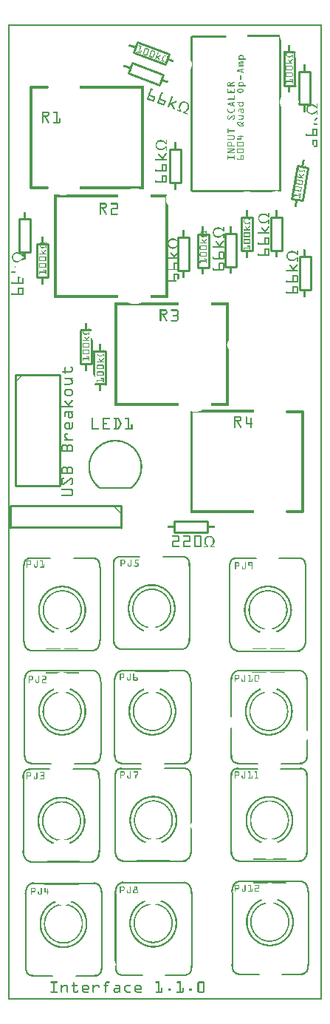
<source format=gto>
G04 MADE WITH FRITZING*
G04 WWW.FRITZING.ORG*
G04 DOUBLE SIDED*
G04 HOLES PLATED*
G04 CONTOUR ON CENTER OF CONTOUR VECTOR*
%ASAXBY*%
%FSLAX23Y23*%
%MOIN*%
%OFA0B0*%
%SFA1.0B1.0*%
%ADD10C,0.010000*%
%ADD11C,0.007778*%
%ADD12C,0.007833*%
%ADD13C,0.006667*%
%ADD14C,0.005670*%
%ADD15C,0.012500*%
%ADD16R,0.001000X0.001000*%
%LNSILK1*%
G90*
G70*
G54D10*
X511Y2228D02*
X11Y2228D01*
D02*
X11Y2228D02*
X11Y2128D01*
D02*
X511Y2128D02*
X511Y2228D01*
G54D11*
D02*
X708Y1066D02*
X800Y1066D01*
D02*
X510Y1066D02*
X602Y1066D01*
G54D12*
D02*
X482Y1435D02*
X482Y1108D01*
G54D11*
D02*
X826Y1435D02*
X826Y1107D01*
G54D13*
D02*
X793Y1484D02*
X511Y1484D01*
G54D14*
D02*
X727Y1583D02*
X577Y1583D01*
G54D11*
D02*
X1126Y1043D02*
X1034Y1043D01*
D02*
X1324Y1043D02*
X1232Y1043D01*
G54D12*
D02*
X1352Y674D02*
X1352Y1001D01*
G54D11*
D02*
X1008Y674D02*
X1008Y1002D01*
G54D13*
D02*
X1041Y625D02*
X1323Y625D01*
G54D10*
D02*
X33Y2819D02*
X33Y2319D01*
D02*
X33Y2319D02*
X233Y2319D01*
D02*
X233Y2319D02*
X233Y2819D01*
D02*
X233Y2819D02*
X33Y2819D01*
G54D11*
D02*
X594Y1998D02*
X502Y1998D01*
D02*
X792Y1998D02*
X700Y1998D01*
G54D12*
D02*
X820Y1629D02*
X820Y1956D01*
G54D11*
D02*
X476Y1629D02*
X476Y1957D01*
G54D13*
D02*
X510Y1580D02*
X791Y1580D01*
G54D14*
D02*
X576Y1481D02*
X725Y1481D01*
G54D11*
D02*
X190Y1991D02*
X98Y1991D01*
D02*
X388Y1992D02*
X296Y1992D01*
G54D12*
D02*
X416Y1622D02*
X416Y1950D01*
G54D11*
D02*
X72Y1622D02*
X72Y1950D01*
D02*
X187Y1040D02*
X95Y1040D01*
D02*
X385Y1040D02*
X293Y1040D01*
G54D12*
D02*
X413Y670D02*
X413Y998D01*
G54D11*
D02*
X69Y670D02*
X69Y999D01*
G54D13*
D02*
X102Y621D02*
X384Y621D01*
G54D14*
D02*
X168Y523D02*
X318Y523D01*
G54D11*
D02*
X1119Y1991D02*
X1027Y1991D01*
D02*
X1317Y1992D02*
X1225Y1992D01*
G54D12*
D02*
X1345Y1622D02*
X1345Y1950D01*
G54D11*
D02*
X1001Y1622D02*
X1001Y1950D01*
G54D13*
D02*
X1035Y1573D02*
X1316Y1573D01*
G54D11*
D02*
X1234Y1066D02*
X1326Y1066D01*
D02*
X1036Y1066D02*
X1128Y1066D01*
G54D13*
D02*
X1319Y1484D02*
X1037Y1484D01*
G54D11*
D02*
X1238Y116D02*
X1331Y116D01*
D02*
X1041Y116D02*
X1133Y116D01*
G54D12*
D02*
X1013Y485D02*
X1013Y158D01*
G54D11*
D02*
X1357Y485D02*
X1357Y157D01*
G54D13*
D02*
X1323Y534D02*
X1042Y534D01*
G54D11*
D02*
X602Y1043D02*
X509Y1043D01*
D02*
X800Y1044D02*
X708Y1044D01*
D02*
X484Y674D02*
X484Y1002D01*
G54D13*
D02*
X517Y625D02*
X799Y625D01*
G54D14*
D02*
X583Y527D02*
X733Y527D01*
G54D11*
D02*
X300Y1066D02*
X393Y1066D01*
D02*
X103Y1066D02*
X195Y1066D01*
G54D12*
D02*
X75Y1435D02*
X75Y1108D01*
G54D11*
D02*
X419Y1435D02*
X419Y1107D01*
G54D13*
D02*
X385Y1484D02*
X104Y1484D01*
G54D11*
D02*
X306Y108D02*
X399Y108D01*
D02*
X109Y108D02*
X200Y108D01*
G54D12*
D02*
X81Y477D02*
X81Y150D01*
G54D11*
D02*
X425Y477D02*
X425Y149D01*
G54D13*
D02*
X391Y526D02*
X110Y526D01*
G54D14*
D02*
X325Y625D02*
X176Y625D01*
G54D11*
D02*
X712Y111D02*
X804Y111D01*
D02*
X514Y110D02*
X606Y110D01*
D02*
X830Y480D02*
X830Y152D01*
G54D13*
D02*
X796Y529D02*
X515Y529D01*
G54D14*
D02*
X730Y627D02*
X581Y627D01*
G54D10*
D02*
X830Y4344D02*
X980Y4344D01*
D02*
X441Y2926D02*
X441Y2776D01*
D02*
X391Y2926D02*
X441Y2926D01*
D02*
X1246Y4123D02*
X1246Y4273D01*
D02*
X1296Y4123D02*
X1246Y4123D01*
D02*
X378Y2867D02*
X328Y2867D01*
D02*
X328Y2867D02*
X328Y3017D01*
D02*
X182Y3409D02*
X182Y3259D01*
D02*
X182Y3259D02*
X132Y3259D01*
D02*
X132Y3259D02*
X132Y3409D01*
D02*
X132Y3409D02*
X182Y3409D01*
D02*
X101Y3520D02*
X101Y3370D01*
D02*
X101Y3370D02*
X51Y3370D01*
D02*
X51Y3370D02*
X51Y3520D01*
D02*
X51Y3520D02*
X101Y3520D01*
D02*
X1367Y3350D02*
X1367Y3200D01*
D02*
X1367Y3200D02*
X1317Y3200D01*
D02*
X1317Y3200D02*
X1317Y3350D01*
D02*
X1317Y3350D02*
X1367Y3350D01*
D02*
X1031Y3456D02*
X1031Y3306D01*
D02*
X1031Y3306D02*
X981Y3306D01*
D02*
X981Y3306D02*
X981Y3456D01*
D02*
X981Y3456D02*
X1031Y3456D01*
D02*
X818Y3439D02*
X818Y3289D01*
D02*
X818Y3289D02*
X768Y3289D01*
D02*
X768Y3289D02*
X768Y3439D01*
D02*
X768Y3439D02*
X818Y3439D01*
D02*
X1365Y4185D02*
X1365Y4035D01*
D02*
X1315Y4185D02*
X1365Y4185D01*
D02*
X1188Y3379D02*
X1188Y3529D01*
D02*
X1188Y3529D02*
X1238Y3529D01*
D02*
X1238Y3529D02*
X1238Y3379D01*
D02*
X1238Y3379D02*
X1188Y3379D01*
D02*
X781Y3834D02*
X781Y3684D01*
D02*
X781Y3684D02*
X731Y3684D01*
D02*
X731Y3684D02*
X731Y3834D01*
D02*
X731Y3834D02*
X781Y3834D01*
D02*
X560Y4224D02*
X701Y4172D01*
D02*
X701Y4172D02*
X683Y4125D01*
D02*
X683Y4125D02*
X543Y4177D01*
D02*
X543Y4177D02*
X560Y4224D01*
D02*
X1355Y3752D02*
X1329Y3604D01*
D02*
X1329Y3604D02*
X1280Y3613D01*
D02*
X1280Y3613D02*
X1306Y3760D01*
D02*
X1306Y3760D02*
X1355Y3752D01*
D02*
X1104Y3528D02*
X1104Y3378D01*
D02*
X1104Y3378D02*
X1054Y3378D01*
D02*
X1054Y3378D02*
X1054Y3528D01*
D02*
X1054Y3528D02*
X1104Y3528D01*
D02*
X585Y4317D02*
X726Y4266D01*
D02*
X726Y4266D02*
X709Y4219D01*
D02*
X709Y4219D02*
X568Y4270D01*
D02*
X568Y4270D02*
X585Y4317D01*
D02*
X856Y3303D02*
X856Y3453D01*
D02*
X856Y3453D02*
X906Y3453D01*
D02*
X906Y3453D02*
X906Y3303D01*
D02*
X906Y3303D02*
X856Y3303D01*
D02*
X752Y2157D02*
X902Y2157D01*
D02*
X902Y2157D02*
X902Y2107D01*
D02*
X902Y2107D02*
X752Y2107D01*
D02*
X752Y2107D02*
X752Y2157D01*
G54D15*
X1260Y2653D02*
X1332Y2653D01*
X1332Y2201D01*
X1260Y2201D01*
D02*
X176Y3662D02*
X104Y3662D01*
X104Y4115D01*
X176Y4115D01*
D02*
G54D16*
X0Y4399D02*
X1418Y4399D01*
X0Y4398D02*
X1418Y4398D01*
X0Y4397D02*
X1418Y4397D01*
X0Y4396D02*
X1418Y4396D01*
X0Y4395D02*
X1418Y4395D01*
X0Y4394D02*
X1418Y4394D01*
X0Y4393D02*
X1418Y4393D01*
X0Y4392D02*
X1418Y4392D01*
X0Y4391D02*
X7Y4391D01*
X1411Y4391D02*
X1418Y4391D01*
X0Y4390D02*
X7Y4390D01*
X1411Y4390D02*
X1418Y4390D01*
X0Y4389D02*
X7Y4389D01*
X1411Y4389D02*
X1418Y4389D01*
X0Y4388D02*
X7Y4388D01*
X1411Y4388D02*
X1418Y4388D01*
X0Y4387D02*
X7Y4387D01*
X1411Y4387D02*
X1418Y4387D01*
X0Y4386D02*
X7Y4386D01*
X1411Y4386D02*
X1418Y4386D01*
X0Y4385D02*
X7Y4385D01*
X1411Y4385D02*
X1418Y4385D01*
X0Y4384D02*
X7Y4384D01*
X1411Y4384D02*
X1418Y4384D01*
X0Y4383D02*
X7Y4383D01*
X1411Y4383D02*
X1418Y4383D01*
X0Y4382D02*
X7Y4382D01*
X1411Y4382D02*
X1418Y4382D01*
X0Y4381D02*
X7Y4381D01*
X1411Y4381D02*
X1418Y4381D01*
X0Y4380D02*
X7Y4380D01*
X1411Y4380D02*
X1418Y4380D01*
X0Y4379D02*
X7Y4379D01*
X1411Y4379D02*
X1418Y4379D01*
X0Y4378D02*
X7Y4378D01*
X1411Y4378D02*
X1418Y4378D01*
X0Y4377D02*
X7Y4377D01*
X1411Y4377D02*
X1418Y4377D01*
X0Y4376D02*
X7Y4376D01*
X1411Y4376D02*
X1418Y4376D01*
X0Y4375D02*
X7Y4375D01*
X1411Y4375D02*
X1418Y4375D01*
X0Y4374D02*
X7Y4374D01*
X1411Y4374D02*
X1418Y4374D01*
X0Y4373D02*
X7Y4373D01*
X1411Y4373D02*
X1418Y4373D01*
X0Y4372D02*
X7Y4372D01*
X1411Y4372D02*
X1418Y4372D01*
X0Y4371D02*
X7Y4371D01*
X1411Y4371D02*
X1418Y4371D01*
X0Y4370D02*
X7Y4370D01*
X1411Y4370D02*
X1418Y4370D01*
X0Y4369D02*
X7Y4369D01*
X1411Y4369D02*
X1418Y4369D01*
X0Y4368D02*
X7Y4368D01*
X1411Y4368D02*
X1418Y4368D01*
X0Y4367D02*
X7Y4367D01*
X1411Y4367D02*
X1418Y4367D01*
X0Y4366D02*
X7Y4366D01*
X1411Y4366D02*
X1418Y4366D01*
X0Y4365D02*
X7Y4365D01*
X1411Y4365D02*
X1418Y4365D01*
X0Y4364D02*
X7Y4364D01*
X1411Y4364D02*
X1418Y4364D01*
X0Y4363D02*
X7Y4363D01*
X1411Y4363D02*
X1418Y4363D01*
X0Y4362D02*
X7Y4362D01*
X1411Y4362D02*
X1418Y4362D01*
X0Y4361D02*
X7Y4361D01*
X1411Y4361D02*
X1418Y4361D01*
X0Y4360D02*
X7Y4360D01*
X1411Y4360D02*
X1418Y4360D01*
X0Y4359D02*
X7Y4359D01*
X1411Y4359D02*
X1418Y4359D01*
X0Y4358D02*
X7Y4358D01*
X1411Y4358D02*
X1418Y4358D01*
X0Y4357D02*
X7Y4357D01*
X1411Y4357D02*
X1418Y4357D01*
X0Y4356D02*
X7Y4356D01*
X1411Y4356D02*
X1418Y4356D01*
X0Y4355D02*
X7Y4355D01*
X1411Y4355D02*
X1418Y4355D01*
X0Y4354D02*
X7Y4354D01*
X1411Y4354D02*
X1418Y4354D01*
X0Y4353D02*
X7Y4353D01*
X1411Y4353D02*
X1418Y4353D01*
X0Y4352D02*
X7Y4352D01*
X1411Y4352D02*
X1418Y4352D01*
X0Y4351D02*
X7Y4351D01*
X1411Y4351D02*
X1418Y4351D01*
X0Y4350D02*
X7Y4350D01*
X1080Y4350D02*
X1227Y4350D01*
X1411Y4350D02*
X1418Y4350D01*
X0Y4349D02*
X7Y4349D01*
X1080Y4349D02*
X1227Y4349D01*
X1411Y4349D02*
X1418Y4349D01*
X0Y4348D02*
X7Y4348D01*
X1080Y4348D02*
X1227Y4348D01*
X1411Y4348D02*
X1418Y4348D01*
X0Y4347D02*
X7Y4347D01*
X1080Y4347D02*
X1227Y4347D01*
X1411Y4347D02*
X1418Y4347D01*
X0Y4346D02*
X7Y4346D01*
X1080Y4346D02*
X1227Y4346D01*
X1411Y4346D02*
X1418Y4346D01*
X0Y4345D02*
X7Y4345D01*
X825Y4345D02*
X834Y4345D01*
X1080Y4345D02*
X1227Y4345D01*
X1411Y4345D02*
X1418Y4345D01*
X0Y4344D02*
X7Y4344D01*
X825Y4344D02*
X834Y4344D01*
X1080Y4344D02*
X1227Y4344D01*
X1411Y4344D02*
X1418Y4344D01*
X0Y4343D02*
X7Y4343D01*
X825Y4343D02*
X834Y4343D01*
X1080Y4343D02*
X1227Y4343D01*
X1411Y4343D02*
X1418Y4343D01*
X0Y4342D02*
X7Y4342D01*
X825Y4342D02*
X834Y4342D01*
X1080Y4342D02*
X1228Y4342D01*
X1411Y4342D02*
X1418Y4342D01*
X0Y4341D02*
X7Y4341D01*
X825Y4341D02*
X834Y4341D01*
X1080Y4341D02*
X1228Y4341D01*
X1411Y4341D02*
X1418Y4341D01*
X0Y4340D02*
X7Y4340D01*
X825Y4340D02*
X834Y4340D01*
X1225Y4340D02*
X1228Y4340D01*
X1411Y4340D02*
X1418Y4340D01*
X0Y4339D02*
X7Y4339D01*
X825Y4339D02*
X834Y4339D01*
X1225Y4339D02*
X1228Y4339D01*
X1411Y4339D02*
X1418Y4339D01*
X0Y4338D02*
X7Y4338D01*
X825Y4338D02*
X834Y4338D01*
X1225Y4338D02*
X1228Y4338D01*
X1411Y4338D02*
X1418Y4338D01*
X0Y4337D02*
X7Y4337D01*
X825Y4337D02*
X834Y4337D01*
X1225Y4337D02*
X1229Y4337D01*
X1411Y4337D02*
X1418Y4337D01*
X0Y4336D02*
X7Y4336D01*
X825Y4336D02*
X834Y4336D01*
X1225Y4336D02*
X1229Y4336D01*
X1411Y4336D02*
X1418Y4336D01*
X0Y4335D02*
X7Y4335D01*
X825Y4335D02*
X834Y4335D01*
X1225Y4335D02*
X1229Y4335D01*
X1411Y4335D02*
X1418Y4335D01*
X0Y4334D02*
X7Y4334D01*
X825Y4334D02*
X834Y4334D01*
X1225Y4334D02*
X1230Y4334D01*
X1411Y4334D02*
X1418Y4334D01*
X0Y4333D02*
X7Y4333D01*
X825Y4333D02*
X834Y4333D01*
X1225Y4333D02*
X1230Y4333D01*
X1411Y4333D02*
X1418Y4333D01*
X0Y4332D02*
X7Y4332D01*
X825Y4332D02*
X834Y4332D01*
X1225Y4332D02*
X1230Y4332D01*
X1411Y4332D02*
X1418Y4332D01*
X0Y4331D02*
X7Y4331D01*
X825Y4331D02*
X834Y4331D01*
X1225Y4331D02*
X1231Y4331D01*
X1411Y4331D02*
X1418Y4331D01*
X0Y4330D02*
X7Y4330D01*
X825Y4330D02*
X834Y4330D01*
X1225Y4330D02*
X1231Y4330D01*
X1411Y4330D02*
X1418Y4330D01*
X0Y4329D02*
X7Y4329D01*
X825Y4329D02*
X834Y4329D01*
X1225Y4329D02*
X1232Y4329D01*
X1411Y4329D02*
X1418Y4329D01*
X0Y4328D02*
X7Y4328D01*
X825Y4328D02*
X834Y4328D01*
X1225Y4328D02*
X1233Y4328D01*
X1411Y4328D02*
X1418Y4328D01*
X0Y4327D02*
X7Y4327D01*
X825Y4327D02*
X834Y4327D01*
X1225Y4327D02*
X1233Y4327D01*
X1411Y4327D02*
X1418Y4327D01*
X0Y4326D02*
X7Y4326D01*
X825Y4326D02*
X834Y4326D01*
X1225Y4326D02*
X1234Y4326D01*
X1411Y4326D02*
X1418Y4326D01*
X0Y4325D02*
X7Y4325D01*
X825Y4325D02*
X834Y4325D01*
X1225Y4325D02*
X1234Y4325D01*
X1411Y4325D02*
X1418Y4325D01*
X0Y4324D02*
X7Y4324D01*
X825Y4324D02*
X834Y4324D01*
X1225Y4324D02*
X1234Y4324D01*
X1411Y4324D02*
X1418Y4324D01*
X0Y4323D02*
X7Y4323D01*
X825Y4323D02*
X834Y4323D01*
X1225Y4323D02*
X1234Y4323D01*
X1411Y4323D02*
X1418Y4323D01*
X0Y4322D02*
X7Y4322D01*
X825Y4322D02*
X834Y4322D01*
X1225Y4322D02*
X1234Y4322D01*
X1411Y4322D02*
X1418Y4322D01*
X0Y4321D02*
X7Y4321D01*
X825Y4321D02*
X834Y4321D01*
X1225Y4321D02*
X1234Y4321D01*
X1411Y4321D02*
X1418Y4321D01*
X0Y4320D02*
X7Y4320D01*
X825Y4320D02*
X834Y4320D01*
X1225Y4320D02*
X1234Y4320D01*
X1411Y4320D02*
X1418Y4320D01*
X0Y4319D02*
X7Y4319D01*
X825Y4319D02*
X834Y4319D01*
X1225Y4319D02*
X1234Y4319D01*
X1411Y4319D02*
X1418Y4319D01*
X0Y4318D02*
X7Y4318D01*
X825Y4318D02*
X834Y4318D01*
X1225Y4318D02*
X1234Y4318D01*
X1411Y4318D02*
X1418Y4318D01*
X0Y4317D02*
X7Y4317D01*
X825Y4317D02*
X834Y4317D01*
X1225Y4317D02*
X1234Y4317D01*
X1411Y4317D02*
X1418Y4317D01*
X0Y4316D02*
X7Y4316D01*
X825Y4316D02*
X834Y4316D01*
X1225Y4316D02*
X1234Y4316D01*
X1411Y4316D02*
X1418Y4316D01*
X0Y4315D02*
X7Y4315D01*
X825Y4315D02*
X834Y4315D01*
X1225Y4315D02*
X1234Y4315D01*
X1411Y4315D02*
X1418Y4315D01*
X0Y4314D02*
X7Y4314D01*
X825Y4314D02*
X834Y4314D01*
X1225Y4314D02*
X1234Y4314D01*
X1411Y4314D02*
X1418Y4314D01*
X0Y4313D02*
X7Y4313D01*
X825Y4313D02*
X834Y4313D01*
X1225Y4313D02*
X1234Y4313D01*
X1411Y4313D02*
X1418Y4313D01*
X0Y4312D02*
X7Y4312D01*
X825Y4312D02*
X834Y4312D01*
X1225Y4312D02*
X1234Y4312D01*
X1411Y4312D02*
X1418Y4312D01*
X0Y4311D02*
X7Y4311D01*
X825Y4311D02*
X834Y4311D01*
X1225Y4311D02*
X1234Y4311D01*
X1411Y4311D02*
X1418Y4311D01*
X0Y4310D02*
X7Y4310D01*
X547Y4310D02*
X547Y4310D01*
X825Y4310D02*
X834Y4310D01*
X1225Y4310D02*
X1234Y4310D01*
X1411Y4310D02*
X1418Y4310D01*
X0Y4309D02*
X7Y4309D01*
X547Y4309D02*
X549Y4309D01*
X825Y4309D02*
X834Y4309D01*
X1225Y4309D02*
X1234Y4309D01*
X1411Y4309D02*
X1418Y4309D01*
X0Y4308D02*
X7Y4308D01*
X547Y4308D02*
X552Y4308D01*
X825Y4308D02*
X834Y4308D01*
X1225Y4308D02*
X1234Y4308D01*
X1411Y4308D02*
X1418Y4308D01*
X0Y4307D02*
X7Y4307D01*
X547Y4307D02*
X555Y4307D01*
X825Y4307D02*
X834Y4307D01*
X1225Y4307D02*
X1234Y4307D01*
X1411Y4307D02*
X1418Y4307D01*
X0Y4306D02*
X7Y4306D01*
X546Y4306D02*
X558Y4306D01*
X825Y4306D02*
X834Y4306D01*
X1225Y4306D02*
X1234Y4306D01*
X1266Y4306D02*
X1275Y4306D01*
X1411Y4306D02*
X1418Y4306D01*
X0Y4305D02*
X7Y4305D01*
X546Y4305D02*
X560Y4305D01*
X825Y4305D02*
X834Y4305D01*
X1225Y4305D02*
X1234Y4305D01*
X1266Y4305D02*
X1275Y4305D01*
X1411Y4305D02*
X1418Y4305D01*
X0Y4304D02*
X7Y4304D01*
X545Y4304D02*
X563Y4304D01*
X825Y4304D02*
X834Y4304D01*
X1225Y4304D02*
X1234Y4304D01*
X1266Y4304D02*
X1275Y4304D01*
X1411Y4304D02*
X1418Y4304D01*
X0Y4303D02*
X7Y4303D01*
X545Y4303D02*
X566Y4303D01*
X592Y4303D02*
X594Y4303D01*
X825Y4303D02*
X834Y4303D01*
X1225Y4303D02*
X1234Y4303D01*
X1266Y4303D02*
X1275Y4303D01*
X1411Y4303D02*
X1418Y4303D01*
X0Y4302D02*
X7Y4302D01*
X545Y4302D02*
X569Y4302D01*
X591Y4302D02*
X596Y4302D01*
X825Y4302D02*
X834Y4302D01*
X1225Y4302D02*
X1234Y4302D01*
X1266Y4302D02*
X1275Y4302D01*
X1411Y4302D02*
X1418Y4302D01*
X0Y4301D02*
X7Y4301D01*
X544Y4301D02*
X571Y4301D01*
X591Y4301D02*
X599Y4301D01*
X825Y4301D02*
X834Y4301D01*
X1225Y4301D02*
X1234Y4301D01*
X1266Y4301D02*
X1275Y4301D01*
X1411Y4301D02*
X1418Y4301D01*
X0Y4300D02*
X7Y4300D01*
X546Y4300D02*
X574Y4300D01*
X591Y4300D02*
X602Y4300D01*
X825Y4300D02*
X834Y4300D01*
X1225Y4300D02*
X1234Y4300D01*
X1266Y4300D02*
X1275Y4300D01*
X1411Y4300D02*
X1418Y4300D01*
X0Y4299D02*
X7Y4299D01*
X549Y4299D02*
X576Y4299D01*
X593Y4299D02*
X602Y4299D01*
X825Y4299D02*
X834Y4299D01*
X1225Y4299D02*
X1234Y4299D01*
X1266Y4299D02*
X1275Y4299D01*
X1411Y4299D02*
X1418Y4299D01*
X0Y4298D02*
X7Y4298D01*
X551Y4298D02*
X576Y4298D01*
X596Y4298D02*
X602Y4298D01*
X825Y4298D02*
X834Y4298D01*
X1225Y4298D02*
X1234Y4298D01*
X1266Y4298D02*
X1275Y4298D01*
X1411Y4298D02*
X1418Y4298D01*
X0Y4297D02*
X7Y4297D01*
X554Y4297D02*
X576Y4297D01*
X598Y4297D02*
X601Y4297D01*
X825Y4297D02*
X834Y4297D01*
X1225Y4297D02*
X1234Y4297D01*
X1266Y4297D02*
X1275Y4297D01*
X1411Y4297D02*
X1418Y4297D01*
X0Y4296D02*
X7Y4296D01*
X557Y4296D02*
X576Y4296D01*
X597Y4296D02*
X601Y4296D01*
X825Y4296D02*
X834Y4296D01*
X1225Y4296D02*
X1234Y4296D01*
X1266Y4296D02*
X1275Y4296D01*
X1411Y4296D02*
X1418Y4296D01*
X0Y4295D02*
X7Y4295D01*
X560Y4295D02*
X575Y4295D01*
X597Y4295D02*
X601Y4295D01*
X825Y4295D02*
X834Y4295D01*
X1225Y4295D02*
X1234Y4295D01*
X1266Y4295D02*
X1275Y4295D01*
X1411Y4295D02*
X1418Y4295D01*
X0Y4294D02*
X7Y4294D01*
X562Y4294D02*
X575Y4294D01*
X597Y4294D02*
X600Y4294D01*
X825Y4294D02*
X834Y4294D01*
X1225Y4294D02*
X1234Y4294D01*
X1266Y4294D02*
X1275Y4294D01*
X1411Y4294D02*
X1418Y4294D01*
X0Y4293D02*
X7Y4293D01*
X565Y4293D02*
X575Y4293D01*
X596Y4293D02*
X600Y4293D01*
X825Y4293D02*
X834Y4293D01*
X1225Y4293D02*
X1234Y4293D01*
X1266Y4293D02*
X1275Y4293D01*
X1411Y4293D02*
X1418Y4293D01*
X0Y4292D02*
X7Y4292D01*
X568Y4292D02*
X574Y4292D01*
X596Y4292D02*
X599Y4292D01*
X620Y4292D02*
X624Y4292D01*
X825Y4292D02*
X834Y4292D01*
X1225Y4292D02*
X1234Y4292D01*
X1266Y4292D02*
X1275Y4292D01*
X1411Y4292D02*
X1418Y4292D01*
X0Y4291D02*
X7Y4291D01*
X571Y4291D02*
X574Y4291D01*
X596Y4291D02*
X599Y4291D01*
X619Y4291D02*
X627Y4291D01*
X825Y4291D02*
X834Y4291D01*
X1225Y4291D02*
X1234Y4291D01*
X1266Y4291D02*
X1275Y4291D01*
X1411Y4291D02*
X1418Y4291D01*
X0Y4290D02*
X7Y4290D01*
X573Y4290D02*
X573Y4290D01*
X595Y4290D02*
X599Y4290D01*
X619Y4290D02*
X629Y4290D01*
X825Y4290D02*
X834Y4290D01*
X1225Y4290D02*
X1234Y4290D01*
X1266Y4290D02*
X1275Y4290D01*
X1411Y4290D02*
X1418Y4290D01*
X0Y4289D02*
X7Y4289D01*
X595Y4289D02*
X598Y4289D01*
X618Y4289D02*
X632Y4289D01*
X825Y4289D02*
X834Y4289D01*
X1225Y4289D02*
X1234Y4289D01*
X1266Y4289D02*
X1275Y4289D01*
X1411Y4289D02*
X1418Y4289D01*
X0Y4288D02*
X7Y4288D01*
X595Y4288D02*
X598Y4288D01*
X618Y4288D02*
X621Y4288D01*
X624Y4288D02*
X635Y4288D01*
X825Y4288D02*
X834Y4288D01*
X1225Y4288D02*
X1234Y4288D01*
X1266Y4288D02*
X1275Y4288D01*
X1411Y4288D02*
X1418Y4288D01*
X0Y4287D02*
X7Y4287D01*
X594Y4287D02*
X598Y4287D01*
X617Y4287D02*
X621Y4287D01*
X626Y4287D02*
X636Y4287D01*
X825Y4287D02*
X834Y4287D01*
X1225Y4287D02*
X1234Y4287D01*
X1266Y4287D02*
X1275Y4287D01*
X1411Y4287D02*
X1418Y4287D01*
X0Y4286D02*
X7Y4286D01*
X594Y4286D02*
X597Y4286D01*
X617Y4286D02*
X621Y4286D01*
X629Y4286D02*
X637Y4286D01*
X825Y4286D02*
X834Y4286D01*
X1225Y4286D02*
X1234Y4286D01*
X1266Y4286D02*
X1275Y4286D01*
X1411Y4286D02*
X1418Y4286D01*
X0Y4285D02*
X7Y4285D01*
X593Y4285D02*
X597Y4285D01*
X617Y4285D02*
X620Y4285D01*
X632Y4285D02*
X637Y4285D01*
X825Y4285D02*
X834Y4285D01*
X1225Y4285D02*
X1234Y4285D01*
X1266Y4285D02*
X1275Y4285D01*
X1411Y4285D02*
X1418Y4285D01*
X0Y4284D02*
X7Y4284D01*
X593Y4284D02*
X597Y4284D01*
X616Y4284D02*
X620Y4284D01*
X634Y4284D02*
X637Y4284D01*
X825Y4284D02*
X834Y4284D01*
X1225Y4284D02*
X1234Y4284D01*
X1266Y4284D02*
X1275Y4284D01*
X1411Y4284D02*
X1418Y4284D01*
X0Y4283D02*
X7Y4283D01*
X593Y4283D02*
X596Y4283D01*
X616Y4283D02*
X619Y4283D01*
X634Y4283D02*
X637Y4283D01*
X825Y4283D02*
X834Y4283D01*
X1225Y4283D02*
X1234Y4283D01*
X1266Y4283D02*
X1275Y4283D01*
X1411Y4283D02*
X1418Y4283D01*
X0Y4282D02*
X7Y4282D01*
X592Y4282D02*
X596Y4282D01*
X616Y4282D02*
X619Y4282D01*
X633Y4282D02*
X637Y4282D01*
X649Y4282D02*
X652Y4282D01*
X825Y4282D02*
X834Y4282D01*
X1225Y4282D02*
X1234Y4282D01*
X1266Y4282D02*
X1275Y4282D01*
X1411Y4282D02*
X1418Y4282D01*
X0Y4281D02*
X7Y4281D01*
X592Y4281D02*
X595Y4281D01*
X601Y4281D02*
X602Y4281D01*
X615Y4281D02*
X619Y4281D01*
X633Y4281D02*
X636Y4281D01*
X648Y4281D02*
X654Y4281D01*
X825Y4281D02*
X834Y4281D01*
X1225Y4281D02*
X1234Y4281D01*
X1266Y4281D02*
X1275Y4281D01*
X1411Y4281D02*
X1418Y4281D01*
X0Y4280D02*
X7Y4280D01*
X592Y4280D02*
X595Y4280D01*
X600Y4280D02*
X603Y4280D01*
X615Y4280D02*
X618Y4280D01*
X632Y4280D02*
X636Y4280D01*
X647Y4280D02*
X657Y4280D01*
X825Y4280D02*
X834Y4280D01*
X1225Y4280D02*
X1234Y4280D01*
X1266Y4280D02*
X1275Y4280D01*
X1411Y4280D02*
X1418Y4280D01*
X0Y4279D02*
X7Y4279D01*
X591Y4279D02*
X595Y4279D01*
X600Y4279D02*
X603Y4279D01*
X615Y4279D02*
X618Y4279D01*
X632Y4279D02*
X636Y4279D01*
X647Y4279D02*
X660Y4279D01*
X825Y4279D02*
X834Y4279D01*
X1225Y4279D02*
X1234Y4279D01*
X1266Y4279D02*
X1275Y4279D01*
X1411Y4279D02*
X1418Y4279D01*
X0Y4278D02*
X7Y4278D01*
X591Y4278D02*
X594Y4278D01*
X600Y4278D02*
X603Y4278D01*
X614Y4278D02*
X618Y4278D01*
X632Y4278D02*
X635Y4278D01*
X646Y4278D02*
X663Y4278D01*
X825Y4278D02*
X834Y4278D01*
X1225Y4278D02*
X1234Y4278D01*
X1246Y4278D02*
X1295Y4278D01*
X1411Y4278D02*
X1418Y4278D01*
X0Y4277D02*
X7Y4277D01*
X591Y4277D02*
X594Y4277D01*
X599Y4277D02*
X603Y4277D01*
X614Y4277D02*
X617Y4277D01*
X631Y4277D02*
X635Y4277D01*
X646Y4277D02*
X649Y4277D01*
X654Y4277D02*
X664Y4277D01*
X825Y4277D02*
X834Y4277D01*
X1225Y4277D02*
X1234Y4277D01*
X1246Y4277D02*
X1295Y4277D01*
X1411Y4277D02*
X1418Y4277D01*
X0Y4276D02*
X7Y4276D01*
X582Y4276D02*
X585Y4276D01*
X590Y4276D02*
X594Y4276D01*
X599Y4276D02*
X602Y4276D01*
X613Y4276D02*
X617Y4276D01*
X631Y4276D02*
X635Y4276D01*
X645Y4276D02*
X649Y4276D01*
X657Y4276D02*
X665Y4276D01*
X825Y4276D02*
X834Y4276D01*
X1225Y4276D02*
X1234Y4276D01*
X1246Y4276D02*
X1295Y4276D01*
X1411Y4276D02*
X1418Y4276D01*
X0Y4275D02*
X7Y4275D01*
X581Y4275D02*
X588Y4275D01*
X590Y4275D02*
X593Y4275D01*
X599Y4275D02*
X602Y4275D01*
X613Y4275D02*
X617Y4275D01*
X631Y4275D02*
X634Y4275D01*
X645Y4275D02*
X649Y4275D01*
X659Y4275D02*
X665Y4275D01*
X825Y4275D02*
X834Y4275D01*
X1225Y4275D02*
X1234Y4275D01*
X1246Y4275D02*
X1295Y4275D01*
X1411Y4275D02*
X1418Y4275D01*
X0Y4274D02*
X7Y4274D01*
X581Y4274D02*
X593Y4274D01*
X598Y4274D02*
X602Y4274D01*
X613Y4274D02*
X616Y4274D01*
X630Y4274D02*
X634Y4274D01*
X645Y4274D02*
X648Y4274D01*
X662Y4274D02*
X665Y4274D01*
X825Y4274D02*
X834Y4274D01*
X1225Y4274D02*
X1234Y4274D01*
X1246Y4274D02*
X1295Y4274D01*
X1411Y4274D02*
X1418Y4274D01*
X0Y4273D02*
X7Y4273D01*
X582Y4273D02*
X593Y4273D01*
X598Y4273D02*
X601Y4273D01*
X612Y4273D02*
X616Y4273D01*
X630Y4273D02*
X633Y4273D01*
X644Y4273D02*
X648Y4273D01*
X662Y4273D02*
X665Y4273D01*
X825Y4273D02*
X834Y4273D01*
X1225Y4273D02*
X1234Y4273D01*
X1246Y4273D02*
X1299Y4273D01*
X1411Y4273D02*
X1418Y4273D01*
X0Y4272D02*
X7Y4272D01*
X585Y4272D02*
X601Y4272D01*
X612Y4272D02*
X615Y4272D01*
X630Y4272D02*
X633Y4272D01*
X644Y4272D02*
X647Y4272D01*
X662Y4272D02*
X665Y4272D01*
X676Y4272D02*
X678Y4272D01*
X825Y4272D02*
X834Y4272D01*
X1225Y4272D02*
X1234Y4272D01*
X1246Y4272D02*
X1299Y4272D01*
X1411Y4272D02*
X1418Y4272D01*
X0Y4271D02*
X7Y4271D01*
X588Y4271D02*
X601Y4271D01*
X612Y4271D02*
X615Y4271D01*
X629Y4271D02*
X633Y4271D01*
X644Y4271D02*
X647Y4271D01*
X661Y4271D02*
X665Y4271D01*
X676Y4271D02*
X679Y4271D01*
X825Y4271D02*
X834Y4271D01*
X1225Y4271D02*
X1234Y4271D01*
X1246Y4271D02*
X1299Y4271D01*
X1411Y4271D02*
X1418Y4271D01*
X0Y4270D02*
X7Y4270D01*
X590Y4270D02*
X600Y4270D01*
X611Y4270D02*
X615Y4270D01*
X629Y4270D02*
X632Y4270D01*
X643Y4270D02*
X647Y4270D01*
X661Y4270D02*
X664Y4270D01*
X675Y4270D02*
X679Y4270D01*
X825Y4270D02*
X834Y4270D01*
X1225Y4270D02*
X1234Y4270D01*
X1246Y4270D02*
X1298Y4270D01*
X1411Y4270D02*
X1418Y4270D01*
X0Y4269D02*
X7Y4269D01*
X593Y4269D02*
X600Y4269D01*
X611Y4269D02*
X614Y4269D01*
X628Y4269D02*
X632Y4269D01*
X643Y4269D02*
X646Y4269D01*
X661Y4269D02*
X664Y4269D01*
X675Y4269D02*
X678Y4269D01*
X825Y4269D02*
X834Y4269D01*
X1225Y4269D02*
X1234Y4269D01*
X1246Y4269D02*
X1298Y4269D01*
X1411Y4269D02*
X1418Y4269D01*
X0Y4268D02*
X7Y4268D01*
X596Y4268D02*
X599Y4268D01*
X611Y4268D02*
X614Y4268D01*
X628Y4268D02*
X632Y4268D01*
X643Y4268D02*
X646Y4268D01*
X660Y4268D02*
X664Y4268D01*
X675Y4268D02*
X678Y4268D01*
X825Y4268D02*
X834Y4268D01*
X1225Y4268D02*
X1234Y4268D01*
X1256Y4268D02*
X1259Y4268D01*
X1282Y4268D02*
X1286Y4268D01*
X1291Y4268D02*
X1298Y4268D01*
X1411Y4268D02*
X1418Y4268D01*
X0Y4267D02*
X7Y4267D01*
X610Y4267D02*
X614Y4267D01*
X628Y4267D02*
X631Y4267D01*
X642Y4267D02*
X646Y4267D01*
X660Y4267D02*
X663Y4267D01*
X674Y4267D02*
X678Y4267D01*
X825Y4267D02*
X834Y4267D01*
X1225Y4267D02*
X1234Y4267D01*
X1256Y4267D02*
X1259Y4267D01*
X1283Y4267D02*
X1286Y4267D01*
X1291Y4267D02*
X1298Y4267D01*
X1411Y4267D02*
X1418Y4267D01*
X0Y4266D02*
X7Y4266D01*
X610Y4266D02*
X613Y4266D01*
X627Y4266D02*
X631Y4266D01*
X642Y4266D02*
X645Y4266D01*
X659Y4266D02*
X663Y4266D01*
X674Y4266D02*
X677Y4266D01*
X825Y4266D02*
X834Y4266D01*
X1225Y4266D02*
X1234Y4266D01*
X1256Y4266D02*
X1258Y4266D01*
X1291Y4266D02*
X1298Y4266D01*
X1411Y4266D02*
X1418Y4266D01*
X0Y4265D02*
X7Y4265D01*
X610Y4265D02*
X615Y4265D01*
X627Y4265D02*
X631Y4265D01*
X641Y4265D02*
X645Y4265D01*
X659Y4265D02*
X663Y4265D01*
X674Y4265D02*
X677Y4265D01*
X825Y4265D02*
X834Y4265D01*
X1225Y4265D02*
X1234Y4265D01*
X1256Y4265D02*
X1258Y4265D01*
X1291Y4265D02*
X1297Y4265D01*
X1411Y4265D02*
X1418Y4265D01*
X0Y4264D02*
X7Y4264D01*
X610Y4264D02*
X618Y4264D01*
X627Y4264D02*
X630Y4264D01*
X641Y4264D02*
X645Y4264D01*
X659Y4264D02*
X662Y4264D01*
X673Y4264D02*
X677Y4264D01*
X825Y4264D02*
X834Y4264D01*
X1225Y4264D02*
X1234Y4264D01*
X1256Y4264D02*
X1258Y4264D01*
X1291Y4264D02*
X1297Y4264D01*
X1411Y4264D02*
X1418Y4264D01*
X0Y4263D02*
X7Y4263D01*
X611Y4263D02*
X621Y4263D01*
X626Y4263D02*
X630Y4263D01*
X641Y4263D02*
X644Y4263D01*
X658Y4263D02*
X662Y4263D01*
X673Y4263D02*
X676Y4263D01*
X825Y4263D02*
X834Y4263D01*
X1225Y4263D02*
X1234Y4263D01*
X1256Y4263D02*
X1258Y4263D01*
X1291Y4263D02*
X1297Y4263D01*
X1411Y4263D02*
X1418Y4263D01*
X0Y4262D02*
X7Y4262D01*
X613Y4262D02*
X624Y4262D01*
X626Y4262D02*
X629Y4262D01*
X640Y4262D02*
X644Y4262D01*
X658Y4262D02*
X661Y4262D01*
X672Y4262D02*
X676Y4262D01*
X825Y4262D02*
X834Y4262D01*
X1225Y4262D02*
X1234Y4262D01*
X1256Y4262D02*
X1258Y4262D01*
X1291Y4262D02*
X1297Y4262D01*
X1411Y4262D02*
X1418Y4262D01*
X0Y4261D02*
X7Y4261D01*
X615Y4261D02*
X629Y4261D01*
X640Y4261D02*
X644Y4261D01*
X658Y4261D02*
X661Y4261D01*
X672Y4261D02*
X676Y4261D01*
X825Y4261D02*
X834Y4261D01*
X1225Y4261D02*
X1234Y4261D01*
X1256Y4261D02*
X1258Y4261D01*
X1284Y4261D02*
X1285Y4261D01*
X1291Y4261D02*
X1297Y4261D01*
X1411Y4261D02*
X1418Y4261D01*
X0Y4260D02*
X7Y4260D01*
X618Y4260D02*
X629Y4260D01*
X640Y4260D02*
X643Y4260D01*
X657Y4260D02*
X661Y4260D01*
X672Y4260D02*
X675Y4260D01*
X825Y4260D02*
X834Y4260D01*
X1049Y4260D02*
X1058Y4260D01*
X1225Y4260D02*
X1234Y4260D01*
X1256Y4260D02*
X1259Y4260D01*
X1283Y4260D02*
X1286Y4260D01*
X1291Y4260D02*
X1297Y4260D01*
X1411Y4260D02*
X1418Y4260D01*
X0Y4259D02*
X7Y4259D01*
X621Y4259D02*
X628Y4259D01*
X639Y4259D02*
X643Y4259D01*
X657Y4259D02*
X660Y4259D01*
X671Y4259D02*
X675Y4259D01*
X687Y4259D02*
X689Y4259D01*
X825Y4259D02*
X834Y4259D01*
X1047Y4259D02*
X1060Y4259D01*
X1225Y4259D02*
X1234Y4259D01*
X1257Y4259D02*
X1259Y4259D01*
X1282Y4259D02*
X1286Y4259D01*
X1291Y4259D02*
X1297Y4259D01*
X1411Y4259D02*
X1418Y4259D01*
X0Y4258D02*
X7Y4258D01*
X623Y4258D02*
X627Y4258D01*
X639Y4258D02*
X642Y4258D01*
X657Y4258D02*
X660Y4258D01*
X671Y4258D02*
X674Y4258D01*
X684Y4258D02*
X689Y4258D01*
X707Y4258D02*
X712Y4258D01*
X825Y4258D02*
X834Y4258D01*
X1045Y4258D02*
X1061Y4258D01*
X1225Y4258D02*
X1234Y4258D01*
X1257Y4258D02*
X1260Y4258D01*
X1281Y4258D02*
X1286Y4258D01*
X1291Y4258D02*
X1297Y4258D01*
X1411Y4258D02*
X1418Y4258D01*
X0Y4257D02*
X7Y4257D01*
X639Y4257D02*
X642Y4257D01*
X656Y4257D02*
X660Y4257D01*
X671Y4257D02*
X674Y4257D01*
X681Y4257D02*
X689Y4257D01*
X704Y4257D02*
X715Y4257D01*
X825Y4257D02*
X834Y4257D01*
X1045Y4257D02*
X1062Y4257D01*
X1225Y4257D02*
X1234Y4257D01*
X1257Y4257D02*
X1261Y4257D01*
X1279Y4257D02*
X1286Y4257D01*
X1291Y4257D02*
X1297Y4257D01*
X1411Y4257D02*
X1418Y4257D01*
X0Y4256D02*
X7Y4256D01*
X638Y4256D02*
X642Y4256D01*
X656Y4256D02*
X659Y4256D01*
X670Y4256D02*
X674Y4256D01*
X679Y4256D02*
X689Y4256D01*
X703Y4256D02*
X717Y4256D01*
X825Y4256D02*
X834Y4256D01*
X1044Y4256D02*
X1049Y4256D01*
X1057Y4256D02*
X1062Y4256D01*
X1225Y4256D02*
X1234Y4256D01*
X1258Y4256D02*
X1262Y4256D01*
X1278Y4256D02*
X1282Y4256D01*
X1284Y4256D02*
X1286Y4256D01*
X1291Y4256D02*
X1297Y4256D01*
X1411Y4256D02*
X1418Y4256D01*
X0Y4255D02*
X7Y4255D01*
X638Y4255D02*
X643Y4255D01*
X655Y4255D02*
X659Y4255D01*
X670Y4255D02*
X673Y4255D01*
X676Y4255D02*
X687Y4255D01*
X701Y4255D02*
X708Y4255D01*
X712Y4255D02*
X719Y4255D01*
X825Y4255D02*
X834Y4255D01*
X1043Y4255D02*
X1047Y4255D01*
X1059Y4255D02*
X1063Y4255D01*
X1225Y4255D02*
X1234Y4255D01*
X1259Y4255D02*
X1264Y4255D01*
X1275Y4255D02*
X1281Y4255D01*
X1284Y4255D02*
X1286Y4255D01*
X1291Y4255D02*
X1297Y4255D01*
X1411Y4255D02*
X1418Y4255D01*
X0Y4254D02*
X7Y4254D01*
X639Y4254D02*
X646Y4254D01*
X655Y4254D02*
X659Y4254D01*
X670Y4254D02*
X684Y4254D01*
X700Y4254D02*
X706Y4254D01*
X715Y4254D02*
X720Y4254D01*
X825Y4254D02*
X834Y4254D01*
X1042Y4254D02*
X1047Y4254D01*
X1060Y4254D02*
X1064Y4254D01*
X1225Y4254D02*
X1234Y4254D01*
X1259Y4254D02*
X1280Y4254D01*
X1284Y4254D02*
X1286Y4254D01*
X1291Y4254D02*
X1297Y4254D01*
X1411Y4254D02*
X1418Y4254D01*
X0Y4253D02*
X7Y4253D01*
X639Y4253D02*
X649Y4253D01*
X655Y4253D02*
X658Y4253D01*
X669Y4253D02*
X682Y4253D01*
X700Y4253D02*
X704Y4253D01*
X717Y4253D02*
X721Y4253D01*
X825Y4253D02*
X834Y4253D01*
X1042Y4253D02*
X1046Y4253D01*
X1060Y4253D02*
X1065Y4253D01*
X1225Y4253D02*
X1234Y4253D01*
X1261Y4253D02*
X1279Y4253D01*
X1284Y4253D02*
X1286Y4253D01*
X1291Y4253D02*
X1298Y4253D01*
X1411Y4253D02*
X1418Y4253D01*
X0Y4252D02*
X7Y4252D01*
X640Y4252D02*
X651Y4252D01*
X654Y4252D02*
X658Y4252D01*
X669Y4252D02*
X679Y4252D01*
X699Y4252D02*
X703Y4252D01*
X718Y4252D02*
X722Y4252D01*
X825Y4252D02*
X834Y4252D01*
X1041Y4252D02*
X1045Y4252D01*
X1061Y4252D02*
X1065Y4252D01*
X1225Y4252D02*
X1234Y4252D01*
X1262Y4252D02*
X1277Y4252D01*
X1284Y4252D02*
X1286Y4252D01*
X1291Y4252D02*
X1298Y4252D01*
X1411Y4252D02*
X1418Y4252D01*
X0Y4251D02*
X7Y4251D01*
X643Y4251D02*
X657Y4251D01*
X668Y4251D02*
X678Y4251D01*
X698Y4251D02*
X702Y4251D01*
X719Y4251D02*
X722Y4251D01*
X825Y4251D02*
X834Y4251D01*
X1041Y4251D02*
X1044Y4251D01*
X1062Y4251D02*
X1065Y4251D01*
X1225Y4251D02*
X1234Y4251D01*
X1264Y4251D02*
X1275Y4251D01*
X1284Y4251D02*
X1286Y4251D01*
X1291Y4251D02*
X1298Y4251D01*
X1411Y4251D02*
X1418Y4251D01*
X0Y4250D02*
X7Y4250D01*
X645Y4250D02*
X657Y4250D01*
X668Y4250D02*
X679Y4250D01*
X698Y4250D02*
X702Y4250D01*
X720Y4250D02*
X723Y4250D01*
X825Y4250D02*
X834Y4250D01*
X1041Y4250D02*
X1044Y4250D01*
X1062Y4250D02*
X1065Y4250D01*
X1225Y4250D02*
X1234Y4250D01*
X1267Y4250D02*
X1272Y4250D01*
X1284Y4250D02*
X1286Y4250D01*
X1291Y4250D02*
X1298Y4250D01*
X1411Y4250D02*
X1418Y4250D01*
X0Y4249D02*
X7Y4249D01*
X648Y4249D02*
X657Y4249D01*
X668Y4249D02*
X671Y4249D01*
X675Y4249D02*
X679Y4249D01*
X697Y4249D02*
X701Y4249D01*
X720Y4249D02*
X723Y4249D01*
X825Y4249D02*
X834Y4249D01*
X1041Y4249D02*
X1044Y4249D01*
X1062Y4249D02*
X1065Y4249D01*
X1225Y4249D02*
X1234Y4249D01*
X1284Y4249D02*
X1286Y4249D01*
X1291Y4249D02*
X1299Y4249D01*
X1411Y4249D02*
X1418Y4249D01*
X0Y4248D02*
X7Y4248D01*
X651Y4248D02*
X656Y4248D01*
X667Y4248D02*
X671Y4248D01*
X676Y4248D02*
X680Y4248D01*
X697Y4248D02*
X701Y4248D01*
X720Y4248D02*
X723Y4248D01*
X825Y4248D02*
X834Y4248D01*
X1041Y4248D02*
X1045Y4248D01*
X1061Y4248D02*
X1065Y4248D01*
X1225Y4248D02*
X1234Y4248D01*
X1291Y4248D02*
X1299Y4248D01*
X1411Y4248D02*
X1418Y4248D01*
X0Y4247D02*
X7Y4247D01*
X667Y4247D02*
X670Y4247D01*
X676Y4247D02*
X680Y4247D01*
X697Y4247D02*
X701Y4247D01*
X718Y4247D02*
X724Y4247D01*
X825Y4247D02*
X834Y4247D01*
X1041Y4247D02*
X1046Y4247D01*
X1061Y4247D02*
X1065Y4247D01*
X1225Y4247D02*
X1234Y4247D01*
X1291Y4247D02*
X1299Y4247D01*
X1411Y4247D02*
X1418Y4247D01*
X0Y4246D02*
X7Y4246D01*
X667Y4246D02*
X670Y4246D01*
X677Y4246D02*
X681Y4246D01*
X697Y4246D02*
X700Y4246D01*
X718Y4246D02*
X724Y4246D01*
X825Y4246D02*
X834Y4246D01*
X1042Y4246D02*
X1047Y4246D01*
X1059Y4246D02*
X1064Y4246D01*
X1225Y4246D02*
X1234Y4246D01*
X1291Y4246D02*
X1299Y4246D01*
X1411Y4246D02*
X1418Y4246D01*
X0Y4245D02*
X7Y4245D01*
X666Y4245D02*
X670Y4245D01*
X677Y4245D02*
X681Y4245D01*
X697Y4245D02*
X700Y4245D01*
X718Y4245D02*
X726Y4245D01*
X825Y4245D02*
X834Y4245D01*
X1043Y4245D02*
X1048Y4245D01*
X1059Y4245D02*
X1063Y4245D01*
X1225Y4245D02*
X1234Y4245D01*
X1291Y4245D02*
X1300Y4245D01*
X1411Y4245D02*
X1418Y4245D01*
X0Y4244D02*
X7Y4244D01*
X666Y4244D02*
X669Y4244D01*
X678Y4244D02*
X682Y4244D01*
X696Y4244D02*
X700Y4244D01*
X717Y4244D02*
X728Y4244D01*
X825Y4244D02*
X834Y4244D01*
X1044Y4244D02*
X1049Y4244D01*
X1057Y4244D02*
X1063Y4244D01*
X1225Y4244D02*
X1234Y4244D01*
X1291Y4244D02*
X1300Y4244D01*
X1411Y4244D02*
X1418Y4244D01*
X0Y4243D02*
X7Y4243D01*
X666Y4243D02*
X669Y4243D01*
X679Y4243D02*
X682Y4243D01*
X696Y4243D02*
X700Y4243D01*
X717Y4243D02*
X731Y4243D01*
X825Y4243D02*
X834Y4243D01*
X1042Y4243D02*
X1073Y4243D01*
X1225Y4243D02*
X1234Y4243D01*
X1291Y4243D02*
X1300Y4243D01*
X1411Y4243D02*
X1418Y4243D01*
X0Y4242D02*
X7Y4242D01*
X668Y4242D02*
X668Y4242D01*
X679Y4242D02*
X683Y4242D01*
X697Y4242D02*
X700Y4242D01*
X717Y4242D02*
X734Y4242D01*
X825Y4242D02*
X834Y4242D01*
X1041Y4242D02*
X1073Y4242D01*
X1225Y4242D02*
X1234Y4242D01*
X1283Y4242D02*
X1285Y4242D01*
X1291Y4242D02*
X1300Y4242D01*
X1411Y4242D02*
X1418Y4242D01*
X0Y4241D02*
X7Y4241D01*
X680Y4241D02*
X684Y4241D01*
X697Y4241D02*
X699Y4241D01*
X716Y4241D02*
X737Y4241D01*
X825Y4241D02*
X834Y4241D01*
X1041Y4241D02*
X1073Y4241D01*
X1225Y4241D02*
X1234Y4241D01*
X1282Y4241D02*
X1286Y4241D01*
X1291Y4241D02*
X1300Y4241D01*
X1411Y4241D02*
X1418Y4241D01*
X0Y4240D02*
X7Y4240D01*
X680Y4240D02*
X684Y4240D01*
X697Y4240D02*
X700Y4240D01*
X716Y4240D02*
X739Y4240D01*
X825Y4240D02*
X834Y4240D01*
X1042Y4240D02*
X1072Y4240D01*
X1225Y4240D02*
X1234Y4240D01*
X1264Y4240D02*
X1265Y4240D01*
X1281Y4240D02*
X1286Y4240D01*
X1291Y4240D02*
X1300Y4240D01*
X1411Y4240D02*
X1418Y4240D01*
X0Y4239D02*
X7Y4239D01*
X681Y4239D02*
X685Y4239D01*
X697Y4239D02*
X700Y4239D01*
X716Y4239D02*
X742Y4239D01*
X825Y4239D02*
X834Y4239D01*
X1225Y4239D02*
X1234Y4239D01*
X1263Y4239D02*
X1266Y4239D01*
X1281Y4239D02*
X1285Y4239D01*
X1291Y4239D02*
X1300Y4239D01*
X1411Y4239D02*
X1418Y4239D01*
X0Y4238D02*
X7Y4238D01*
X681Y4238D02*
X685Y4238D01*
X697Y4238D02*
X700Y4238D01*
X717Y4238D02*
X745Y4238D01*
X826Y4238D02*
X834Y4238D01*
X1225Y4238D02*
X1234Y4238D01*
X1263Y4238D02*
X1267Y4238D01*
X1280Y4238D02*
X1284Y4238D01*
X1291Y4238D02*
X1300Y4238D01*
X1411Y4238D02*
X1418Y4238D01*
X0Y4237D02*
X7Y4237D01*
X682Y4237D02*
X684Y4237D01*
X698Y4237D02*
X700Y4237D01*
X718Y4237D02*
X748Y4237D01*
X826Y4237D02*
X834Y4237D01*
X1225Y4237D02*
X1234Y4237D01*
X1264Y4237D02*
X1268Y4237D01*
X1279Y4237D02*
X1283Y4237D01*
X1291Y4237D02*
X1300Y4237D01*
X1411Y4237D02*
X1418Y4237D01*
X0Y4236D02*
X7Y4236D01*
X692Y4236D02*
X692Y4236D01*
X698Y4236D02*
X700Y4236D01*
X717Y4236D02*
X749Y4236D01*
X827Y4236D02*
X834Y4236D01*
X1225Y4236D02*
X1234Y4236D01*
X1264Y4236D02*
X1269Y4236D01*
X1278Y4236D02*
X1283Y4236D01*
X1291Y4236D02*
X1300Y4236D01*
X1411Y4236D02*
X1418Y4236D01*
X0Y4235D02*
X7Y4235D01*
X691Y4235D02*
X695Y4235D01*
X699Y4235D02*
X701Y4235D01*
X716Y4235D02*
X720Y4235D01*
X725Y4235D02*
X748Y4235D01*
X827Y4235D02*
X834Y4235D01*
X1225Y4235D02*
X1234Y4235D01*
X1265Y4235D02*
X1270Y4235D01*
X1277Y4235D02*
X1282Y4235D01*
X1291Y4235D02*
X1300Y4235D01*
X1411Y4235D02*
X1418Y4235D01*
X0Y4234D02*
X7Y4234D01*
X691Y4234D02*
X702Y4234D01*
X715Y4234D02*
X720Y4234D01*
X728Y4234D02*
X748Y4234D01*
X827Y4234D02*
X834Y4234D01*
X1225Y4234D02*
X1234Y4234D01*
X1266Y4234D02*
X1271Y4234D01*
X1276Y4234D02*
X1281Y4234D01*
X1291Y4234D02*
X1300Y4234D01*
X1411Y4234D02*
X1418Y4234D01*
X0Y4233D02*
X7Y4233D01*
X692Y4233D02*
X702Y4233D01*
X714Y4233D02*
X719Y4233D01*
X730Y4233D02*
X747Y4233D01*
X828Y4233D02*
X834Y4233D01*
X1225Y4233D02*
X1234Y4233D01*
X1267Y4233D02*
X1272Y4233D01*
X1276Y4233D02*
X1280Y4233D01*
X1291Y4233D02*
X1300Y4233D01*
X1411Y4233D02*
X1418Y4233D01*
X0Y4232D02*
X7Y4232D01*
X695Y4232D02*
X702Y4232D01*
X712Y4232D02*
X717Y4232D01*
X733Y4232D02*
X747Y4232D01*
X828Y4232D02*
X834Y4232D01*
X1225Y4232D02*
X1234Y4232D01*
X1268Y4232D02*
X1272Y4232D01*
X1275Y4232D02*
X1279Y4232D01*
X1291Y4232D02*
X1300Y4232D01*
X1411Y4232D02*
X1418Y4232D01*
X0Y4231D02*
X7Y4231D01*
X698Y4231D02*
X702Y4231D01*
X710Y4231D02*
X716Y4231D01*
X736Y4231D02*
X747Y4231D01*
X828Y4231D02*
X834Y4231D01*
X1225Y4231D02*
X1234Y4231D01*
X1269Y4231D02*
X1278Y4231D01*
X1291Y4231D02*
X1300Y4231D01*
X1411Y4231D02*
X1418Y4231D01*
X0Y4230D02*
X7Y4230D01*
X701Y4230D02*
X702Y4230D01*
X708Y4230D02*
X714Y4230D01*
X739Y4230D02*
X746Y4230D01*
X829Y4230D02*
X834Y4230D01*
X1052Y4230D02*
X1064Y4230D01*
X1225Y4230D02*
X1234Y4230D01*
X1270Y4230D02*
X1277Y4230D01*
X1291Y4230D02*
X1300Y4230D01*
X1411Y4230D02*
X1418Y4230D01*
X0Y4229D02*
X7Y4229D01*
X708Y4229D02*
X712Y4229D01*
X741Y4229D02*
X746Y4229D01*
X829Y4229D02*
X834Y4229D01*
X1044Y4229D02*
X1064Y4229D01*
X1225Y4229D02*
X1234Y4229D01*
X1270Y4229D02*
X1277Y4229D01*
X1291Y4229D02*
X1300Y4229D01*
X1411Y4229D02*
X1418Y4229D01*
X0Y4228D02*
X7Y4228D01*
X708Y4228D02*
X714Y4228D01*
X744Y4228D02*
X746Y4228D01*
X829Y4228D02*
X834Y4228D01*
X1043Y4228D02*
X1064Y4228D01*
X1225Y4228D02*
X1234Y4228D01*
X1271Y4228D02*
X1276Y4228D01*
X1291Y4228D02*
X1300Y4228D01*
X1411Y4228D02*
X1418Y4228D01*
X0Y4227D02*
X7Y4227D01*
X709Y4227D02*
X717Y4227D01*
X830Y4227D02*
X834Y4227D01*
X1042Y4227D02*
X1064Y4227D01*
X1225Y4227D02*
X1234Y4227D01*
X1272Y4227D02*
X1277Y4227D01*
X1291Y4227D02*
X1300Y4227D01*
X1411Y4227D02*
X1418Y4227D01*
X0Y4226D02*
X7Y4226D01*
X712Y4226D02*
X719Y4226D01*
X830Y4226D02*
X834Y4226D01*
X1042Y4226D02*
X1056Y4226D01*
X1225Y4226D02*
X1234Y4226D01*
X1272Y4226D02*
X1278Y4226D01*
X1291Y4226D02*
X1300Y4226D01*
X1411Y4226D02*
X1418Y4226D01*
X0Y4225D02*
X7Y4225D01*
X714Y4225D02*
X719Y4225D01*
X830Y4225D02*
X834Y4225D01*
X1042Y4225D02*
X1045Y4225D01*
X1225Y4225D02*
X1234Y4225D01*
X1255Y4225D02*
X1285Y4225D01*
X1291Y4225D02*
X1300Y4225D01*
X1411Y4225D02*
X1418Y4225D01*
X0Y4224D02*
X7Y4224D01*
X717Y4224D02*
X718Y4224D01*
X830Y4224D02*
X834Y4224D01*
X1042Y4224D02*
X1046Y4224D01*
X1225Y4224D02*
X1234Y4224D01*
X1254Y4224D02*
X1286Y4224D01*
X1291Y4224D02*
X1300Y4224D01*
X1411Y4224D02*
X1418Y4224D01*
X0Y4223D02*
X7Y4223D01*
X830Y4223D02*
X834Y4223D01*
X1042Y4223D02*
X1046Y4223D01*
X1225Y4223D02*
X1234Y4223D01*
X1254Y4223D02*
X1285Y4223D01*
X1291Y4223D02*
X1300Y4223D01*
X1411Y4223D02*
X1418Y4223D01*
X0Y4222D02*
X7Y4222D01*
X830Y4222D02*
X834Y4222D01*
X1043Y4222D02*
X1047Y4222D01*
X1225Y4222D02*
X1234Y4222D01*
X1256Y4222D02*
X1284Y4222D01*
X1291Y4222D02*
X1300Y4222D01*
X1411Y4222D02*
X1418Y4222D01*
X0Y4221D02*
X7Y4221D01*
X831Y4221D02*
X834Y4221D01*
X1043Y4221D02*
X1064Y4221D01*
X1225Y4221D02*
X1234Y4221D01*
X1291Y4221D02*
X1300Y4221D01*
X1411Y4221D02*
X1418Y4221D01*
X0Y4220D02*
X7Y4220D01*
X831Y4220D02*
X834Y4220D01*
X1043Y4220D02*
X1064Y4220D01*
X1225Y4220D02*
X1234Y4220D01*
X1291Y4220D02*
X1300Y4220D01*
X1411Y4220D02*
X1418Y4220D01*
X0Y4219D02*
X7Y4219D01*
X831Y4219D02*
X834Y4219D01*
X1042Y4219D02*
X1064Y4219D01*
X1225Y4219D02*
X1234Y4219D01*
X1291Y4219D02*
X1300Y4219D01*
X1411Y4219D02*
X1418Y4219D01*
X0Y4218D02*
X7Y4218D01*
X831Y4218D02*
X834Y4218D01*
X1042Y4218D02*
X1063Y4218D01*
X1225Y4218D02*
X1234Y4218D01*
X1291Y4218D02*
X1300Y4218D01*
X1411Y4218D02*
X1418Y4218D01*
X0Y4217D02*
X7Y4217D01*
X523Y4217D02*
X523Y4217D01*
X831Y4217D02*
X834Y4217D01*
X1042Y4217D02*
X1045Y4217D01*
X1225Y4217D02*
X1234Y4217D01*
X1291Y4217D02*
X1300Y4217D01*
X1335Y4217D02*
X1344Y4217D01*
X1411Y4217D02*
X1418Y4217D01*
X0Y4216D02*
X7Y4216D01*
X522Y4216D02*
X526Y4216D01*
X831Y4216D02*
X834Y4216D01*
X1042Y4216D02*
X1045Y4216D01*
X1225Y4216D02*
X1234Y4216D01*
X1291Y4216D02*
X1300Y4216D01*
X1335Y4216D02*
X1344Y4216D01*
X1411Y4216D02*
X1418Y4216D01*
X0Y4215D02*
X7Y4215D01*
X522Y4215D02*
X529Y4215D01*
X830Y4215D02*
X834Y4215D01*
X1042Y4215D02*
X1046Y4215D01*
X1225Y4215D02*
X1234Y4215D01*
X1291Y4215D02*
X1300Y4215D01*
X1335Y4215D02*
X1344Y4215D01*
X1411Y4215D02*
X1418Y4215D01*
X0Y4214D02*
X7Y4214D01*
X522Y4214D02*
X531Y4214D01*
X830Y4214D02*
X834Y4214D01*
X1043Y4214D02*
X1047Y4214D01*
X1225Y4214D02*
X1234Y4214D01*
X1291Y4214D02*
X1300Y4214D01*
X1335Y4214D02*
X1344Y4214D01*
X1411Y4214D02*
X1418Y4214D01*
X0Y4213D02*
X7Y4213D01*
X521Y4213D02*
X534Y4213D01*
X830Y4213D02*
X834Y4213D01*
X1043Y4213D02*
X1063Y4213D01*
X1225Y4213D02*
X1234Y4213D01*
X1291Y4213D02*
X1300Y4213D01*
X1335Y4213D02*
X1344Y4213D01*
X1411Y4213D02*
X1418Y4213D01*
X0Y4212D02*
X7Y4212D01*
X521Y4212D02*
X537Y4212D01*
X830Y4212D02*
X834Y4212D01*
X1042Y4212D02*
X1064Y4212D01*
X1225Y4212D02*
X1234Y4212D01*
X1257Y4212D02*
X1283Y4212D01*
X1291Y4212D02*
X1300Y4212D01*
X1335Y4212D02*
X1344Y4212D01*
X1411Y4212D02*
X1418Y4212D01*
X0Y4211D02*
X7Y4211D01*
X520Y4211D02*
X539Y4211D01*
X830Y4211D02*
X834Y4211D01*
X1042Y4211D02*
X1064Y4211D01*
X1225Y4211D02*
X1234Y4211D01*
X1255Y4211D02*
X1285Y4211D01*
X1291Y4211D02*
X1300Y4211D01*
X1335Y4211D02*
X1344Y4211D01*
X1411Y4211D02*
X1418Y4211D01*
X0Y4210D02*
X7Y4210D01*
X520Y4210D02*
X542Y4210D01*
X830Y4210D02*
X834Y4210D01*
X1042Y4210D02*
X1064Y4210D01*
X1225Y4210D02*
X1234Y4210D01*
X1255Y4210D02*
X1285Y4210D01*
X1291Y4210D02*
X1300Y4210D01*
X1335Y4210D02*
X1344Y4210D01*
X1411Y4210D02*
X1418Y4210D01*
X0Y4209D02*
X7Y4209D01*
X519Y4209D02*
X545Y4209D01*
X830Y4209D02*
X834Y4209D01*
X1225Y4209D02*
X1234Y4209D01*
X1254Y4209D02*
X1286Y4209D01*
X1291Y4209D02*
X1300Y4209D01*
X1335Y4209D02*
X1344Y4209D01*
X1411Y4209D02*
X1418Y4209D01*
X0Y4208D02*
X7Y4208D01*
X520Y4208D02*
X547Y4208D01*
X829Y4208D02*
X834Y4208D01*
X1225Y4208D02*
X1234Y4208D01*
X1254Y4208D02*
X1258Y4208D01*
X1282Y4208D02*
X1286Y4208D01*
X1291Y4208D02*
X1300Y4208D01*
X1335Y4208D02*
X1344Y4208D01*
X1411Y4208D02*
X1418Y4208D01*
X0Y4207D02*
X7Y4207D01*
X522Y4207D02*
X550Y4207D01*
X829Y4207D02*
X834Y4207D01*
X1225Y4207D02*
X1234Y4207D01*
X1254Y4207D02*
X1257Y4207D01*
X1283Y4207D02*
X1286Y4207D01*
X1291Y4207D02*
X1300Y4207D01*
X1335Y4207D02*
X1344Y4207D01*
X1411Y4207D02*
X1418Y4207D01*
X0Y4206D02*
X7Y4206D01*
X525Y4206D02*
X552Y4206D01*
X829Y4206D02*
X834Y4206D01*
X1225Y4206D02*
X1234Y4206D01*
X1254Y4206D02*
X1257Y4206D01*
X1283Y4206D02*
X1286Y4206D01*
X1291Y4206D02*
X1300Y4206D01*
X1335Y4206D02*
X1344Y4206D01*
X1411Y4206D02*
X1418Y4206D01*
X0Y4205D02*
X7Y4205D01*
X528Y4205D02*
X551Y4205D01*
X829Y4205D02*
X834Y4205D01*
X1225Y4205D02*
X1234Y4205D01*
X1254Y4205D02*
X1257Y4205D01*
X1283Y4205D02*
X1286Y4205D01*
X1291Y4205D02*
X1300Y4205D01*
X1335Y4205D02*
X1344Y4205D01*
X1411Y4205D02*
X1418Y4205D01*
X0Y4204D02*
X7Y4204D01*
X530Y4204D02*
X551Y4204D01*
X828Y4204D02*
X834Y4204D01*
X1225Y4204D02*
X1234Y4204D01*
X1254Y4204D02*
X1257Y4204D01*
X1283Y4204D02*
X1286Y4204D01*
X1291Y4204D02*
X1300Y4204D01*
X1335Y4204D02*
X1344Y4204D01*
X1411Y4204D02*
X1418Y4204D01*
X0Y4203D02*
X7Y4203D01*
X533Y4203D02*
X551Y4203D01*
X828Y4203D02*
X834Y4203D01*
X1225Y4203D02*
X1234Y4203D01*
X1254Y4203D02*
X1257Y4203D01*
X1283Y4203D02*
X1286Y4203D01*
X1291Y4203D02*
X1300Y4203D01*
X1335Y4203D02*
X1344Y4203D01*
X1411Y4203D02*
X1418Y4203D01*
X0Y4202D02*
X7Y4202D01*
X536Y4202D02*
X550Y4202D01*
X827Y4202D02*
X834Y4202D01*
X1225Y4202D02*
X1234Y4202D01*
X1254Y4202D02*
X1257Y4202D01*
X1283Y4202D02*
X1286Y4202D01*
X1291Y4202D02*
X1300Y4202D01*
X1335Y4202D02*
X1344Y4202D01*
X1411Y4202D02*
X1418Y4202D01*
X0Y4201D02*
X7Y4201D01*
X538Y4201D02*
X550Y4201D01*
X827Y4201D02*
X834Y4201D01*
X1225Y4201D02*
X1234Y4201D01*
X1254Y4201D02*
X1257Y4201D01*
X1283Y4201D02*
X1286Y4201D01*
X1291Y4201D02*
X1300Y4201D01*
X1335Y4201D02*
X1344Y4201D01*
X1411Y4201D02*
X1418Y4201D01*
X0Y4200D02*
X7Y4200D01*
X541Y4200D02*
X550Y4200D01*
X827Y4200D02*
X834Y4200D01*
X1225Y4200D02*
X1234Y4200D01*
X1254Y4200D02*
X1257Y4200D01*
X1283Y4200D02*
X1286Y4200D01*
X1291Y4200D02*
X1300Y4200D01*
X1335Y4200D02*
X1344Y4200D01*
X1411Y4200D02*
X1418Y4200D01*
X0Y4199D02*
X7Y4199D01*
X544Y4199D02*
X549Y4199D01*
X826Y4199D02*
X834Y4199D01*
X1060Y4199D02*
X1064Y4199D01*
X1225Y4199D02*
X1234Y4199D01*
X1254Y4199D02*
X1257Y4199D01*
X1283Y4199D02*
X1286Y4199D01*
X1291Y4199D02*
X1300Y4199D01*
X1335Y4199D02*
X1344Y4199D01*
X1411Y4199D02*
X1418Y4199D01*
X0Y4198D02*
X7Y4198D01*
X547Y4198D02*
X549Y4198D01*
X826Y4198D02*
X834Y4198D01*
X1056Y4198D02*
X1064Y4198D01*
X1225Y4198D02*
X1234Y4198D01*
X1254Y4198D02*
X1257Y4198D01*
X1283Y4198D02*
X1286Y4198D01*
X1291Y4198D02*
X1300Y4198D01*
X1335Y4198D02*
X1344Y4198D01*
X1411Y4198D02*
X1418Y4198D01*
X0Y4197D02*
X7Y4197D01*
X825Y4197D02*
X834Y4197D01*
X1053Y4197D02*
X1064Y4197D01*
X1225Y4197D02*
X1234Y4197D01*
X1254Y4197D02*
X1257Y4197D01*
X1283Y4197D02*
X1286Y4197D01*
X1291Y4197D02*
X1300Y4197D01*
X1335Y4197D02*
X1344Y4197D01*
X1411Y4197D02*
X1418Y4197D01*
X0Y4196D02*
X7Y4196D01*
X825Y4196D02*
X834Y4196D01*
X1049Y4196D02*
X1063Y4196D01*
X1225Y4196D02*
X1234Y4196D01*
X1254Y4196D02*
X1258Y4196D01*
X1282Y4196D02*
X1286Y4196D01*
X1291Y4196D02*
X1300Y4196D01*
X1335Y4196D02*
X1344Y4196D01*
X1411Y4196D02*
X1418Y4196D01*
X0Y4195D02*
X7Y4195D01*
X825Y4195D02*
X834Y4195D01*
X1046Y4195D02*
X1060Y4195D01*
X1225Y4195D02*
X1234Y4195D01*
X1254Y4195D02*
X1286Y4195D01*
X1291Y4195D02*
X1300Y4195D01*
X1335Y4195D02*
X1344Y4195D01*
X1411Y4195D02*
X1418Y4195D01*
X0Y4194D02*
X7Y4194D01*
X825Y4194D02*
X834Y4194D01*
X1043Y4194D02*
X1057Y4194D01*
X1225Y4194D02*
X1234Y4194D01*
X1255Y4194D02*
X1285Y4194D01*
X1291Y4194D02*
X1300Y4194D01*
X1335Y4194D02*
X1344Y4194D01*
X1411Y4194D02*
X1418Y4194D01*
X0Y4193D02*
X7Y4193D01*
X825Y4193D02*
X834Y4193D01*
X1039Y4193D02*
X1057Y4193D01*
X1225Y4193D02*
X1234Y4193D01*
X1255Y4193D02*
X1284Y4193D01*
X1291Y4193D02*
X1300Y4193D01*
X1335Y4193D02*
X1344Y4193D01*
X1411Y4193D02*
X1418Y4193D01*
X0Y4192D02*
X7Y4192D01*
X825Y4192D02*
X834Y4192D01*
X1036Y4192D02*
X1050Y4192D01*
X1054Y4192D02*
X1057Y4192D01*
X1225Y4192D02*
X1234Y4192D01*
X1257Y4192D02*
X1283Y4192D01*
X1291Y4192D02*
X1300Y4192D01*
X1335Y4192D02*
X1344Y4192D01*
X1411Y4192D02*
X1418Y4192D01*
X0Y4191D02*
X7Y4191D01*
X825Y4191D02*
X834Y4191D01*
X1034Y4191D02*
X1046Y4191D01*
X1054Y4191D02*
X1057Y4191D01*
X1225Y4191D02*
X1234Y4191D01*
X1291Y4191D02*
X1300Y4191D01*
X1335Y4191D02*
X1344Y4191D01*
X1411Y4191D02*
X1418Y4191D01*
X0Y4190D02*
X7Y4190D01*
X825Y4190D02*
X834Y4190D01*
X1033Y4190D02*
X1043Y4190D01*
X1054Y4190D02*
X1057Y4190D01*
X1225Y4190D02*
X1234Y4190D01*
X1291Y4190D02*
X1300Y4190D01*
X1335Y4190D02*
X1344Y4190D01*
X1411Y4190D02*
X1418Y4190D01*
X0Y4189D02*
X7Y4189D01*
X825Y4189D02*
X834Y4189D01*
X1033Y4189D02*
X1044Y4189D01*
X1054Y4189D02*
X1057Y4189D01*
X1225Y4189D02*
X1234Y4189D01*
X1291Y4189D02*
X1300Y4189D01*
X1335Y4189D02*
X1344Y4189D01*
X1411Y4189D02*
X1418Y4189D01*
X0Y4188D02*
X7Y4188D01*
X825Y4188D02*
X834Y4188D01*
X1034Y4188D02*
X1047Y4188D01*
X1054Y4188D02*
X1057Y4188D01*
X1225Y4188D02*
X1234Y4188D01*
X1291Y4188D02*
X1300Y4188D01*
X1335Y4188D02*
X1344Y4188D01*
X1411Y4188D02*
X1418Y4188D01*
X0Y4187D02*
X7Y4187D01*
X825Y4187D02*
X834Y4187D01*
X1036Y4187D02*
X1050Y4187D01*
X1054Y4187D02*
X1057Y4187D01*
X1225Y4187D02*
X1234Y4187D01*
X1291Y4187D02*
X1300Y4187D01*
X1335Y4187D02*
X1344Y4187D01*
X1411Y4187D02*
X1418Y4187D01*
X0Y4186D02*
X7Y4186D01*
X825Y4186D02*
X834Y4186D01*
X1040Y4186D02*
X1057Y4186D01*
X1225Y4186D02*
X1234Y4186D01*
X1291Y4186D02*
X1300Y4186D01*
X1335Y4186D02*
X1344Y4186D01*
X1411Y4186D02*
X1418Y4186D01*
X0Y4185D02*
X7Y4185D01*
X825Y4185D02*
X834Y4185D01*
X1043Y4185D02*
X1058Y4185D01*
X1225Y4185D02*
X1234Y4185D01*
X1291Y4185D02*
X1300Y4185D01*
X1310Y4185D02*
X1319Y4185D01*
X1411Y4185D02*
X1418Y4185D01*
X0Y4184D02*
X7Y4184D01*
X825Y4184D02*
X834Y4184D01*
X1047Y4184D02*
X1061Y4184D01*
X1225Y4184D02*
X1234Y4184D01*
X1291Y4184D02*
X1300Y4184D01*
X1310Y4184D02*
X1319Y4184D01*
X1411Y4184D02*
X1418Y4184D01*
X0Y4183D02*
X7Y4183D01*
X825Y4183D02*
X834Y4183D01*
X1050Y4183D02*
X1063Y4183D01*
X1225Y4183D02*
X1234Y4183D01*
X1291Y4183D02*
X1300Y4183D01*
X1310Y4183D02*
X1319Y4183D01*
X1411Y4183D02*
X1418Y4183D01*
X0Y4182D02*
X7Y4182D01*
X825Y4182D02*
X834Y4182D01*
X1054Y4182D02*
X1064Y4182D01*
X1225Y4182D02*
X1234Y4182D01*
X1257Y4182D02*
X1283Y4182D01*
X1291Y4182D02*
X1300Y4182D01*
X1310Y4182D02*
X1319Y4182D01*
X1411Y4182D02*
X1418Y4182D01*
X0Y4181D02*
X7Y4181D01*
X825Y4181D02*
X834Y4181D01*
X1057Y4181D02*
X1064Y4181D01*
X1225Y4181D02*
X1234Y4181D01*
X1256Y4181D02*
X1284Y4181D01*
X1291Y4181D02*
X1300Y4181D01*
X1310Y4181D02*
X1319Y4181D01*
X1411Y4181D02*
X1418Y4181D01*
X0Y4180D02*
X7Y4180D01*
X825Y4180D02*
X834Y4180D01*
X1060Y4180D02*
X1064Y4180D01*
X1225Y4180D02*
X1234Y4180D01*
X1255Y4180D02*
X1285Y4180D01*
X1291Y4180D02*
X1300Y4180D01*
X1310Y4180D02*
X1319Y4180D01*
X1411Y4180D02*
X1418Y4180D01*
X0Y4179D02*
X7Y4179D01*
X825Y4179D02*
X834Y4179D01*
X1225Y4179D02*
X1234Y4179D01*
X1254Y4179D02*
X1286Y4179D01*
X1291Y4179D02*
X1300Y4179D01*
X1310Y4179D02*
X1319Y4179D01*
X1411Y4179D02*
X1418Y4179D01*
X0Y4178D02*
X7Y4178D01*
X825Y4178D02*
X834Y4178D01*
X1225Y4178D02*
X1234Y4178D01*
X1254Y4178D02*
X1258Y4178D01*
X1282Y4178D02*
X1286Y4178D01*
X1291Y4178D02*
X1300Y4178D01*
X1310Y4178D02*
X1319Y4178D01*
X1411Y4178D02*
X1418Y4178D01*
X0Y4177D02*
X7Y4177D01*
X825Y4177D02*
X834Y4177D01*
X1225Y4177D02*
X1234Y4177D01*
X1254Y4177D02*
X1257Y4177D01*
X1283Y4177D02*
X1286Y4177D01*
X1291Y4177D02*
X1300Y4177D01*
X1310Y4177D02*
X1319Y4177D01*
X1411Y4177D02*
X1418Y4177D01*
X0Y4176D02*
X7Y4176D01*
X825Y4176D02*
X834Y4176D01*
X1225Y4176D02*
X1234Y4176D01*
X1254Y4176D02*
X1257Y4176D01*
X1283Y4176D02*
X1286Y4176D01*
X1291Y4176D02*
X1300Y4176D01*
X1310Y4176D02*
X1319Y4176D01*
X1411Y4176D02*
X1418Y4176D01*
X0Y4175D02*
X7Y4175D01*
X825Y4175D02*
X834Y4175D01*
X1225Y4175D02*
X1234Y4175D01*
X1254Y4175D02*
X1257Y4175D01*
X1283Y4175D02*
X1286Y4175D01*
X1291Y4175D02*
X1300Y4175D01*
X1310Y4175D02*
X1319Y4175D01*
X1411Y4175D02*
X1418Y4175D01*
X0Y4174D02*
X7Y4174D01*
X825Y4174D02*
X834Y4174D01*
X1225Y4174D02*
X1234Y4174D01*
X1254Y4174D02*
X1257Y4174D01*
X1283Y4174D02*
X1286Y4174D01*
X1291Y4174D02*
X1300Y4174D01*
X1310Y4174D02*
X1319Y4174D01*
X1411Y4174D02*
X1418Y4174D01*
X0Y4173D02*
X7Y4173D01*
X825Y4173D02*
X834Y4173D01*
X1225Y4173D02*
X1234Y4173D01*
X1254Y4173D02*
X1257Y4173D01*
X1283Y4173D02*
X1286Y4173D01*
X1291Y4173D02*
X1300Y4173D01*
X1310Y4173D02*
X1319Y4173D01*
X1411Y4173D02*
X1418Y4173D01*
X0Y4172D02*
X7Y4172D01*
X825Y4172D02*
X834Y4172D01*
X1225Y4172D02*
X1234Y4172D01*
X1254Y4172D02*
X1257Y4172D01*
X1283Y4172D02*
X1286Y4172D01*
X1291Y4172D02*
X1300Y4172D01*
X1310Y4172D02*
X1319Y4172D01*
X1411Y4172D02*
X1418Y4172D01*
X0Y4171D02*
X7Y4171D01*
X825Y4171D02*
X834Y4171D01*
X1225Y4171D02*
X1234Y4171D01*
X1254Y4171D02*
X1257Y4171D01*
X1283Y4171D02*
X1286Y4171D01*
X1291Y4171D02*
X1300Y4171D01*
X1310Y4171D02*
X1319Y4171D01*
X1411Y4171D02*
X1418Y4171D01*
X0Y4170D02*
X7Y4170D01*
X825Y4170D02*
X834Y4170D01*
X1225Y4170D02*
X1234Y4170D01*
X1254Y4170D02*
X1257Y4170D01*
X1283Y4170D02*
X1286Y4170D01*
X1291Y4170D02*
X1300Y4170D01*
X1310Y4170D02*
X1319Y4170D01*
X1411Y4170D02*
X1418Y4170D01*
X0Y4169D02*
X7Y4169D01*
X825Y4169D02*
X834Y4169D01*
X1048Y4169D02*
X1052Y4169D01*
X1225Y4169D02*
X1234Y4169D01*
X1254Y4169D02*
X1257Y4169D01*
X1283Y4169D02*
X1286Y4169D01*
X1291Y4169D02*
X1300Y4169D01*
X1310Y4169D02*
X1319Y4169D01*
X1411Y4169D02*
X1418Y4169D01*
X0Y4168D02*
X7Y4168D01*
X825Y4168D02*
X834Y4168D01*
X1047Y4168D02*
X1052Y4168D01*
X1225Y4168D02*
X1234Y4168D01*
X1254Y4168D02*
X1257Y4168D01*
X1283Y4168D02*
X1286Y4168D01*
X1291Y4168D02*
X1300Y4168D01*
X1310Y4168D02*
X1319Y4168D01*
X1411Y4168D02*
X1418Y4168D01*
X0Y4167D02*
X7Y4167D01*
X825Y4167D02*
X834Y4167D01*
X1047Y4167D02*
X1052Y4167D01*
X1225Y4167D02*
X1234Y4167D01*
X1254Y4167D02*
X1257Y4167D01*
X1283Y4167D02*
X1286Y4167D01*
X1291Y4167D02*
X1300Y4167D01*
X1310Y4167D02*
X1319Y4167D01*
X1411Y4167D02*
X1418Y4167D01*
X0Y4166D02*
X7Y4166D01*
X825Y4166D02*
X834Y4166D01*
X1047Y4166D02*
X1052Y4166D01*
X1225Y4166D02*
X1234Y4166D01*
X1254Y4166D02*
X1258Y4166D01*
X1282Y4166D02*
X1286Y4166D01*
X1291Y4166D02*
X1300Y4166D01*
X1310Y4166D02*
X1319Y4166D01*
X1411Y4166D02*
X1418Y4166D01*
X0Y4165D02*
X7Y4165D01*
X825Y4165D02*
X834Y4165D01*
X1047Y4165D02*
X1052Y4165D01*
X1225Y4165D02*
X1234Y4165D01*
X1254Y4165D02*
X1286Y4165D01*
X1291Y4165D02*
X1300Y4165D01*
X1310Y4165D02*
X1319Y4165D01*
X1411Y4165D02*
X1418Y4165D01*
X0Y4164D02*
X7Y4164D01*
X825Y4164D02*
X834Y4164D01*
X1047Y4164D02*
X1052Y4164D01*
X1225Y4164D02*
X1234Y4164D01*
X1255Y4164D02*
X1285Y4164D01*
X1291Y4164D02*
X1300Y4164D01*
X1310Y4164D02*
X1319Y4164D01*
X1411Y4164D02*
X1418Y4164D01*
X0Y4163D02*
X7Y4163D01*
X825Y4163D02*
X834Y4163D01*
X1047Y4163D02*
X1052Y4163D01*
X1225Y4163D02*
X1234Y4163D01*
X1255Y4163D02*
X1285Y4163D01*
X1291Y4163D02*
X1300Y4163D01*
X1310Y4163D02*
X1319Y4163D01*
X1411Y4163D02*
X1418Y4163D01*
X0Y4162D02*
X7Y4162D01*
X825Y4162D02*
X834Y4162D01*
X1047Y4162D02*
X1052Y4162D01*
X1225Y4162D02*
X1234Y4162D01*
X1257Y4162D02*
X1283Y4162D01*
X1291Y4162D02*
X1300Y4162D01*
X1310Y4162D02*
X1319Y4162D01*
X1411Y4162D02*
X1418Y4162D01*
X0Y4161D02*
X7Y4161D01*
X825Y4161D02*
X834Y4161D01*
X1047Y4161D02*
X1052Y4161D01*
X1225Y4161D02*
X1234Y4161D01*
X1291Y4161D02*
X1300Y4161D01*
X1310Y4161D02*
X1319Y4161D01*
X1411Y4161D02*
X1418Y4161D01*
X0Y4160D02*
X7Y4160D01*
X825Y4160D02*
X834Y4160D01*
X1047Y4160D02*
X1052Y4160D01*
X1225Y4160D02*
X1234Y4160D01*
X1291Y4160D02*
X1300Y4160D01*
X1310Y4160D02*
X1319Y4160D01*
X1411Y4160D02*
X1418Y4160D01*
X0Y4159D02*
X7Y4159D01*
X825Y4159D02*
X834Y4159D01*
X1047Y4159D02*
X1052Y4159D01*
X1225Y4159D02*
X1234Y4159D01*
X1291Y4159D02*
X1300Y4159D01*
X1310Y4159D02*
X1319Y4159D01*
X1411Y4159D02*
X1418Y4159D01*
X0Y4158D02*
X7Y4158D01*
X825Y4158D02*
X834Y4158D01*
X1047Y4158D02*
X1052Y4158D01*
X1225Y4158D02*
X1234Y4158D01*
X1291Y4158D02*
X1300Y4158D01*
X1310Y4158D02*
X1319Y4158D01*
X1411Y4158D02*
X1418Y4158D01*
X0Y4157D02*
X7Y4157D01*
X825Y4157D02*
X834Y4157D01*
X1047Y4157D02*
X1052Y4157D01*
X1225Y4157D02*
X1234Y4157D01*
X1291Y4157D02*
X1300Y4157D01*
X1310Y4157D02*
X1319Y4157D01*
X1411Y4157D02*
X1418Y4157D01*
X0Y4156D02*
X7Y4156D01*
X825Y4156D02*
X834Y4156D01*
X1047Y4156D02*
X1052Y4156D01*
X1225Y4156D02*
X1234Y4156D01*
X1291Y4156D02*
X1300Y4156D01*
X1310Y4156D02*
X1319Y4156D01*
X1411Y4156D02*
X1418Y4156D01*
X0Y4155D02*
X7Y4155D01*
X825Y4155D02*
X834Y4155D01*
X1047Y4155D02*
X1052Y4155D01*
X1225Y4155D02*
X1234Y4155D01*
X1291Y4155D02*
X1300Y4155D01*
X1310Y4155D02*
X1319Y4155D01*
X1411Y4155D02*
X1418Y4155D01*
X0Y4154D02*
X7Y4154D01*
X825Y4154D02*
X834Y4154D01*
X1047Y4154D02*
X1052Y4154D01*
X1225Y4154D02*
X1234Y4154D01*
X1291Y4154D02*
X1300Y4154D01*
X1310Y4154D02*
X1319Y4154D01*
X1411Y4154D02*
X1418Y4154D01*
X0Y4153D02*
X7Y4153D01*
X693Y4153D02*
X695Y4153D01*
X825Y4153D02*
X834Y4153D01*
X1047Y4153D02*
X1052Y4153D01*
X1225Y4153D02*
X1234Y4153D01*
X1291Y4153D02*
X1300Y4153D01*
X1310Y4153D02*
X1319Y4153D01*
X1411Y4153D02*
X1418Y4153D01*
X0Y4152D02*
X7Y4152D01*
X693Y4152D02*
X698Y4152D01*
X825Y4152D02*
X834Y4152D01*
X1047Y4152D02*
X1052Y4152D01*
X1225Y4152D02*
X1234Y4152D01*
X1273Y4152D02*
X1284Y4152D01*
X1291Y4152D02*
X1300Y4152D01*
X1310Y4152D02*
X1319Y4152D01*
X1411Y4152D02*
X1418Y4152D01*
X0Y4151D02*
X7Y4151D01*
X692Y4151D02*
X700Y4151D01*
X825Y4151D02*
X834Y4151D01*
X1047Y4151D02*
X1052Y4151D01*
X1225Y4151D02*
X1234Y4151D01*
X1272Y4151D02*
X1285Y4151D01*
X1291Y4151D02*
X1300Y4151D01*
X1310Y4151D02*
X1319Y4151D01*
X1411Y4151D02*
X1418Y4151D01*
X0Y4150D02*
X7Y4150D01*
X692Y4150D02*
X703Y4150D01*
X825Y4150D02*
X834Y4150D01*
X1048Y4150D02*
X1052Y4150D01*
X1225Y4150D02*
X1234Y4150D01*
X1272Y4150D02*
X1286Y4150D01*
X1291Y4150D02*
X1300Y4150D01*
X1310Y4150D02*
X1319Y4150D01*
X1411Y4150D02*
X1418Y4150D01*
X0Y4149D02*
X7Y4149D01*
X692Y4149D02*
X706Y4149D01*
X825Y4149D02*
X834Y4149D01*
X1225Y4149D02*
X1234Y4149D01*
X1272Y4149D02*
X1286Y4149D01*
X1291Y4149D02*
X1300Y4149D01*
X1310Y4149D02*
X1319Y4149D01*
X1411Y4149D02*
X1418Y4149D01*
X0Y4148D02*
X7Y4148D01*
X691Y4148D02*
X708Y4148D01*
X825Y4148D02*
X834Y4148D01*
X1225Y4148D02*
X1234Y4148D01*
X1274Y4148D02*
X1286Y4148D01*
X1291Y4148D02*
X1300Y4148D01*
X1310Y4148D02*
X1319Y4148D01*
X1411Y4148D02*
X1418Y4148D01*
X0Y4147D02*
X7Y4147D01*
X691Y4147D02*
X711Y4147D01*
X825Y4147D02*
X834Y4147D01*
X1225Y4147D02*
X1234Y4147D01*
X1283Y4147D02*
X1286Y4147D01*
X1291Y4147D02*
X1300Y4147D01*
X1310Y4147D02*
X1319Y4147D01*
X1411Y4147D02*
X1418Y4147D01*
X0Y4146D02*
X7Y4146D01*
X691Y4146D02*
X714Y4146D01*
X825Y4146D02*
X834Y4146D01*
X1225Y4146D02*
X1234Y4146D01*
X1283Y4146D02*
X1286Y4146D01*
X1291Y4146D02*
X1300Y4146D01*
X1310Y4146D02*
X1319Y4146D01*
X1411Y4146D02*
X1418Y4146D01*
X0Y4145D02*
X7Y4145D01*
X690Y4145D02*
X716Y4145D01*
X825Y4145D02*
X834Y4145D01*
X1225Y4145D02*
X1234Y4145D01*
X1283Y4145D02*
X1286Y4145D01*
X1291Y4145D02*
X1300Y4145D01*
X1310Y4145D02*
X1319Y4145D01*
X1411Y4145D02*
X1418Y4145D01*
X0Y4144D02*
X7Y4144D01*
X691Y4144D02*
X719Y4144D01*
X825Y4144D02*
X834Y4144D01*
X1225Y4144D02*
X1234Y4144D01*
X1282Y4144D02*
X1286Y4144D01*
X1291Y4144D02*
X1300Y4144D01*
X1310Y4144D02*
X1319Y4144D01*
X1411Y4144D02*
X1418Y4144D01*
X0Y4143D02*
X7Y4143D01*
X694Y4143D02*
X722Y4143D01*
X825Y4143D02*
X834Y4143D01*
X1225Y4143D02*
X1234Y4143D01*
X1254Y4143D02*
X1286Y4143D01*
X1291Y4143D02*
X1300Y4143D01*
X1310Y4143D02*
X1319Y4143D01*
X1411Y4143D02*
X1418Y4143D01*
X0Y4142D02*
X7Y4142D01*
X697Y4142D02*
X724Y4142D01*
X825Y4142D02*
X834Y4142D01*
X1225Y4142D02*
X1234Y4142D01*
X1254Y4142D02*
X1286Y4142D01*
X1291Y4142D02*
X1300Y4142D01*
X1310Y4142D02*
X1319Y4142D01*
X1411Y4142D02*
X1418Y4142D01*
X0Y4141D02*
X7Y4141D01*
X700Y4141D02*
X723Y4141D01*
X825Y4141D02*
X834Y4141D01*
X1225Y4141D02*
X1234Y4141D01*
X1254Y4141D02*
X1286Y4141D01*
X1291Y4141D02*
X1300Y4141D01*
X1310Y4141D02*
X1319Y4141D01*
X1411Y4141D02*
X1418Y4141D01*
X0Y4140D02*
X7Y4140D01*
X702Y4140D02*
X723Y4140D01*
X825Y4140D02*
X834Y4140D01*
X1225Y4140D02*
X1234Y4140D01*
X1254Y4140D02*
X1286Y4140D01*
X1291Y4140D02*
X1300Y4140D01*
X1310Y4140D02*
X1319Y4140D01*
X1411Y4140D02*
X1418Y4140D01*
X0Y4139D02*
X7Y4139D01*
X705Y4139D02*
X722Y4139D01*
X825Y4139D02*
X834Y4139D01*
X995Y4139D02*
X1002Y4139D01*
X1020Y4139D02*
X1022Y4139D01*
X1047Y4139D02*
X1059Y4139D01*
X1225Y4139D02*
X1234Y4139D01*
X1254Y4139D02*
X1257Y4139D01*
X1283Y4139D02*
X1286Y4139D01*
X1291Y4139D02*
X1300Y4139D01*
X1310Y4139D02*
X1319Y4139D01*
X1411Y4139D02*
X1418Y4139D01*
X0Y4138D02*
X7Y4138D01*
X708Y4138D02*
X722Y4138D01*
X825Y4138D02*
X834Y4138D01*
X993Y4138D02*
X1003Y4138D01*
X1018Y4138D02*
X1023Y4138D01*
X1046Y4138D02*
X1060Y4138D01*
X1225Y4138D02*
X1234Y4138D01*
X1254Y4138D02*
X1257Y4138D01*
X1283Y4138D02*
X1286Y4138D01*
X1291Y4138D02*
X1300Y4138D01*
X1310Y4138D02*
X1319Y4138D01*
X1411Y4138D02*
X1418Y4138D01*
X0Y4137D02*
X7Y4137D01*
X710Y4137D02*
X721Y4137D01*
X825Y4137D02*
X834Y4137D01*
X993Y4137D02*
X1004Y4137D01*
X1016Y4137D02*
X1023Y4137D01*
X1045Y4137D02*
X1061Y4137D01*
X1225Y4137D02*
X1234Y4137D01*
X1254Y4137D02*
X1257Y4137D01*
X1283Y4137D02*
X1286Y4137D01*
X1291Y4137D02*
X1300Y4137D01*
X1310Y4137D02*
X1319Y4137D01*
X1411Y4137D02*
X1418Y4137D01*
X0Y4136D02*
X7Y4136D01*
X713Y4136D02*
X721Y4136D01*
X825Y4136D02*
X834Y4136D01*
X992Y4136D02*
X1005Y4136D01*
X1015Y4136D02*
X1022Y4136D01*
X1044Y4136D02*
X1062Y4136D01*
X1225Y4136D02*
X1234Y4136D01*
X1254Y4136D02*
X1257Y4136D01*
X1283Y4136D02*
X1286Y4136D01*
X1291Y4136D02*
X1300Y4136D01*
X1310Y4136D02*
X1319Y4136D01*
X1411Y4136D02*
X1418Y4136D01*
X0Y4135D02*
X7Y4135D01*
X716Y4135D02*
X721Y4135D01*
X825Y4135D02*
X834Y4135D01*
X991Y4135D02*
X995Y4135D01*
X1001Y4135D02*
X1005Y4135D01*
X1013Y4135D02*
X1020Y4135D01*
X1043Y4135D02*
X1048Y4135D01*
X1058Y4135D02*
X1063Y4135D01*
X1225Y4135D02*
X1234Y4135D01*
X1254Y4135D02*
X1257Y4135D01*
X1283Y4135D02*
X1286Y4135D01*
X1291Y4135D02*
X1300Y4135D01*
X1310Y4135D02*
X1319Y4135D01*
X1411Y4135D02*
X1418Y4135D01*
X0Y4134D02*
X7Y4134D01*
X718Y4134D02*
X721Y4134D01*
X825Y4134D02*
X834Y4134D01*
X991Y4134D02*
X995Y4134D01*
X1002Y4134D02*
X1005Y4134D01*
X1011Y4134D02*
X1019Y4134D01*
X1042Y4134D02*
X1047Y4134D01*
X1059Y4134D02*
X1064Y4134D01*
X1225Y4134D02*
X1234Y4134D01*
X1254Y4134D02*
X1257Y4134D01*
X1283Y4134D02*
X1286Y4134D01*
X1291Y4134D02*
X1300Y4134D01*
X1310Y4134D02*
X1319Y4134D01*
X1411Y4134D02*
X1418Y4134D01*
X0Y4133D02*
X7Y4133D01*
X825Y4133D02*
X834Y4133D01*
X991Y4133D02*
X994Y4133D01*
X1002Y4133D02*
X1005Y4133D01*
X1009Y4133D02*
X1017Y4133D01*
X1042Y4133D02*
X1046Y4133D01*
X1060Y4133D02*
X1064Y4133D01*
X1225Y4133D02*
X1234Y4133D01*
X1254Y4133D02*
X1257Y4133D01*
X1283Y4133D02*
X1286Y4133D01*
X1291Y4133D02*
X1300Y4133D01*
X1310Y4133D02*
X1319Y4133D01*
X1411Y4133D02*
X1418Y4133D01*
X0Y4132D02*
X7Y4132D01*
X825Y4132D02*
X834Y4132D01*
X991Y4132D02*
X994Y4132D01*
X1002Y4132D02*
X1005Y4132D01*
X1008Y4132D02*
X1015Y4132D01*
X1041Y4132D02*
X1045Y4132D01*
X1061Y4132D02*
X1065Y4132D01*
X1225Y4132D02*
X1234Y4132D01*
X1255Y4132D02*
X1257Y4132D01*
X1283Y4132D02*
X1285Y4132D01*
X1291Y4132D02*
X1300Y4132D01*
X1310Y4132D02*
X1319Y4132D01*
X1411Y4132D02*
X1418Y4132D01*
X0Y4131D02*
X7Y4131D01*
X825Y4131D02*
X834Y4131D01*
X991Y4131D02*
X994Y4131D01*
X1002Y4131D02*
X1013Y4131D01*
X1041Y4131D02*
X1044Y4131D01*
X1062Y4131D02*
X1065Y4131D01*
X1225Y4131D02*
X1234Y4131D01*
X1291Y4131D02*
X1300Y4131D01*
X1310Y4131D02*
X1319Y4131D01*
X1411Y4131D02*
X1418Y4131D01*
X0Y4130D02*
X7Y4130D01*
X825Y4130D02*
X834Y4130D01*
X991Y4130D02*
X994Y4130D01*
X1002Y4130D02*
X1012Y4130D01*
X1041Y4130D02*
X1044Y4130D01*
X1062Y4130D02*
X1065Y4130D01*
X1225Y4130D02*
X1234Y4130D01*
X1291Y4130D02*
X1300Y4130D01*
X1310Y4130D02*
X1319Y4130D01*
X1411Y4130D02*
X1418Y4130D01*
X0Y4129D02*
X7Y4129D01*
X825Y4129D02*
X834Y4129D01*
X991Y4129D02*
X994Y4129D01*
X1002Y4129D02*
X1010Y4129D01*
X1041Y4129D02*
X1044Y4129D01*
X1062Y4129D02*
X1065Y4129D01*
X1225Y4129D02*
X1234Y4129D01*
X1291Y4129D02*
X1300Y4129D01*
X1310Y4129D02*
X1319Y4129D01*
X1411Y4129D02*
X1418Y4129D01*
X0Y4128D02*
X7Y4128D01*
X825Y4128D02*
X834Y4128D01*
X991Y4128D02*
X994Y4128D01*
X1002Y4128D02*
X1008Y4128D01*
X1041Y4128D02*
X1044Y4128D01*
X1062Y4128D02*
X1065Y4128D01*
X1225Y4128D02*
X1234Y4128D01*
X1291Y4128D02*
X1300Y4128D01*
X1310Y4128D02*
X1319Y4128D01*
X1411Y4128D02*
X1418Y4128D01*
X0Y4127D02*
X7Y4127D01*
X825Y4127D02*
X834Y4127D01*
X991Y4127D02*
X994Y4127D01*
X1002Y4127D02*
X1007Y4127D01*
X1041Y4127D02*
X1045Y4127D01*
X1061Y4127D02*
X1065Y4127D01*
X1225Y4127D02*
X1234Y4127D01*
X1291Y4127D02*
X1300Y4127D01*
X1310Y4127D02*
X1319Y4127D01*
X1411Y4127D02*
X1418Y4127D01*
X0Y4126D02*
X7Y4126D01*
X825Y4126D02*
X834Y4126D01*
X991Y4126D02*
X994Y4126D01*
X1002Y4126D02*
X1005Y4126D01*
X1042Y4126D02*
X1046Y4126D01*
X1060Y4126D02*
X1064Y4126D01*
X1225Y4126D02*
X1234Y4126D01*
X1291Y4126D02*
X1300Y4126D01*
X1310Y4126D02*
X1319Y4126D01*
X1411Y4126D02*
X1418Y4126D01*
X0Y4125D02*
X7Y4125D01*
X825Y4125D02*
X834Y4125D01*
X991Y4125D02*
X994Y4125D01*
X1002Y4125D02*
X1005Y4125D01*
X1042Y4125D02*
X1047Y4125D01*
X1059Y4125D02*
X1064Y4125D01*
X1225Y4125D02*
X1234Y4125D01*
X1291Y4125D02*
X1300Y4125D01*
X1310Y4125D02*
X1319Y4125D01*
X1411Y4125D02*
X1418Y4125D01*
X0Y4124D02*
X7Y4124D01*
X825Y4124D02*
X834Y4124D01*
X991Y4124D02*
X994Y4124D01*
X1002Y4124D02*
X1005Y4124D01*
X1043Y4124D02*
X1048Y4124D01*
X1058Y4124D02*
X1063Y4124D01*
X1225Y4124D02*
X1234Y4124D01*
X1291Y4124D02*
X1300Y4124D01*
X1310Y4124D02*
X1319Y4124D01*
X1411Y4124D02*
X1418Y4124D01*
X0Y4123D02*
X7Y4123D01*
X825Y4123D02*
X834Y4123D01*
X991Y4123D02*
X1022Y4123D01*
X1042Y4123D02*
X1072Y4123D01*
X1225Y4123D02*
X1234Y4123D01*
X1266Y4123D02*
X1275Y4123D01*
X1310Y4123D02*
X1319Y4123D01*
X1411Y4123D02*
X1418Y4123D01*
X0Y4122D02*
X7Y4122D01*
X324Y4122D02*
X612Y4122D01*
X825Y4122D02*
X834Y4122D01*
X991Y4122D02*
X1023Y4122D01*
X1041Y4122D02*
X1073Y4122D01*
X1225Y4122D02*
X1234Y4122D01*
X1266Y4122D02*
X1275Y4122D01*
X1310Y4122D02*
X1319Y4122D01*
X1411Y4122D02*
X1418Y4122D01*
X0Y4121D02*
X7Y4121D01*
X324Y4121D02*
X612Y4121D01*
X825Y4121D02*
X834Y4121D01*
X991Y4121D02*
X1023Y4121D01*
X1041Y4121D02*
X1073Y4121D01*
X1225Y4121D02*
X1234Y4121D01*
X1266Y4121D02*
X1275Y4121D01*
X1310Y4121D02*
X1319Y4121D01*
X1411Y4121D02*
X1418Y4121D01*
X0Y4120D02*
X7Y4120D01*
X324Y4120D02*
X612Y4120D01*
X825Y4120D02*
X834Y4120D01*
X991Y4120D02*
X1022Y4120D01*
X1041Y4120D02*
X1073Y4120D01*
X1225Y4120D02*
X1234Y4120D01*
X1266Y4120D02*
X1275Y4120D01*
X1310Y4120D02*
X1319Y4120D01*
X1411Y4120D02*
X1418Y4120D01*
X0Y4119D02*
X7Y4119D01*
X324Y4119D02*
X612Y4119D01*
X825Y4119D02*
X834Y4119D01*
X1225Y4119D02*
X1234Y4119D01*
X1266Y4119D02*
X1275Y4119D01*
X1310Y4119D02*
X1319Y4119D01*
X1411Y4119D02*
X1418Y4119D01*
X0Y4118D02*
X7Y4118D01*
X324Y4118D02*
X612Y4118D01*
X825Y4118D02*
X834Y4118D01*
X1225Y4118D02*
X1234Y4118D01*
X1266Y4118D02*
X1275Y4118D01*
X1310Y4118D02*
X1319Y4118D01*
X1411Y4118D02*
X1418Y4118D01*
X0Y4117D02*
X7Y4117D01*
X324Y4117D02*
X612Y4117D01*
X825Y4117D02*
X834Y4117D01*
X1225Y4117D02*
X1234Y4117D01*
X1266Y4117D02*
X1275Y4117D01*
X1310Y4117D02*
X1319Y4117D01*
X1411Y4117D02*
X1418Y4117D01*
X0Y4116D02*
X7Y4116D01*
X324Y4116D02*
X612Y4116D01*
X825Y4116D02*
X834Y4116D01*
X1225Y4116D02*
X1234Y4116D01*
X1266Y4116D02*
X1275Y4116D01*
X1310Y4116D02*
X1319Y4116D01*
X1411Y4116D02*
X1418Y4116D01*
X0Y4115D02*
X7Y4115D01*
X324Y4115D02*
X612Y4115D01*
X825Y4115D02*
X834Y4115D01*
X1225Y4115D02*
X1234Y4115D01*
X1266Y4115D02*
X1275Y4115D01*
X1310Y4115D02*
X1319Y4115D01*
X1411Y4115D02*
X1418Y4115D01*
X0Y4114D02*
X7Y4114D01*
X324Y4114D02*
X612Y4114D01*
X825Y4114D02*
X834Y4114D01*
X1225Y4114D02*
X1234Y4114D01*
X1266Y4114D02*
X1275Y4114D01*
X1310Y4114D02*
X1319Y4114D01*
X1411Y4114D02*
X1418Y4114D01*
X0Y4113D02*
X7Y4113D01*
X324Y4113D02*
X612Y4113D01*
X825Y4113D02*
X834Y4113D01*
X1225Y4113D02*
X1234Y4113D01*
X1266Y4113D02*
X1275Y4113D01*
X1310Y4113D02*
X1319Y4113D01*
X1411Y4113D02*
X1418Y4113D01*
X0Y4112D02*
X7Y4112D01*
X324Y4112D02*
X612Y4112D01*
X825Y4112D02*
X834Y4112D01*
X1225Y4112D02*
X1234Y4112D01*
X1266Y4112D02*
X1275Y4112D01*
X1310Y4112D02*
X1319Y4112D01*
X1411Y4112D02*
X1418Y4112D01*
X0Y4111D02*
X7Y4111D01*
X324Y4111D02*
X612Y4111D01*
X825Y4111D02*
X834Y4111D01*
X1225Y4111D02*
X1234Y4111D01*
X1266Y4111D02*
X1275Y4111D01*
X1310Y4111D02*
X1319Y4111D01*
X1411Y4111D02*
X1418Y4111D01*
X0Y4110D02*
X7Y4110D01*
X324Y4110D02*
X612Y4110D01*
X646Y4110D02*
X648Y4110D01*
X825Y4110D02*
X834Y4110D01*
X1225Y4110D02*
X1234Y4110D01*
X1266Y4110D02*
X1275Y4110D01*
X1310Y4110D02*
X1319Y4110D01*
X1411Y4110D02*
X1418Y4110D01*
X0Y4109D02*
X7Y4109D01*
X600Y4109D02*
X612Y4109D01*
X645Y4109D02*
X651Y4109D01*
X825Y4109D02*
X834Y4109D01*
X992Y4109D02*
X994Y4109D01*
X1020Y4109D02*
X1022Y4109D01*
X1046Y4109D02*
X1051Y4109D01*
X1225Y4109D02*
X1234Y4109D01*
X1266Y4109D02*
X1275Y4109D01*
X1310Y4109D02*
X1319Y4109D01*
X1411Y4109D02*
X1418Y4109D01*
X0Y4108D02*
X7Y4108D01*
X600Y4108D02*
X612Y4108D01*
X644Y4108D02*
X652Y4108D01*
X825Y4108D02*
X834Y4108D01*
X991Y4108D02*
X994Y4108D01*
X1020Y4108D02*
X1023Y4108D01*
X1044Y4108D02*
X1054Y4108D01*
X1225Y4108D02*
X1234Y4108D01*
X1266Y4108D02*
X1275Y4108D01*
X1310Y4108D02*
X1319Y4108D01*
X1411Y4108D02*
X1418Y4108D01*
X0Y4107D02*
X7Y4107D01*
X600Y4107D02*
X612Y4107D01*
X644Y4107D02*
X653Y4107D01*
X825Y4107D02*
X834Y4107D01*
X991Y4107D02*
X994Y4107D01*
X1020Y4107D02*
X1023Y4107D01*
X1042Y4107D02*
X1056Y4107D01*
X1225Y4107D02*
X1234Y4107D01*
X1266Y4107D02*
X1275Y4107D01*
X1310Y4107D02*
X1319Y4107D01*
X1411Y4107D02*
X1418Y4107D01*
X0Y4106D02*
X7Y4106D01*
X600Y4106D02*
X612Y4106D01*
X643Y4106D02*
X653Y4106D01*
X825Y4106D02*
X834Y4106D01*
X991Y4106D02*
X994Y4106D01*
X1020Y4106D02*
X1023Y4106D01*
X1040Y4106D02*
X1058Y4106D01*
X1225Y4106D02*
X1234Y4106D01*
X1266Y4106D02*
X1275Y4106D01*
X1310Y4106D02*
X1319Y4106D01*
X1411Y4106D02*
X1418Y4106D01*
X0Y4105D02*
X7Y4105D01*
X600Y4105D02*
X612Y4105D01*
X643Y4105D02*
X653Y4105D01*
X825Y4105D02*
X834Y4105D01*
X991Y4105D02*
X994Y4105D01*
X1020Y4105D02*
X1023Y4105D01*
X1038Y4105D02*
X1046Y4105D01*
X1051Y4105D02*
X1060Y4105D01*
X1225Y4105D02*
X1234Y4105D01*
X1266Y4105D02*
X1275Y4105D01*
X1310Y4105D02*
X1319Y4105D01*
X1411Y4105D02*
X1418Y4105D01*
X0Y4104D02*
X7Y4104D01*
X600Y4104D02*
X612Y4104D01*
X643Y4104D02*
X653Y4104D01*
X825Y4104D02*
X834Y4104D01*
X991Y4104D02*
X994Y4104D01*
X1020Y4104D02*
X1023Y4104D01*
X1036Y4104D02*
X1044Y4104D01*
X1053Y4104D02*
X1062Y4104D01*
X1225Y4104D02*
X1234Y4104D01*
X1266Y4104D02*
X1275Y4104D01*
X1310Y4104D02*
X1319Y4104D01*
X1411Y4104D02*
X1418Y4104D01*
X0Y4103D02*
X7Y4103D01*
X600Y4103D02*
X612Y4103D01*
X642Y4103D02*
X652Y4103D01*
X825Y4103D02*
X834Y4103D01*
X991Y4103D02*
X994Y4103D01*
X1020Y4103D02*
X1023Y4103D01*
X1034Y4103D02*
X1042Y4103D01*
X1055Y4103D02*
X1063Y4103D01*
X1225Y4103D02*
X1234Y4103D01*
X1266Y4103D02*
X1275Y4103D01*
X1310Y4103D02*
X1319Y4103D01*
X1411Y4103D02*
X1418Y4103D01*
X0Y4102D02*
X7Y4102D01*
X600Y4102D02*
X612Y4102D01*
X642Y4102D02*
X648Y4102D01*
X825Y4102D02*
X834Y4102D01*
X991Y4102D02*
X994Y4102D01*
X1020Y4102D02*
X1023Y4102D01*
X1034Y4102D02*
X1040Y4102D01*
X1057Y4102D02*
X1064Y4102D01*
X1225Y4102D02*
X1234Y4102D01*
X1266Y4102D02*
X1275Y4102D01*
X1310Y4102D02*
X1319Y4102D01*
X1411Y4102D02*
X1418Y4102D01*
X0Y4101D02*
X7Y4101D01*
X600Y4101D02*
X612Y4101D01*
X641Y4101D02*
X648Y4101D01*
X825Y4101D02*
X834Y4101D01*
X991Y4101D02*
X994Y4101D01*
X1006Y4101D02*
X1008Y4101D01*
X1020Y4101D02*
X1023Y4101D01*
X1033Y4101D02*
X1038Y4101D01*
X1059Y4101D02*
X1064Y4101D01*
X1225Y4101D02*
X1234Y4101D01*
X1266Y4101D02*
X1275Y4101D01*
X1310Y4101D02*
X1319Y4101D01*
X1411Y4101D02*
X1418Y4101D01*
X0Y4100D02*
X7Y4100D01*
X600Y4100D02*
X612Y4100D01*
X641Y4100D02*
X647Y4100D01*
X825Y4100D02*
X834Y4100D01*
X991Y4100D02*
X994Y4100D01*
X1006Y4100D02*
X1008Y4100D01*
X1020Y4100D02*
X1023Y4100D01*
X1033Y4100D02*
X1037Y4100D01*
X1061Y4100D02*
X1064Y4100D01*
X1225Y4100D02*
X1234Y4100D01*
X1266Y4100D02*
X1275Y4100D01*
X1310Y4100D02*
X1319Y4100D01*
X1411Y4100D02*
X1418Y4100D01*
X0Y4099D02*
X7Y4099D01*
X600Y4099D02*
X612Y4099D01*
X641Y4099D02*
X647Y4099D01*
X825Y4099D02*
X834Y4099D01*
X991Y4099D02*
X994Y4099D01*
X1005Y4099D02*
X1009Y4099D01*
X1020Y4099D02*
X1023Y4099D01*
X1033Y4099D02*
X1036Y4099D01*
X1061Y4099D02*
X1064Y4099D01*
X1225Y4099D02*
X1234Y4099D01*
X1266Y4099D02*
X1275Y4099D01*
X1310Y4099D02*
X1319Y4099D01*
X1411Y4099D02*
X1418Y4099D01*
X0Y4098D02*
X7Y4098D01*
X600Y4098D02*
X612Y4098D01*
X640Y4098D02*
X647Y4098D01*
X825Y4098D02*
X834Y4098D01*
X991Y4098D02*
X994Y4098D01*
X1005Y4098D02*
X1009Y4098D01*
X1020Y4098D02*
X1023Y4098D01*
X1033Y4098D02*
X1037Y4098D01*
X1060Y4098D02*
X1064Y4098D01*
X1225Y4098D02*
X1234Y4098D01*
X1266Y4098D02*
X1275Y4098D01*
X1310Y4098D02*
X1319Y4098D01*
X1411Y4098D02*
X1418Y4098D01*
X0Y4097D02*
X7Y4097D01*
X600Y4097D02*
X612Y4097D01*
X640Y4097D02*
X646Y4097D01*
X825Y4097D02*
X834Y4097D01*
X991Y4097D02*
X994Y4097D01*
X1005Y4097D02*
X1009Y4097D01*
X1020Y4097D02*
X1023Y4097D01*
X1033Y4097D02*
X1039Y4097D01*
X1058Y4097D02*
X1064Y4097D01*
X1225Y4097D02*
X1234Y4097D01*
X1266Y4097D02*
X1275Y4097D01*
X1310Y4097D02*
X1319Y4097D01*
X1411Y4097D02*
X1418Y4097D01*
X0Y4096D02*
X7Y4096D01*
X600Y4096D02*
X612Y4096D01*
X640Y4096D02*
X646Y4096D01*
X825Y4096D02*
X834Y4096D01*
X991Y4096D02*
X994Y4096D01*
X1005Y4096D02*
X1009Y4096D01*
X1020Y4096D02*
X1023Y4096D01*
X1034Y4096D02*
X1041Y4096D01*
X1056Y4096D02*
X1063Y4096D01*
X1225Y4096D02*
X1234Y4096D01*
X1266Y4096D02*
X1275Y4096D01*
X1310Y4096D02*
X1319Y4096D01*
X1411Y4096D02*
X1418Y4096D01*
X0Y4095D02*
X7Y4095D01*
X600Y4095D02*
X612Y4095D01*
X639Y4095D02*
X646Y4095D01*
X825Y4095D02*
X834Y4095D01*
X991Y4095D02*
X994Y4095D01*
X1005Y4095D02*
X1009Y4095D01*
X1020Y4095D02*
X1023Y4095D01*
X1035Y4095D02*
X1043Y4095D01*
X1054Y4095D02*
X1062Y4095D01*
X1225Y4095D02*
X1234Y4095D01*
X1266Y4095D02*
X1275Y4095D01*
X1310Y4095D02*
X1319Y4095D01*
X1411Y4095D02*
X1418Y4095D01*
X0Y4094D02*
X7Y4094D01*
X600Y4094D02*
X612Y4094D01*
X639Y4094D02*
X645Y4094D01*
X825Y4094D02*
X834Y4094D01*
X991Y4094D02*
X994Y4094D01*
X1005Y4094D02*
X1009Y4094D01*
X1020Y4094D02*
X1023Y4094D01*
X1037Y4094D02*
X1045Y4094D01*
X1052Y4094D02*
X1061Y4094D01*
X1225Y4094D02*
X1234Y4094D01*
X1266Y4094D02*
X1275Y4094D01*
X1310Y4094D02*
X1319Y4094D01*
X1411Y4094D02*
X1418Y4094D01*
X0Y4093D02*
X7Y4093D01*
X600Y4093D02*
X612Y4093D01*
X638Y4093D02*
X645Y4093D01*
X825Y4093D02*
X834Y4093D01*
X991Y4093D02*
X1023Y4093D01*
X1039Y4093D02*
X1059Y4093D01*
X1225Y4093D02*
X1234Y4093D01*
X1266Y4093D02*
X1275Y4093D01*
X1310Y4093D02*
X1319Y4093D01*
X1411Y4093D02*
X1418Y4093D01*
X0Y4092D02*
X7Y4092D01*
X600Y4092D02*
X612Y4092D01*
X638Y4092D02*
X645Y4092D01*
X692Y4092D02*
X696Y4092D01*
X825Y4092D02*
X834Y4092D01*
X991Y4092D02*
X1023Y4092D01*
X1041Y4092D02*
X1057Y4092D01*
X1225Y4092D02*
X1234Y4092D01*
X1266Y4092D02*
X1275Y4092D01*
X1310Y4092D02*
X1319Y4092D01*
X1411Y4092D02*
X1418Y4092D01*
X0Y4091D02*
X7Y4091D01*
X600Y4091D02*
X612Y4091D01*
X638Y4091D02*
X644Y4091D01*
X691Y4091D02*
X699Y4091D01*
X825Y4091D02*
X834Y4091D01*
X991Y4091D02*
X1023Y4091D01*
X1043Y4091D02*
X1055Y4091D01*
X1225Y4091D02*
X1234Y4091D01*
X1310Y4091D02*
X1319Y4091D01*
X1411Y4091D02*
X1418Y4091D01*
X0Y4090D02*
X7Y4090D01*
X600Y4090D02*
X612Y4090D01*
X637Y4090D02*
X644Y4090D01*
X691Y4090D02*
X700Y4090D01*
X825Y4090D02*
X834Y4090D01*
X991Y4090D02*
X1023Y4090D01*
X1045Y4090D02*
X1053Y4090D01*
X1225Y4090D02*
X1234Y4090D01*
X1310Y4090D02*
X1319Y4090D01*
X1411Y4090D02*
X1418Y4090D01*
X0Y4089D02*
X7Y4089D01*
X600Y4089D02*
X612Y4089D01*
X637Y4089D02*
X643Y4089D01*
X691Y4089D02*
X700Y4089D01*
X825Y4089D02*
X834Y4089D01*
X992Y4089D02*
X1022Y4089D01*
X1048Y4089D02*
X1049Y4089D01*
X1225Y4089D02*
X1234Y4089D01*
X1310Y4089D02*
X1319Y4089D01*
X1411Y4089D02*
X1418Y4089D01*
X0Y4088D02*
X7Y4088D01*
X600Y4088D02*
X612Y4088D01*
X637Y4088D02*
X643Y4088D01*
X690Y4088D02*
X700Y4088D01*
X825Y4088D02*
X834Y4088D01*
X1225Y4088D02*
X1234Y4088D01*
X1310Y4088D02*
X1319Y4088D01*
X1411Y4088D02*
X1418Y4088D01*
X0Y4087D02*
X7Y4087D01*
X600Y4087D02*
X612Y4087D01*
X636Y4087D02*
X643Y4087D01*
X690Y4087D02*
X700Y4087D01*
X825Y4087D02*
X834Y4087D01*
X1225Y4087D02*
X1234Y4087D01*
X1310Y4087D02*
X1319Y4087D01*
X1411Y4087D02*
X1418Y4087D01*
X0Y4086D02*
X7Y4086D01*
X600Y4086D02*
X612Y4086D01*
X636Y4086D02*
X642Y4086D01*
X689Y4086D02*
X699Y4086D01*
X825Y4086D02*
X834Y4086D01*
X1225Y4086D02*
X1234Y4086D01*
X1310Y4086D02*
X1319Y4086D01*
X1411Y4086D02*
X1418Y4086D01*
X0Y4085D02*
X7Y4085D01*
X600Y4085D02*
X612Y4085D01*
X635Y4085D02*
X642Y4085D01*
X689Y4085D02*
X698Y4085D01*
X825Y4085D02*
X834Y4085D01*
X1225Y4085D02*
X1234Y4085D01*
X1310Y4085D02*
X1319Y4085D01*
X1411Y4085D02*
X1418Y4085D01*
X0Y4084D02*
X7Y4084D01*
X600Y4084D02*
X612Y4084D01*
X635Y4084D02*
X642Y4084D01*
X689Y4084D02*
X695Y4084D01*
X825Y4084D02*
X834Y4084D01*
X1225Y4084D02*
X1234Y4084D01*
X1310Y4084D02*
X1319Y4084D01*
X1411Y4084D02*
X1418Y4084D01*
X0Y4083D02*
X7Y4083D01*
X600Y4083D02*
X612Y4083D01*
X635Y4083D02*
X641Y4083D01*
X688Y4083D02*
X695Y4083D01*
X825Y4083D02*
X834Y4083D01*
X1225Y4083D02*
X1234Y4083D01*
X1310Y4083D02*
X1319Y4083D01*
X1411Y4083D02*
X1418Y4083D01*
X0Y4082D02*
X7Y4082D01*
X600Y4082D02*
X612Y4082D01*
X634Y4082D02*
X641Y4082D01*
X688Y4082D02*
X694Y4082D01*
X825Y4082D02*
X834Y4082D01*
X1225Y4082D02*
X1234Y4082D01*
X1310Y4082D02*
X1319Y4082D01*
X1411Y4082D02*
X1418Y4082D01*
X0Y4081D02*
X7Y4081D01*
X600Y4081D02*
X612Y4081D01*
X634Y4081D02*
X642Y4081D01*
X688Y4081D02*
X694Y4081D01*
X825Y4081D02*
X834Y4081D01*
X1225Y4081D02*
X1234Y4081D01*
X1310Y4081D02*
X1319Y4081D01*
X1411Y4081D02*
X1418Y4081D01*
X0Y4080D02*
X7Y4080D01*
X600Y4080D02*
X612Y4080D01*
X634Y4080D02*
X644Y4080D01*
X687Y4080D02*
X694Y4080D01*
X825Y4080D02*
X834Y4080D01*
X1225Y4080D02*
X1234Y4080D01*
X1310Y4080D02*
X1319Y4080D01*
X1411Y4080D02*
X1418Y4080D01*
X0Y4079D02*
X7Y4079D01*
X600Y4079D02*
X612Y4079D01*
X633Y4079D02*
X647Y4079D01*
X687Y4079D02*
X693Y4079D01*
X825Y4079D02*
X834Y4079D01*
X1020Y4079D02*
X1022Y4079D01*
X1225Y4079D02*
X1234Y4079D01*
X1310Y4079D02*
X1319Y4079D01*
X1411Y4079D02*
X1418Y4079D01*
X0Y4078D02*
X7Y4078D01*
X600Y4078D02*
X612Y4078D01*
X633Y4078D02*
X650Y4078D01*
X686Y4078D02*
X693Y4078D01*
X825Y4078D02*
X834Y4078D01*
X1020Y4078D02*
X1023Y4078D01*
X1225Y4078D02*
X1234Y4078D01*
X1310Y4078D02*
X1319Y4078D01*
X1411Y4078D02*
X1418Y4078D01*
X0Y4077D02*
X7Y4077D01*
X600Y4077D02*
X612Y4077D01*
X633Y4077D02*
X652Y4077D01*
X686Y4077D02*
X692Y4077D01*
X825Y4077D02*
X834Y4077D01*
X1020Y4077D02*
X1023Y4077D01*
X1225Y4077D02*
X1234Y4077D01*
X1310Y4077D02*
X1319Y4077D01*
X1411Y4077D02*
X1418Y4077D01*
X0Y4076D02*
X7Y4076D01*
X600Y4076D02*
X612Y4076D01*
X632Y4076D02*
X655Y4076D01*
X686Y4076D02*
X692Y4076D01*
X825Y4076D02*
X834Y4076D01*
X1020Y4076D02*
X1023Y4076D01*
X1225Y4076D02*
X1234Y4076D01*
X1310Y4076D02*
X1319Y4076D01*
X1411Y4076D02*
X1418Y4076D01*
X0Y4075D02*
X7Y4075D01*
X600Y4075D02*
X612Y4075D01*
X632Y4075D02*
X658Y4075D01*
X685Y4075D02*
X692Y4075D01*
X740Y4075D02*
X742Y4075D01*
X825Y4075D02*
X834Y4075D01*
X1020Y4075D02*
X1023Y4075D01*
X1225Y4075D02*
X1234Y4075D01*
X1310Y4075D02*
X1319Y4075D01*
X1411Y4075D02*
X1418Y4075D01*
X0Y4074D02*
X7Y4074D01*
X600Y4074D02*
X612Y4074D01*
X631Y4074D02*
X638Y4074D01*
X641Y4074D02*
X660Y4074D01*
X685Y4074D02*
X691Y4074D01*
X739Y4074D02*
X743Y4074D01*
X825Y4074D02*
X834Y4074D01*
X1020Y4074D02*
X1023Y4074D01*
X1225Y4074D02*
X1234Y4074D01*
X1310Y4074D02*
X1319Y4074D01*
X1411Y4074D02*
X1418Y4074D01*
X0Y4073D02*
X7Y4073D01*
X600Y4073D02*
X612Y4073D01*
X631Y4073D02*
X637Y4073D01*
X644Y4073D02*
X663Y4073D01*
X685Y4073D02*
X691Y4073D01*
X738Y4073D02*
X744Y4073D01*
X825Y4073D02*
X834Y4073D01*
X1020Y4073D02*
X1023Y4073D01*
X1225Y4073D02*
X1234Y4073D01*
X1310Y4073D02*
X1319Y4073D01*
X1411Y4073D02*
X1418Y4073D01*
X0Y4072D02*
X7Y4072D01*
X600Y4072D02*
X612Y4072D01*
X631Y4072D02*
X637Y4072D01*
X647Y4072D02*
X665Y4072D01*
X684Y4072D02*
X691Y4072D01*
X738Y4072D02*
X744Y4072D01*
X825Y4072D02*
X834Y4072D01*
X1020Y4072D02*
X1023Y4072D01*
X1225Y4072D02*
X1234Y4072D01*
X1310Y4072D02*
X1319Y4072D01*
X1411Y4072D02*
X1418Y4072D01*
X0Y4071D02*
X7Y4071D01*
X600Y4071D02*
X612Y4071D01*
X630Y4071D02*
X637Y4071D01*
X649Y4071D02*
X665Y4071D01*
X684Y4071D02*
X690Y4071D01*
X737Y4071D02*
X744Y4071D01*
X825Y4071D02*
X834Y4071D01*
X1020Y4071D02*
X1023Y4071D01*
X1225Y4071D02*
X1233Y4071D01*
X1310Y4071D02*
X1319Y4071D01*
X1411Y4071D02*
X1418Y4071D01*
X0Y4070D02*
X7Y4070D01*
X600Y4070D02*
X612Y4070D01*
X630Y4070D02*
X636Y4070D01*
X652Y4070D02*
X665Y4070D01*
X683Y4070D02*
X690Y4070D01*
X737Y4070D02*
X744Y4070D01*
X825Y4070D02*
X834Y4070D01*
X1020Y4070D02*
X1023Y4070D01*
X1225Y4070D02*
X1233Y4070D01*
X1310Y4070D02*
X1319Y4070D01*
X1411Y4070D02*
X1418Y4070D01*
X0Y4069D02*
X7Y4069D01*
X600Y4069D02*
X612Y4069D01*
X630Y4069D02*
X636Y4069D01*
X655Y4069D02*
X665Y4069D01*
X683Y4069D02*
X690Y4069D01*
X737Y4069D02*
X743Y4069D01*
X825Y4069D02*
X834Y4069D01*
X1020Y4069D02*
X1023Y4069D01*
X1225Y4069D02*
X1232Y4069D01*
X1310Y4069D02*
X1319Y4069D01*
X1411Y4069D02*
X1418Y4069D01*
X0Y4068D02*
X7Y4068D01*
X600Y4068D02*
X612Y4068D01*
X629Y4068D02*
X636Y4068D01*
X657Y4068D02*
X665Y4068D01*
X683Y4068D02*
X689Y4068D01*
X736Y4068D02*
X743Y4068D01*
X825Y4068D02*
X834Y4068D01*
X1020Y4068D02*
X1023Y4068D01*
X1225Y4068D02*
X1232Y4068D01*
X1310Y4068D02*
X1319Y4068D01*
X1411Y4068D02*
X1418Y4068D01*
X0Y4067D02*
X7Y4067D01*
X600Y4067D02*
X612Y4067D01*
X629Y4067D02*
X635Y4067D01*
X658Y4067D02*
X665Y4067D01*
X682Y4067D02*
X689Y4067D01*
X736Y4067D02*
X742Y4067D01*
X825Y4067D02*
X834Y4067D01*
X1020Y4067D02*
X1023Y4067D01*
X1225Y4067D02*
X1231Y4067D01*
X1310Y4067D02*
X1319Y4067D01*
X1411Y4067D02*
X1418Y4067D01*
X0Y4066D02*
X7Y4066D01*
X600Y4066D02*
X612Y4066D01*
X628Y4066D02*
X635Y4066D01*
X658Y4066D02*
X664Y4066D01*
X682Y4066D02*
X688Y4066D01*
X736Y4066D02*
X742Y4066D01*
X825Y4066D02*
X834Y4066D01*
X1020Y4066D02*
X1023Y4066D01*
X1225Y4066D02*
X1231Y4066D01*
X1310Y4066D02*
X1319Y4066D01*
X1411Y4066D02*
X1418Y4066D01*
X0Y4065D02*
X7Y4065D01*
X600Y4065D02*
X612Y4065D01*
X628Y4065D02*
X635Y4065D01*
X657Y4065D02*
X664Y4065D01*
X682Y4065D02*
X688Y4065D01*
X735Y4065D02*
X742Y4065D01*
X825Y4065D02*
X834Y4065D01*
X1020Y4065D02*
X1023Y4065D01*
X1225Y4065D02*
X1230Y4065D01*
X1310Y4065D02*
X1319Y4065D01*
X1411Y4065D02*
X1418Y4065D01*
X0Y4064D02*
X7Y4064D01*
X600Y4064D02*
X612Y4064D01*
X628Y4064D02*
X637Y4064D01*
X657Y4064D02*
X664Y4064D01*
X681Y4064D02*
X688Y4064D01*
X735Y4064D02*
X741Y4064D01*
X825Y4064D02*
X834Y4064D01*
X1020Y4064D02*
X1023Y4064D01*
X1225Y4064D02*
X1230Y4064D01*
X1310Y4064D02*
X1319Y4064D01*
X1411Y4064D02*
X1418Y4064D01*
X0Y4063D02*
X7Y4063D01*
X600Y4063D02*
X612Y4063D01*
X627Y4063D02*
X639Y4063D01*
X657Y4063D02*
X663Y4063D01*
X681Y4063D02*
X690Y4063D01*
X734Y4063D02*
X741Y4063D01*
X825Y4063D02*
X834Y4063D01*
X994Y4063D02*
X1023Y4063D01*
X1225Y4063D02*
X1229Y4063D01*
X1310Y4063D02*
X1319Y4063D01*
X1411Y4063D02*
X1418Y4063D01*
X0Y4062D02*
X7Y4062D01*
X600Y4062D02*
X612Y4062D01*
X628Y4062D02*
X642Y4062D01*
X656Y4062D02*
X663Y4062D01*
X680Y4062D02*
X693Y4062D01*
X734Y4062D02*
X741Y4062D01*
X825Y4062D02*
X834Y4062D01*
X992Y4062D02*
X1023Y4062D01*
X1225Y4062D02*
X1229Y4062D01*
X1311Y4062D02*
X1319Y4062D01*
X1411Y4062D02*
X1418Y4062D01*
X0Y4061D02*
X7Y4061D01*
X600Y4061D02*
X612Y4061D01*
X628Y4061D02*
X645Y4061D01*
X656Y4061D02*
X662Y4061D01*
X680Y4061D02*
X695Y4061D01*
X734Y4061D02*
X740Y4061D01*
X825Y4061D02*
X834Y4061D01*
X991Y4061D02*
X1023Y4061D01*
X1225Y4061D02*
X1229Y4061D01*
X1311Y4061D02*
X1319Y4061D01*
X1411Y4061D02*
X1418Y4061D01*
X0Y4060D02*
X7Y4060D01*
X600Y4060D02*
X612Y4060D01*
X629Y4060D02*
X647Y4060D01*
X656Y4060D02*
X662Y4060D01*
X680Y4060D02*
X698Y4060D01*
X733Y4060D02*
X740Y4060D01*
X825Y4060D02*
X834Y4060D01*
X992Y4060D02*
X1023Y4060D01*
X1225Y4060D02*
X1229Y4060D01*
X1311Y4060D02*
X1319Y4060D01*
X1411Y4060D02*
X1418Y4060D01*
X0Y4059D02*
X7Y4059D01*
X600Y4059D02*
X612Y4059D01*
X631Y4059D02*
X650Y4059D01*
X655Y4059D02*
X662Y4059D01*
X679Y4059D02*
X701Y4059D01*
X733Y4059D02*
X739Y4059D01*
X825Y4059D02*
X834Y4059D01*
X993Y4059D02*
X1023Y4059D01*
X1225Y4059D02*
X1228Y4059D01*
X1312Y4059D02*
X1319Y4059D01*
X1411Y4059D02*
X1418Y4059D01*
X0Y4058D02*
X7Y4058D01*
X600Y4058D02*
X612Y4058D01*
X634Y4058D02*
X653Y4058D01*
X655Y4058D02*
X661Y4058D01*
X679Y4058D02*
X703Y4058D01*
X733Y4058D02*
X739Y4058D01*
X825Y4058D02*
X834Y4058D01*
X1225Y4058D02*
X1228Y4058D01*
X1312Y4058D02*
X1319Y4058D01*
X1411Y4058D02*
X1418Y4058D01*
X0Y4057D02*
X7Y4057D01*
X600Y4057D02*
X612Y4057D01*
X636Y4057D02*
X661Y4057D01*
X679Y4057D02*
X685Y4057D01*
X687Y4057D02*
X706Y4057D01*
X732Y4057D02*
X739Y4057D01*
X825Y4057D02*
X834Y4057D01*
X1225Y4057D02*
X1228Y4057D01*
X1312Y4057D02*
X1319Y4057D01*
X1411Y4057D02*
X1418Y4057D01*
X0Y4056D02*
X7Y4056D01*
X600Y4056D02*
X612Y4056D01*
X639Y4056D02*
X661Y4056D01*
X678Y4056D02*
X685Y4056D01*
X690Y4056D02*
X709Y4056D01*
X732Y4056D02*
X738Y4056D01*
X825Y4056D02*
X834Y4056D01*
X1225Y4056D02*
X1228Y4056D01*
X1312Y4056D02*
X1319Y4056D01*
X1411Y4056D02*
X1418Y4056D01*
X0Y4055D02*
X7Y4055D01*
X600Y4055D02*
X612Y4055D01*
X642Y4055D02*
X660Y4055D01*
X678Y4055D02*
X684Y4055D01*
X692Y4055D02*
X711Y4055D01*
X731Y4055D02*
X738Y4055D01*
X825Y4055D02*
X834Y4055D01*
X1225Y4055D02*
X1228Y4055D01*
X1312Y4055D02*
X1319Y4055D01*
X1411Y4055D02*
X1418Y4055D01*
X0Y4054D02*
X7Y4054D01*
X600Y4054D02*
X612Y4054D01*
X644Y4054D02*
X660Y4054D01*
X678Y4054D02*
X684Y4054D01*
X695Y4054D02*
X712Y4054D01*
X731Y4054D02*
X738Y4054D01*
X825Y4054D02*
X834Y4054D01*
X1225Y4054D02*
X1227Y4054D01*
X1313Y4054D02*
X1319Y4054D01*
X1411Y4054D02*
X1418Y4054D01*
X0Y4053D02*
X7Y4053D01*
X600Y4053D02*
X612Y4053D01*
X647Y4053D02*
X659Y4053D01*
X677Y4053D02*
X684Y4053D01*
X698Y4053D02*
X712Y4053D01*
X731Y4053D02*
X737Y4053D01*
X758Y4053D02*
X759Y4053D01*
X825Y4053D02*
X834Y4053D01*
X1225Y4053D02*
X1227Y4053D01*
X1313Y4053D02*
X1319Y4053D01*
X1411Y4053D02*
X1418Y4053D01*
X0Y4052D02*
X7Y4052D01*
X600Y4052D02*
X612Y4052D01*
X650Y4052D02*
X659Y4052D01*
X677Y4052D02*
X683Y4052D01*
X700Y4052D02*
X712Y4052D01*
X730Y4052D02*
X737Y4052D01*
X755Y4052D02*
X760Y4052D01*
X825Y4052D02*
X834Y4052D01*
X1225Y4052D02*
X1227Y4052D01*
X1313Y4052D02*
X1319Y4052D01*
X1411Y4052D02*
X1418Y4052D01*
X0Y4051D02*
X7Y4051D01*
X600Y4051D02*
X612Y4051D01*
X652Y4051D02*
X658Y4051D01*
X676Y4051D02*
X683Y4051D01*
X703Y4051D02*
X712Y4051D01*
X730Y4051D02*
X736Y4051D01*
X752Y4051D02*
X761Y4051D01*
X794Y4051D02*
X795Y4051D01*
X825Y4051D02*
X834Y4051D01*
X1225Y4051D02*
X1227Y4051D01*
X1313Y4051D02*
X1319Y4051D01*
X1411Y4051D02*
X1418Y4051D01*
X0Y4050D02*
X7Y4050D01*
X600Y4050D02*
X612Y4050D01*
X655Y4050D02*
X657Y4050D01*
X676Y4050D02*
X682Y4050D01*
X705Y4050D02*
X712Y4050D01*
X730Y4050D02*
X736Y4050D01*
X750Y4050D02*
X761Y4050D01*
X788Y4050D02*
X801Y4050D01*
X825Y4050D02*
X834Y4050D01*
X1225Y4050D02*
X1227Y4050D01*
X1313Y4050D02*
X1319Y4050D01*
X1411Y4050D02*
X1418Y4050D01*
X0Y4049D02*
X7Y4049D01*
X600Y4049D02*
X612Y4049D01*
X676Y4049D02*
X682Y4049D01*
X705Y4049D02*
X712Y4049D01*
X729Y4049D02*
X736Y4049D01*
X747Y4049D02*
X761Y4049D01*
X786Y4049D02*
X804Y4049D01*
X825Y4049D02*
X834Y4049D01*
X1020Y4049D02*
X1022Y4049D01*
X1034Y4049D02*
X1063Y4049D01*
X1225Y4049D02*
X1227Y4049D01*
X1313Y4049D02*
X1319Y4049D01*
X1411Y4049D02*
X1418Y4049D01*
X0Y4048D02*
X7Y4048D01*
X600Y4048D02*
X612Y4048D01*
X675Y4048D02*
X682Y4048D01*
X705Y4048D02*
X711Y4048D01*
X729Y4048D02*
X735Y4048D01*
X744Y4048D02*
X761Y4048D01*
X784Y4048D02*
X806Y4048D01*
X825Y4048D02*
X834Y4048D01*
X1017Y4048D02*
X1023Y4048D01*
X1033Y4048D02*
X1064Y4048D01*
X1225Y4048D02*
X1227Y4048D01*
X1313Y4048D02*
X1319Y4048D01*
X1411Y4048D02*
X1418Y4048D01*
X0Y4047D02*
X7Y4047D01*
X600Y4047D02*
X612Y4047D01*
X675Y4047D02*
X682Y4047D01*
X704Y4047D02*
X711Y4047D01*
X728Y4047D02*
X735Y4047D01*
X741Y4047D02*
X760Y4047D01*
X782Y4047D02*
X808Y4047D01*
X825Y4047D02*
X834Y4047D01*
X1013Y4047D02*
X1023Y4047D01*
X1033Y4047D02*
X1064Y4047D01*
X1225Y4047D02*
X1227Y4047D01*
X1313Y4047D02*
X1319Y4047D01*
X1411Y4047D02*
X1418Y4047D01*
X0Y4046D02*
X7Y4046D01*
X600Y4046D02*
X612Y4046D01*
X675Y4046D02*
X685Y4046D01*
X704Y4046D02*
X710Y4046D01*
X728Y4046D02*
X735Y4046D01*
X739Y4046D02*
X758Y4046D01*
X781Y4046D02*
X809Y4046D01*
X825Y4046D02*
X834Y4046D01*
X1010Y4046D02*
X1022Y4046D01*
X1033Y4046D02*
X1064Y4046D01*
X1225Y4046D02*
X1227Y4046D01*
X1313Y4046D02*
X1319Y4046D01*
X1411Y4046D02*
X1418Y4046D01*
X0Y4045D02*
X7Y4045D01*
X600Y4045D02*
X612Y4045D01*
X675Y4045D02*
X688Y4045D01*
X704Y4045D02*
X710Y4045D01*
X728Y4045D02*
X755Y4045D01*
X780Y4045D02*
X791Y4045D01*
X800Y4045D02*
X811Y4045D01*
X825Y4045D02*
X834Y4045D01*
X1006Y4045D02*
X1020Y4045D01*
X1044Y4045D02*
X1049Y4045D01*
X1057Y4045D02*
X1062Y4045D01*
X1225Y4045D02*
X1227Y4045D01*
X1313Y4045D02*
X1319Y4045D01*
X1411Y4045D02*
X1418Y4045D01*
X0Y4044D02*
X7Y4044D01*
X600Y4044D02*
X612Y4044D01*
X675Y4044D02*
X690Y4044D01*
X703Y4044D02*
X710Y4044D01*
X727Y4044D02*
X753Y4044D01*
X779Y4044D02*
X789Y4044D01*
X803Y4044D02*
X812Y4044D01*
X825Y4044D02*
X834Y4044D01*
X1003Y4044D02*
X1017Y4044D01*
X1044Y4044D02*
X1048Y4044D01*
X1058Y4044D02*
X1063Y4044D01*
X1225Y4044D02*
X1227Y4044D01*
X1313Y4044D02*
X1319Y4044D01*
X1411Y4044D02*
X1418Y4044D01*
X0Y4043D02*
X7Y4043D01*
X600Y4043D02*
X612Y4043D01*
X675Y4043D02*
X693Y4043D01*
X703Y4043D02*
X709Y4043D01*
X727Y4043D02*
X750Y4043D01*
X778Y4043D02*
X787Y4043D01*
X805Y4043D02*
X813Y4043D01*
X825Y4043D02*
X834Y4043D01*
X999Y4043D02*
X1016Y4043D01*
X1043Y4043D02*
X1047Y4043D01*
X1059Y4043D02*
X1063Y4043D01*
X1225Y4043D02*
X1227Y4043D01*
X1312Y4043D02*
X1319Y4043D01*
X1411Y4043D02*
X1418Y4043D01*
X0Y4042D02*
X7Y4042D01*
X600Y4042D02*
X612Y4042D01*
X677Y4042D02*
X696Y4042D01*
X702Y4042D02*
X709Y4042D01*
X727Y4042D02*
X747Y4042D01*
X777Y4042D02*
X786Y4042D01*
X807Y4042D02*
X814Y4042D01*
X825Y4042D02*
X834Y4042D01*
X996Y4042D02*
X1010Y4042D01*
X1012Y4042D02*
X1016Y4042D01*
X1042Y4042D02*
X1046Y4042D01*
X1060Y4042D02*
X1064Y4042D01*
X1225Y4042D02*
X1228Y4042D01*
X1312Y4042D02*
X1319Y4042D01*
X1411Y4042D02*
X1418Y4042D01*
X0Y4041D02*
X7Y4041D01*
X600Y4041D02*
X612Y4041D01*
X679Y4041D02*
X698Y4041D01*
X702Y4041D02*
X709Y4041D01*
X726Y4041D02*
X744Y4041D01*
X777Y4041D02*
X785Y4041D01*
X808Y4041D02*
X814Y4041D01*
X825Y4041D02*
X834Y4041D01*
X993Y4041D02*
X1007Y4041D01*
X1012Y4041D02*
X1016Y4041D01*
X1042Y4041D02*
X1046Y4041D01*
X1061Y4041D02*
X1064Y4041D01*
X1225Y4041D02*
X1228Y4041D01*
X1312Y4041D02*
X1319Y4041D01*
X1411Y4041D02*
X1418Y4041D01*
X0Y4040D02*
X7Y4040D01*
X600Y4040D02*
X612Y4040D01*
X682Y4040D02*
X708Y4040D01*
X726Y4040D02*
X742Y4040D01*
X776Y4040D02*
X784Y4040D01*
X809Y4040D02*
X815Y4040D01*
X825Y4040D02*
X834Y4040D01*
X992Y4040D02*
X1003Y4040D01*
X1012Y4040D02*
X1016Y4040D01*
X1042Y4040D02*
X1045Y4040D01*
X1061Y4040D02*
X1064Y4040D01*
X1225Y4040D02*
X1228Y4040D01*
X1312Y4040D02*
X1364Y4040D01*
X1394Y4040D02*
X1397Y4040D01*
X1411Y4040D02*
X1418Y4040D01*
X0Y4039D02*
X7Y4039D01*
X600Y4039D02*
X612Y4039D01*
X685Y4039D02*
X708Y4039D01*
X725Y4039D02*
X742Y4039D01*
X775Y4039D02*
X783Y4039D01*
X810Y4039D02*
X816Y4039D01*
X825Y4039D02*
X834Y4039D01*
X991Y4039D02*
X1001Y4039D01*
X1012Y4039D02*
X1016Y4039D01*
X1042Y4039D02*
X1045Y4039D01*
X1061Y4039D02*
X1064Y4039D01*
X1225Y4039D02*
X1228Y4039D01*
X1312Y4039D02*
X1364Y4039D01*
X1393Y4039D02*
X1398Y4039D01*
X1411Y4039D02*
X1418Y4039D01*
X0Y4038D02*
X7Y4038D01*
X600Y4038D02*
X612Y4038D01*
X687Y4038D02*
X707Y4038D01*
X725Y4038D02*
X743Y4038D01*
X775Y4038D02*
X782Y4038D01*
X810Y4038D02*
X816Y4038D01*
X825Y4038D02*
X834Y4038D01*
X992Y4038D02*
X1003Y4038D01*
X1012Y4038D02*
X1016Y4038D01*
X1042Y4038D02*
X1045Y4038D01*
X1061Y4038D02*
X1064Y4038D01*
X1225Y4038D02*
X1228Y4038D01*
X1311Y4038D02*
X1375Y4038D01*
X1393Y4038D02*
X1398Y4038D01*
X1411Y4038D02*
X1418Y4038D01*
X0Y4037D02*
X7Y4037D01*
X600Y4037D02*
X612Y4037D01*
X690Y4037D02*
X707Y4037D01*
X725Y4037D02*
X734Y4037D01*
X736Y4037D02*
X743Y4037D01*
X774Y4037D02*
X782Y4037D01*
X811Y4037D02*
X817Y4037D01*
X825Y4037D02*
X834Y4037D01*
X993Y4037D02*
X1007Y4037D01*
X1012Y4037D02*
X1016Y4037D01*
X1042Y4037D02*
X1045Y4037D01*
X1061Y4037D02*
X1064Y4037D01*
X1225Y4037D02*
X1229Y4037D01*
X1311Y4037D02*
X1379Y4037D01*
X1393Y4037D02*
X1398Y4037D01*
X1411Y4037D02*
X1418Y4037D01*
X0Y4036D02*
X7Y4036D01*
X600Y4036D02*
X612Y4036D01*
X693Y4036D02*
X707Y4036D01*
X724Y4036D02*
X731Y4036D01*
X737Y4036D02*
X744Y4036D01*
X774Y4036D02*
X781Y4036D01*
X811Y4036D02*
X817Y4036D01*
X825Y4036D02*
X834Y4036D01*
X996Y4036D02*
X1010Y4036D01*
X1012Y4036D02*
X1016Y4036D01*
X1042Y4036D02*
X1045Y4036D01*
X1061Y4036D02*
X1064Y4036D01*
X1225Y4036D02*
X1229Y4036D01*
X1311Y4036D02*
X1381Y4036D01*
X1393Y4036D02*
X1398Y4036D01*
X1411Y4036D02*
X1418Y4036D01*
X0Y4035D02*
X7Y4035D01*
X600Y4035D02*
X612Y4035D01*
X695Y4035D02*
X706Y4035D01*
X724Y4035D02*
X730Y4035D01*
X737Y4035D02*
X744Y4035D01*
X774Y4035D02*
X781Y4035D01*
X812Y4035D02*
X817Y4035D01*
X825Y4035D02*
X834Y4035D01*
X1000Y4035D02*
X1016Y4035D01*
X1042Y4035D02*
X1046Y4035D01*
X1061Y4035D02*
X1064Y4035D01*
X1225Y4035D02*
X1229Y4035D01*
X1315Y4035D02*
X1383Y4035D01*
X1393Y4035D02*
X1398Y4035D01*
X1411Y4035D02*
X1418Y4035D01*
X0Y4034D02*
X7Y4034D01*
X600Y4034D02*
X612Y4034D01*
X698Y4034D02*
X706Y4034D01*
X724Y4034D02*
X730Y4034D01*
X738Y4034D02*
X745Y4034D01*
X773Y4034D02*
X780Y4034D01*
X812Y4034D02*
X818Y4034D01*
X825Y4034D02*
X834Y4034D01*
X1003Y4034D02*
X1017Y4034D01*
X1042Y4034D02*
X1046Y4034D01*
X1060Y4034D02*
X1064Y4034D01*
X1225Y4034D02*
X1230Y4034D01*
X1315Y4034D02*
X1385Y4034D01*
X1393Y4034D02*
X1398Y4034D01*
X1411Y4034D02*
X1418Y4034D01*
X0Y4033D02*
X7Y4033D01*
X600Y4033D02*
X612Y4033D01*
X701Y4033D02*
X705Y4033D01*
X723Y4033D02*
X730Y4033D01*
X739Y4033D02*
X746Y4033D01*
X773Y4033D02*
X780Y4033D01*
X812Y4033D02*
X818Y4033D01*
X825Y4033D02*
X834Y4033D01*
X1006Y4033D02*
X1020Y4033D01*
X1043Y4033D02*
X1048Y4033D01*
X1058Y4033D02*
X1063Y4033D01*
X1225Y4033D02*
X1230Y4033D01*
X1315Y4033D02*
X1386Y4033D01*
X1393Y4033D02*
X1398Y4033D01*
X1411Y4033D02*
X1418Y4033D01*
X0Y4032D02*
X7Y4032D01*
X600Y4032D02*
X612Y4032D01*
X723Y4032D02*
X729Y4032D01*
X739Y4032D02*
X746Y4032D01*
X773Y4032D02*
X780Y4032D01*
X812Y4032D02*
X818Y4032D01*
X825Y4032D02*
X834Y4032D01*
X1010Y4032D02*
X1022Y4032D01*
X1044Y4032D02*
X1063Y4032D01*
X1225Y4032D02*
X1230Y4032D01*
X1315Y4032D02*
X1387Y4032D01*
X1393Y4032D02*
X1398Y4032D01*
X1411Y4032D02*
X1418Y4032D01*
X0Y4031D02*
X7Y4031D01*
X600Y4031D02*
X612Y4031D01*
X722Y4031D02*
X729Y4031D01*
X740Y4031D02*
X747Y4031D01*
X773Y4031D02*
X779Y4031D01*
X812Y4031D02*
X818Y4031D01*
X825Y4031D02*
X834Y4031D01*
X1013Y4031D02*
X1023Y4031D01*
X1045Y4031D02*
X1062Y4031D01*
X1225Y4031D02*
X1231Y4031D01*
X1315Y4031D02*
X1388Y4031D01*
X1393Y4031D02*
X1398Y4031D01*
X1411Y4031D02*
X1418Y4031D01*
X0Y4030D02*
X7Y4030D01*
X600Y4030D02*
X612Y4030D01*
X722Y4030D02*
X729Y4030D01*
X740Y4030D02*
X747Y4030D01*
X772Y4030D02*
X779Y4030D01*
X812Y4030D02*
X818Y4030D01*
X825Y4030D02*
X834Y4030D01*
X1017Y4030D02*
X1023Y4030D01*
X1046Y4030D02*
X1061Y4030D01*
X1225Y4030D02*
X1231Y4030D01*
X1335Y4030D02*
X1344Y4030D01*
X1352Y4030D02*
X1362Y4030D01*
X1379Y4030D02*
X1389Y4030D01*
X1393Y4030D02*
X1398Y4030D01*
X1411Y4030D02*
X1418Y4030D01*
X0Y4029D02*
X7Y4029D01*
X600Y4029D02*
X612Y4029D01*
X722Y4029D02*
X728Y4029D01*
X741Y4029D02*
X748Y4029D01*
X772Y4029D02*
X779Y4029D01*
X812Y4029D02*
X819Y4029D01*
X825Y4029D02*
X834Y4029D01*
X1020Y4029D02*
X1022Y4029D01*
X1047Y4029D02*
X1059Y4029D01*
X1225Y4029D02*
X1232Y4029D01*
X1335Y4029D02*
X1344Y4029D01*
X1351Y4029D02*
X1360Y4029D01*
X1382Y4029D02*
X1390Y4029D01*
X1393Y4029D02*
X1398Y4029D01*
X1411Y4029D02*
X1418Y4029D01*
X0Y4028D02*
X7Y4028D01*
X600Y4028D02*
X612Y4028D01*
X722Y4028D02*
X728Y4028D01*
X741Y4028D02*
X748Y4028D01*
X772Y4028D02*
X778Y4028D01*
X812Y4028D02*
X818Y4028D01*
X825Y4028D02*
X834Y4028D01*
X1225Y4028D02*
X1233Y4028D01*
X1335Y4028D02*
X1344Y4028D01*
X1351Y4028D02*
X1358Y4028D01*
X1384Y4028D02*
X1391Y4028D01*
X1393Y4028D02*
X1398Y4028D01*
X1411Y4028D02*
X1418Y4028D01*
X0Y4027D02*
X7Y4027D01*
X600Y4027D02*
X612Y4027D01*
X722Y4027D02*
X728Y4027D01*
X742Y4027D02*
X749Y4027D01*
X772Y4027D02*
X778Y4027D01*
X812Y4027D02*
X818Y4027D01*
X825Y4027D02*
X834Y4027D01*
X1225Y4027D02*
X1233Y4027D01*
X1335Y4027D02*
X1344Y4027D01*
X1350Y4027D02*
X1357Y4027D01*
X1386Y4027D02*
X1398Y4027D01*
X1411Y4027D02*
X1418Y4027D01*
X0Y4026D02*
X7Y4026D01*
X600Y4026D02*
X612Y4026D01*
X722Y4026D02*
X727Y4026D01*
X742Y4026D02*
X749Y4026D01*
X772Y4026D02*
X778Y4026D01*
X812Y4026D02*
X818Y4026D01*
X825Y4026D02*
X834Y4026D01*
X1225Y4026D02*
X1234Y4026D01*
X1335Y4026D02*
X1344Y4026D01*
X1350Y4026D02*
X1356Y4026D01*
X1387Y4026D02*
X1398Y4026D01*
X1411Y4026D02*
X1418Y4026D01*
X0Y4025D02*
X7Y4025D01*
X600Y4025D02*
X612Y4025D01*
X723Y4025D02*
X726Y4025D01*
X743Y4025D02*
X750Y4025D01*
X772Y4025D02*
X778Y4025D01*
X812Y4025D02*
X818Y4025D01*
X825Y4025D02*
X834Y4025D01*
X1225Y4025D02*
X1234Y4025D01*
X1335Y4025D02*
X1344Y4025D01*
X1349Y4025D02*
X1355Y4025D01*
X1389Y4025D02*
X1398Y4025D01*
X1411Y4025D02*
X1418Y4025D01*
X0Y4024D02*
X7Y4024D01*
X600Y4024D02*
X612Y4024D01*
X744Y4024D02*
X751Y4024D01*
X772Y4024D02*
X778Y4024D01*
X811Y4024D02*
X818Y4024D01*
X825Y4024D02*
X834Y4024D01*
X1225Y4024D02*
X1234Y4024D01*
X1335Y4024D02*
X1344Y4024D01*
X1349Y4024D02*
X1354Y4024D01*
X1390Y4024D02*
X1398Y4024D01*
X1411Y4024D02*
X1418Y4024D01*
X0Y4023D02*
X7Y4023D01*
X600Y4023D02*
X612Y4023D01*
X744Y4023D02*
X751Y4023D01*
X772Y4023D02*
X778Y4023D01*
X811Y4023D02*
X818Y4023D01*
X825Y4023D02*
X834Y4023D01*
X1225Y4023D02*
X1234Y4023D01*
X1335Y4023D02*
X1344Y4023D01*
X1348Y4023D02*
X1353Y4023D01*
X1391Y4023D02*
X1398Y4023D01*
X1411Y4023D02*
X1418Y4023D01*
X0Y4022D02*
X7Y4022D01*
X600Y4022D02*
X612Y4022D01*
X745Y4022D02*
X752Y4022D01*
X773Y4022D02*
X778Y4022D01*
X811Y4022D02*
X818Y4022D01*
X825Y4022D02*
X834Y4022D01*
X1225Y4022D02*
X1234Y4022D01*
X1335Y4022D02*
X1344Y4022D01*
X1348Y4022D02*
X1353Y4022D01*
X1391Y4022D02*
X1398Y4022D01*
X1411Y4022D02*
X1418Y4022D01*
X0Y4021D02*
X7Y4021D01*
X600Y4021D02*
X612Y4021D01*
X745Y4021D02*
X752Y4021D01*
X773Y4021D02*
X778Y4021D01*
X810Y4021D02*
X817Y4021D01*
X825Y4021D02*
X834Y4021D01*
X1225Y4021D02*
X1234Y4021D01*
X1335Y4021D02*
X1344Y4021D01*
X1348Y4021D02*
X1352Y4021D01*
X1392Y4021D02*
X1398Y4021D01*
X1411Y4021D02*
X1418Y4021D01*
X0Y4020D02*
X7Y4020D01*
X600Y4020D02*
X612Y4020D01*
X746Y4020D02*
X753Y4020D01*
X773Y4020D02*
X778Y4020D01*
X810Y4020D02*
X817Y4020D01*
X825Y4020D02*
X834Y4020D01*
X1225Y4020D02*
X1234Y4020D01*
X1335Y4020D02*
X1344Y4020D01*
X1348Y4020D02*
X1352Y4020D01*
X1393Y4020D02*
X1398Y4020D01*
X1411Y4020D02*
X1418Y4020D01*
X0Y4019D02*
X7Y4019D01*
X600Y4019D02*
X612Y4019D01*
X746Y4019D02*
X753Y4019D01*
X773Y4019D02*
X778Y4019D01*
X809Y4019D02*
X817Y4019D01*
X825Y4019D02*
X834Y4019D01*
X992Y4019D02*
X993Y4019D01*
X1021Y4019D02*
X1022Y4019D01*
X1055Y4019D02*
X1063Y4019D01*
X1225Y4019D02*
X1234Y4019D01*
X1335Y4019D02*
X1344Y4019D01*
X1347Y4019D02*
X1352Y4019D01*
X1411Y4019D02*
X1418Y4019D01*
X0Y4018D02*
X7Y4018D01*
X600Y4018D02*
X612Y4018D01*
X747Y4018D02*
X753Y4018D01*
X774Y4018D02*
X778Y4018D01*
X809Y4018D02*
X816Y4018D01*
X825Y4018D02*
X834Y4018D01*
X992Y4018D02*
X994Y4018D01*
X1020Y4018D02*
X1023Y4018D01*
X1045Y4018D02*
X1064Y4018D01*
X1225Y4018D02*
X1234Y4018D01*
X1335Y4018D02*
X1344Y4018D01*
X1347Y4018D02*
X1352Y4018D01*
X1411Y4018D02*
X1418Y4018D01*
X0Y4017D02*
X7Y4017D01*
X600Y4017D02*
X612Y4017D01*
X747Y4017D02*
X753Y4017D01*
X774Y4017D02*
X778Y4017D01*
X808Y4017D02*
X816Y4017D01*
X825Y4017D02*
X834Y4017D01*
X991Y4017D02*
X994Y4017D01*
X1020Y4017D02*
X1023Y4017D01*
X1044Y4017D02*
X1064Y4017D01*
X1225Y4017D02*
X1234Y4017D01*
X1335Y4017D02*
X1344Y4017D01*
X1347Y4017D02*
X1352Y4017D01*
X1411Y4017D02*
X1418Y4017D01*
X0Y4016D02*
X7Y4016D01*
X600Y4016D02*
X612Y4016D01*
X748Y4016D02*
X753Y4016D01*
X774Y4016D02*
X779Y4016D01*
X808Y4016D02*
X815Y4016D01*
X825Y4016D02*
X834Y4016D01*
X991Y4016D02*
X994Y4016D01*
X1020Y4016D02*
X1023Y4016D01*
X1043Y4016D02*
X1064Y4016D01*
X1225Y4016D02*
X1234Y4016D01*
X1335Y4016D02*
X1344Y4016D01*
X1347Y4016D02*
X1351Y4016D01*
X1411Y4016D02*
X1418Y4016D01*
X0Y4015D02*
X7Y4015D01*
X600Y4015D02*
X612Y4015D01*
X749Y4015D02*
X751Y4015D01*
X775Y4015D02*
X779Y4015D01*
X807Y4015D02*
X815Y4015D01*
X825Y4015D02*
X834Y4015D01*
X991Y4015D02*
X994Y4015D01*
X1020Y4015D02*
X1023Y4015D01*
X1042Y4015D02*
X1063Y4015D01*
X1225Y4015D02*
X1234Y4015D01*
X1335Y4015D02*
X1344Y4015D01*
X1347Y4015D02*
X1351Y4015D01*
X1411Y4015D02*
X1418Y4015D01*
X0Y4014D02*
X7Y4014D01*
X600Y4014D02*
X612Y4014D01*
X764Y4014D02*
X766Y4014D01*
X775Y4014D02*
X779Y4014D01*
X807Y4014D02*
X814Y4014D01*
X825Y4014D02*
X834Y4014D01*
X991Y4014D02*
X994Y4014D01*
X1020Y4014D02*
X1023Y4014D01*
X1042Y4014D02*
X1046Y4014D01*
X1051Y4014D02*
X1054Y4014D01*
X1059Y4014D02*
X1063Y4014D01*
X1225Y4014D02*
X1234Y4014D01*
X1335Y4014D02*
X1344Y4014D01*
X1347Y4014D02*
X1352Y4014D01*
X1411Y4014D02*
X1418Y4014D01*
X0Y4013D02*
X7Y4013D01*
X600Y4013D02*
X612Y4013D01*
X764Y4013D02*
X768Y4013D01*
X776Y4013D02*
X780Y4013D01*
X806Y4013D02*
X813Y4013D01*
X825Y4013D02*
X834Y4013D01*
X991Y4013D02*
X994Y4013D01*
X1020Y4013D02*
X1023Y4013D01*
X1042Y4013D02*
X1045Y4013D01*
X1051Y4013D02*
X1054Y4013D01*
X1060Y4013D02*
X1064Y4013D01*
X1225Y4013D02*
X1234Y4013D01*
X1335Y4013D02*
X1344Y4013D01*
X1347Y4013D02*
X1352Y4013D01*
X1411Y4013D02*
X1418Y4013D01*
X0Y4012D02*
X7Y4012D01*
X600Y4012D02*
X612Y4012D01*
X763Y4012D02*
X771Y4012D01*
X776Y4012D02*
X780Y4012D01*
X805Y4012D02*
X813Y4012D01*
X825Y4012D02*
X834Y4012D01*
X991Y4012D02*
X994Y4012D01*
X1020Y4012D02*
X1023Y4012D01*
X1042Y4012D02*
X1045Y4012D01*
X1051Y4012D02*
X1054Y4012D01*
X1060Y4012D02*
X1064Y4012D01*
X1225Y4012D02*
X1234Y4012D01*
X1335Y4012D02*
X1344Y4012D01*
X1347Y4012D02*
X1352Y4012D01*
X1411Y4012D02*
X1418Y4012D01*
X0Y4011D02*
X7Y4011D01*
X600Y4011D02*
X612Y4011D01*
X763Y4011D02*
X774Y4011D01*
X777Y4011D02*
X781Y4011D01*
X804Y4011D02*
X812Y4011D01*
X825Y4011D02*
X834Y4011D01*
X991Y4011D02*
X994Y4011D01*
X1020Y4011D02*
X1023Y4011D01*
X1042Y4011D02*
X1045Y4011D01*
X1051Y4011D02*
X1054Y4011D01*
X1061Y4011D02*
X1064Y4011D01*
X1225Y4011D02*
X1234Y4011D01*
X1335Y4011D02*
X1344Y4011D01*
X1347Y4011D02*
X1352Y4011D01*
X1411Y4011D02*
X1418Y4011D01*
X0Y4010D02*
X7Y4010D01*
X600Y4010D02*
X612Y4010D01*
X763Y4010D02*
X781Y4010D01*
X803Y4010D02*
X811Y4010D01*
X825Y4010D02*
X834Y4010D01*
X991Y4010D02*
X994Y4010D01*
X1020Y4010D02*
X1023Y4010D01*
X1042Y4010D02*
X1045Y4010D01*
X1051Y4010D02*
X1054Y4010D01*
X1061Y4010D02*
X1064Y4010D01*
X1225Y4010D02*
X1234Y4010D01*
X1335Y4010D02*
X1344Y4010D01*
X1348Y4010D02*
X1352Y4010D01*
X1393Y4010D02*
X1398Y4010D01*
X1411Y4010D02*
X1418Y4010D01*
X0Y4009D02*
X7Y4009D01*
X600Y4009D02*
X612Y4009D01*
X765Y4009D02*
X782Y4009D01*
X802Y4009D02*
X810Y4009D01*
X825Y4009D02*
X834Y4009D01*
X991Y4009D02*
X995Y4009D01*
X1019Y4009D02*
X1023Y4009D01*
X1042Y4009D02*
X1045Y4009D01*
X1051Y4009D02*
X1054Y4009D01*
X1061Y4009D02*
X1064Y4009D01*
X1225Y4009D02*
X1234Y4009D01*
X1335Y4009D02*
X1344Y4009D01*
X1348Y4009D02*
X1352Y4009D01*
X1392Y4009D02*
X1398Y4009D01*
X1411Y4009D02*
X1418Y4009D01*
X0Y4008D02*
X7Y4008D01*
X600Y4008D02*
X612Y4008D01*
X768Y4008D02*
X783Y4008D01*
X800Y4008D02*
X809Y4008D01*
X825Y4008D02*
X834Y4008D01*
X991Y4008D02*
X995Y4008D01*
X1019Y4008D02*
X1023Y4008D01*
X1042Y4008D02*
X1045Y4008D01*
X1051Y4008D02*
X1054Y4008D01*
X1061Y4008D02*
X1064Y4008D01*
X1225Y4008D02*
X1234Y4008D01*
X1335Y4008D02*
X1344Y4008D01*
X1348Y4008D02*
X1353Y4008D01*
X1391Y4008D02*
X1398Y4008D01*
X1411Y4008D02*
X1418Y4008D01*
X0Y4007D02*
X7Y4007D01*
X600Y4007D02*
X612Y4007D01*
X771Y4007D02*
X783Y4007D01*
X798Y4007D02*
X808Y4007D01*
X825Y4007D02*
X834Y4007D01*
X992Y4007D02*
X997Y4007D01*
X1017Y4007D02*
X1022Y4007D01*
X1042Y4007D02*
X1045Y4007D01*
X1051Y4007D02*
X1054Y4007D01*
X1061Y4007D02*
X1064Y4007D01*
X1225Y4007D02*
X1234Y4007D01*
X1335Y4007D02*
X1344Y4007D01*
X1348Y4007D02*
X1353Y4007D01*
X1390Y4007D02*
X1398Y4007D01*
X1411Y4007D02*
X1418Y4007D01*
X0Y4006D02*
X7Y4006D01*
X153Y4006D02*
X179Y4006D01*
X205Y4006D02*
X223Y4006D01*
X600Y4006D02*
X612Y4006D01*
X773Y4006D02*
X782Y4006D01*
X796Y4006D02*
X806Y4006D01*
X825Y4006D02*
X834Y4006D01*
X992Y4006D02*
X999Y4006D01*
X1015Y4006D02*
X1022Y4006D01*
X1042Y4006D02*
X1045Y4006D01*
X1051Y4006D02*
X1054Y4006D01*
X1061Y4006D02*
X1064Y4006D01*
X1225Y4006D02*
X1234Y4006D01*
X1335Y4006D02*
X1344Y4006D01*
X1349Y4006D02*
X1354Y4006D01*
X1389Y4006D02*
X1398Y4006D01*
X1411Y4006D02*
X1418Y4006D01*
X0Y4005D02*
X7Y4005D01*
X153Y4005D02*
X181Y4005D01*
X204Y4005D02*
X223Y4005D01*
X600Y4005D02*
X612Y4005D01*
X776Y4005D02*
X782Y4005D01*
X793Y4005D02*
X804Y4005D01*
X825Y4005D02*
X834Y4005D01*
X993Y4005D02*
X1001Y4005D01*
X1013Y4005D02*
X1021Y4005D01*
X1042Y4005D02*
X1045Y4005D01*
X1051Y4005D02*
X1054Y4005D01*
X1061Y4005D02*
X1064Y4005D01*
X1225Y4005D02*
X1234Y4005D01*
X1335Y4005D02*
X1344Y4005D01*
X1349Y4005D02*
X1355Y4005D01*
X1388Y4005D02*
X1398Y4005D01*
X1411Y4005D02*
X1418Y4005D01*
X0Y4004D02*
X7Y4004D01*
X153Y4004D02*
X182Y4004D01*
X203Y4004D02*
X223Y4004D01*
X600Y4004D02*
X612Y4004D01*
X779Y4004D02*
X781Y4004D01*
X792Y4004D02*
X802Y4004D01*
X825Y4004D02*
X834Y4004D01*
X994Y4004D02*
X1003Y4004D01*
X1011Y4004D02*
X1020Y4004D01*
X1042Y4004D02*
X1045Y4004D01*
X1051Y4004D02*
X1054Y4004D01*
X1061Y4004D02*
X1064Y4004D01*
X1225Y4004D02*
X1234Y4004D01*
X1335Y4004D02*
X1344Y4004D01*
X1350Y4004D02*
X1356Y4004D01*
X1387Y4004D02*
X1398Y4004D01*
X1411Y4004D02*
X1418Y4004D01*
X0Y4003D02*
X7Y4003D01*
X153Y4003D02*
X184Y4003D01*
X203Y4003D02*
X223Y4003D01*
X600Y4003D02*
X612Y4003D01*
X781Y4003D02*
X781Y4003D01*
X791Y4003D02*
X800Y4003D01*
X825Y4003D02*
X834Y4003D01*
X996Y4003D02*
X1005Y4003D01*
X1009Y4003D02*
X1018Y4003D01*
X1043Y4003D02*
X1044Y4003D01*
X1051Y4003D02*
X1055Y4003D01*
X1060Y4003D02*
X1064Y4003D01*
X1225Y4003D02*
X1234Y4003D01*
X1335Y4003D02*
X1344Y4003D01*
X1350Y4003D02*
X1357Y4003D01*
X1385Y4003D02*
X1398Y4003D01*
X1411Y4003D02*
X1418Y4003D01*
X0Y4002D02*
X7Y4002D01*
X153Y4002D02*
X184Y4002D01*
X203Y4002D02*
X223Y4002D01*
X600Y4002D02*
X612Y4002D01*
X791Y4002D02*
X798Y4002D01*
X825Y4002D02*
X834Y4002D01*
X998Y4002D02*
X1016Y4002D01*
X1051Y4002D02*
X1064Y4002D01*
X1225Y4002D02*
X1234Y4002D01*
X1351Y4002D02*
X1358Y4002D01*
X1384Y4002D02*
X1391Y4002D01*
X1393Y4002D02*
X1398Y4002D01*
X1411Y4002D02*
X1418Y4002D01*
X0Y4001D02*
X7Y4001D01*
X153Y4001D02*
X185Y4001D01*
X204Y4001D02*
X223Y4001D01*
X600Y4001D02*
X612Y4001D01*
X791Y4001D02*
X801Y4001D01*
X825Y4001D02*
X834Y4001D01*
X1000Y4001D02*
X1014Y4001D01*
X1052Y4001D02*
X1063Y4001D01*
X1225Y4001D02*
X1234Y4001D01*
X1351Y4001D02*
X1360Y4001D01*
X1381Y4001D02*
X1390Y4001D01*
X1393Y4001D02*
X1398Y4001D01*
X1411Y4001D02*
X1418Y4001D01*
X0Y4000D02*
X7Y4000D01*
X153Y4000D02*
X186Y4000D01*
X205Y4000D02*
X223Y4000D01*
X600Y4000D02*
X612Y4000D01*
X790Y4000D02*
X803Y4000D01*
X825Y4000D02*
X834Y4000D01*
X1002Y4000D02*
X1012Y4000D01*
X1053Y4000D02*
X1062Y4000D01*
X1225Y4000D02*
X1234Y4000D01*
X1355Y4000D02*
X1363Y4000D01*
X1378Y4000D02*
X1389Y4000D01*
X1393Y4000D02*
X1398Y4000D01*
X1411Y4000D02*
X1418Y4000D01*
X0Y3999D02*
X7Y3999D01*
X153Y3999D02*
X159Y3999D01*
X178Y3999D02*
X186Y3999D01*
X217Y3999D02*
X223Y3999D01*
X600Y3999D02*
X612Y3999D01*
X792Y3999D02*
X806Y3999D01*
X825Y3999D02*
X834Y3999D01*
X1005Y3999D02*
X1009Y3999D01*
X1055Y3999D02*
X1060Y3999D01*
X1225Y3999D02*
X1234Y3999D01*
X1357Y3999D02*
X1388Y3999D01*
X1393Y3999D02*
X1398Y3999D01*
X1411Y3999D02*
X1418Y3999D01*
X0Y3998D02*
X7Y3998D01*
X153Y3998D02*
X159Y3998D01*
X180Y3998D02*
X186Y3998D01*
X217Y3998D02*
X223Y3998D01*
X600Y3998D02*
X612Y3998D01*
X795Y3998D02*
X809Y3998D01*
X825Y3998D02*
X834Y3998D01*
X1225Y3998D02*
X1234Y3998D01*
X1359Y3998D02*
X1387Y3998D01*
X1393Y3998D02*
X1398Y3998D01*
X1411Y3998D02*
X1418Y3998D01*
X0Y3997D02*
X7Y3997D01*
X153Y3997D02*
X159Y3997D01*
X180Y3997D02*
X186Y3997D01*
X217Y3997D02*
X223Y3997D01*
X600Y3997D02*
X612Y3997D01*
X797Y3997D02*
X810Y3997D01*
X825Y3997D02*
X834Y3997D01*
X1225Y3997D02*
X1234Y3997D01*
X1361Y3997D02*
X1386Y3997D01*
X1393Y3997D02*
X1398Y3997D01*
X1411Y3997D02*
X1418Y3997D01*
X0Y3996D02*
X7Y3996D01*
X153Y3996D02*
X159Y3996D01*
X180Y3996D02*
X186Y3996D01*
X217Y3996D02*
X223Y3996D01*
X600Y3996D02*
X612Y3996D01*
X800Y3996D02*
X810Y3996D01*
X825Y3996D02*
X834Y3996D01*
X1225Y3996D02*
X1234Y3996D01*
X1363Y3996D02*
X1384Y3996D01*
X1393Y3996D02*
X1398Y3996D01*
X1411Y3996D02*
X1418Y3996D01*
X0Y3995D02*
X7Y3995D01*
X153Y3995D02*
X159Y3995D01*
X180Y3995D02*
X186Y3995D01*
X217Y3995D02*
X223Y3995D01*
X600Y3995D02*
X612Y3995D01*
X803Y3995D02*
X810Y3995D01*
X825Y3995D02*
X834Y3995D01*
X1225Y3995D02*
X1234Y3995D01*
X1364Y3995D02*
X1383Y3995D01*
X1393Y3995D02*
X1398Y3995D01*
X1411Y3995D02*
X1418Y3995D01*
X0Y3994D02*
X7Y3994D01*
X153Y3994D02*
X159Y3994D01*
X180Y3994D02*
X186Y3994D01*
X217Y3994D02*
X223Y3994D01*
X600Y3994D02*
X612Y3994D01*
X805Y3994D02*
X809Y3994D01*
X825Y3994D02*
X834Y3994D01*
X1225Y3994D02*
X1234Y3994D01*
X1366Y3994D02*
X1380Y3994D01*
X1393Y3994D02*
X1398Y3994D01*
X1411Y3994D02*
X1418Y3994D01*
X0Y3993D02*
X7Y3993D01*
X153Y3993D02*
X159Y3993D01*
X180Y3993D02*
X186Y3993D01*
X217Y3993D02*
X223Y3993D01*
X600Y3993D02*
X612Y3993D01*
X808Y3993D02*
X809Y3993D01*
X825Y3993D02*
X834Y3993D01*
X1225Y3993D02*
X1234Y3993D01*
X1367Y3993D02*
X1378Y3993D01*
X1393Y3993D02*
X1398Y3993D01*
X1411Y3993D02*
X1418Y3993D01*
X0Y3992D02*
X7Y3992D01*
X153Y3992D02*
X159Y3992D01*
X180Y3992D02*
X186Y3992D01*
X217Y3992D02*
X223Y3992D01*
X600Y3992D02*
X612Y3992D01*
X825Y3992D02*
X834Y3992D01*
X1225Y3992D02*
X1234Y3992D01*
X1368Y3992D02*
X1374Y3992D01*
X1393Y3992D02*
X1398Y3992D01*
X1411Y3992D02*
X1418Y3992D01*
X0Y3991D02*
X7Y3991D01*
X153Y3991D02*
X159Y3991D01*
X180Y3991D02*
X186Y3991D01*
X217Y3991D02*
X223Y3991D01*
X600Y3991D02*
X612Y3991D01*
X825Y3991D02*
X834Y3991D01*
X1225Y3991D02*
X1234Y3991D01*
X1393Y3991D02*
X1398Y3991D01*
X1411Y3991D02*
X1418Y3991D01*
X0Y3990D02*
X7Y3990D01*
X153Y3990D02*
X159Y3990D01*
X179Y3990D02*
X186Y3990D01*
X217Y3990D02*
X223Y3990D01*
X600Y3990D02*
X612Y3990D01*
X825Y3990D02*
X834Y3990D01*
X1225Y3990D02*
X1234Y3990D01*
X1411Y3990D02*
X1418Y3990D01*
X0Y3989D02*
X7Y3989D01*
X153Y3989D02*
X159Y3989D01*
X178Y3989D02*
X186Y3989D01*
X217Y3989D02*
X223Y3989D01*
X600Y3989D02*
X612Y3989D01*
X825Y3989D02*
X834Y3989D01*
X996Y3989D02*
X997Y3989D01*
X1018Y3989D02*
X1019Y3989D01*
X1043Y3989D02*
X1063Y3989D01*
X1225Y3989D02*
X1234Y3989D01*
X1411Y3989D02*
X1418Y3989D01*
X0Y3988D02*
X7Y3988D01*
X153Y3988D02*
X185Y3988D01*
X217Y3988D02*
X223Y3988D01*
X600Y3988D02*
X612Y3988D01*
X825Y3988D02*
X834Y3988D01*
X994Y3988D02*
X998Y3988D01*
X1016Y3988D02*
X1021Y3988D01*
X1042Y3988D02*
X1064Y3988D01*
X1225Y3988D02*
X1234Y3988D01*
X1411Y3988D02*
X1418Y3988D01*
X0Y3987D02*
X7Y3987D01*
X153Y3987D02*
X185Y3987D01*
X217Y3987D02*
X223Y3987D01*
X600Y3987D02*
X612Y3987D01*
X825Y3987D02*
X834Y3987D01*
X993Y3987D02*
X998Y3987D01*
X1015Y3987D02*
X1022Y3987D01*
X1042Y3987D02*
X1064Y3987D01*
X1225Y3987D02*
X1234Y3987D01*
X1411Y3987D02*
X1418Y3987D01*
X0Y3986D02*
X7Y3986D01*
X153Y3986D02*
X184Y3986D01*
X217Y3986D02*
X223Y3986D01*
X600Y3986D02*
X612Y3986D01*
X825Y3986D02*
X834Y3986D01*
X992Y3986D02*
X998Y3986D01*
X1013Y3986D02*
X1022Y3986D01*
X1042Y3986D02*
X1064Y3986D01*
X1225Y3986D02*
X1234Y3986D01*
X1411Y3986D02*
X1418Y3986D01*
X0Y3985D02*
X7Y3985D01*
X153Y3985D02*
X183Y3985D01*
X217Y3985D02*
X223Y3985D01*
X600Y3985D02*
X612Y3985D01*
X825Y3985D02*
X834Y3985D01*
X992Y3985D02*
X996Y3985D01*
X1012Y3985D02*
X1023Y3985D01*
X1044Y3985D02*
X1062Y3985D01*
X1225Y3985D02*
X1234Y3985D01*
X1411Y3985D02*
X1418Y3985D01*
X0Y3984D02*
X7Y3984D01*
X153Y3984D02*
X182Y3984D01*
X217Y3984D02*
X223Y3984D01*
X600Y3984D02*
X612Y3984D01*
X825Y3984D02*
X834Y3984D01*
X991Y3984D02*
X995Y3984D01*
X1011Y3984D02*
X1017Y3984D01*
X1020Y3984D02*
X1023Y3984D01*
X1058Y3984D02*
X1061Y3984D01*
X1225Y3984D02*
X1234Y3984D01*
X1411Y3984D02*
X1418Y3984D01*
X0Y3983D02*
X7Y3983D01*
X153Y3983D02*
X181Y3983D01*
X217Y3983D02*
X223Y3983D01*
X600Y3983D02*
X612Y3983D01*
X825Y3983D02*
X834Y3983D01*
X991Y3983D02*
X994Y3983D01*
X1009Y3983D02*
X1015Y3983D01*
X1020Y3983D02*
X1023Y3983D01*
X1058Y3983D02*
X1062Y3983D01*
X1225Y3983D02*
X1234Y3983D01*
X1411Y3983D02*
X1418Y3983D01*
X0Y3982D02*
X7Y3982D01*
X153Y3982D02*
X178Y3982D01*
X217Y3982D02*
X223Y3982D01*
X600Y3982D02*
X612Y3982D01*
X825Y3982D02*
X834Y3982D01*
X991Y3982D02*
X994Y3982D01*
X1008Y3982D02*
X1014Y3982D01*
X1020Y3982D02*
X1023Y3982D01*
X1059Y3982D02*
X1063Y3982D01*
X1225Y3982D02*
X1234Y3982D01*
X1411Y3982D02*
X1418Y3982D01*
X0Y3981D02*
X7Y3981D01*
X153Y3981D02*
X159Y3981D01*
X165Y3981D02*
X172Y3981D01*
X217Y3981D02*
X223Y3981D01*
X600Y3981D02*
X612Y3981D01*
X825Y3981D02*
X834Y3981D01*
X991Y3981D02*
X994Y3981D01*
X1007Y3981D02*
X1013Y3981D01*
X1020Y3981D02*
X1023Y3981D01*
X1059Y3981D02*
X1063Y3981D01*
X1225Y3981D02*
X1234Y3981D01*
X1411Y3981D02*
X1418Y3981D01*
X0Y3980D02*
X7Y3980D01*
X153Y3980D02*
X159Y3980D01*
X166Y3980D02*
X173Y3980D01*
X217Y3980D02*
X223Y3980D01*
X600Y3980D02*
X612Y3980D01*
X825Y3980D02*
X834Y3980D01*
X991Y3980D02*
X994Y3980D01*
X1006Y3980D02*
X1012Y3980D01*
X1020Y3980D02*
X1023Y3980D01*
X1060Y3980D02*
X1064Y3980D01*
X1225Y3980D02*
X1234Y3980D01*
X1411Y3980D02*
X1418Y3980D01*
X0Y3979D02*
X7Y3979D01*
X153Y3979D02*
X159Y3979D01*
X166Y3979D02*
X173Y3979D01*
X217Y3979D02*
X223Y3979D01*
X600Y3979D02*
X612Y3979D01*
X825Y3979D02*
X834Y3979D01*
X991Y3979D02*
X994Y3979D01*
X1004Y3979D02*
X1010Y3979D01*
X1020Y3979D02*
X1023Y3979D01*
X1061Y3979D02*
X1064Y3979D01*
X1225Y3979D02*
X1234Y3979D01*
X1393Y3979D02*
X1396Y3979D01*
X1411Y3979D02*
X1418Y3979D01*
X0Y3978D02*
X7Y3978D01*
X153Y3978D02*
X159Y3978D01*
X167Y3978D02*
X174Y3978D01*
X217Y3978D02*
X223Y3978D01*
X600Y3978D02*
X612Y3978D01*
X825Y3978D02*
X834Y3978D01*
X991Y3978D02*
X994Y3978D01*
X1003Y3978D02*
X1009Y3978D01*
X1020Y3978D02*
X1023Y3978D01*
X1061Y3978D02*
X1064Y3978D01*
X1225Y3978D02*
X1234Y3978D01*
X1392Y3978D02*
X1397Y3978D01*
X1411Y3978D02*
X1418Y3978D01*
X0Y3977D02*
X7Y3977D01*
X153Y3977D02*
X159Y3977D01*
X167Y3977D02*
X175Y3977D01*
X217Y3977D02*
X223Y3977D01*
X600Y3977D02*
X612Y3977D01*
X825Y3977D02*
X834Y3977D01*
X991Y3977D02*
X994Y3977D01*
X1002Y3977D02*
X1008Y3977D01*
X1020Y3977D02*
X1023Y3977D01*
X1061Y3977D02*
X1064Y3977D01*
X1225Y3977D02*
X1234Y3977D01*
X1391Y3977D02*
X1397Y3977D01*
X1411Y3977D02*
X1418Y3977D01*
X0Y3976D02*
X7Y3976D01*
X153Y3976D02*
X159Y3976D01*
X168Y3976D02*
X175Y3976D01*
X217Y3976D02*
X223Y3976D01*
X232Y3976D02*
X235Y3976D01*
X600Y3976D02*
X612Y3976D01*
X825Y3976D02*
X834Y3976D01*
X991Y3976D02*
X994Y3976D01*
X1001Y3976D02*
X1006Y3976D01*
X1020Y3976D02*
X1023Y3976D01*
X1061Y3976D02*
X1064Y3976D01*
X1225Y3976D02*
X1234Y3976D01*
X1390Y3976D02*
X1398Y3976D01*
X1411Y3976D02*
X1418Y3976D01*
X0Y3975D02*
X7Y3975D01*
X153Y3975D02*
X159Y3975D01*
X169Y3975D02*
X176Y3975D01*
X217Y3975D02*
X223Y3975D01*
X231Y3975D02*
X236Y3975D01*
X600Y3975D02*
X612Y3975D01*
X825Y3975D02*
X834Y3975D01*
X991Y3975D02*
X994Y3975D01*
X999Y3975D02*
X1005Y3975D01*
X1020Y3975D02*
X1023Y3975D01*
X1061Y3975D02*
X1064Y3975D01*
X1225Y3975D02*
X1234Y3975D01*
X1389Y3975D02*
X1397Y3975D01*
X1411Y3975D02*
X1418Y3975D01*
X0Y3974D02*
X7Y3974D01*
X153Y3974D02*
X159Y3974D01*
X169Y3974D02*
X176Y3974D01*
X217Y3974D02*
X223Y3974D01*
X231Y3974D02*
X236Y3974D01*
X600Y3974D02*
X612Y3974D01*
X825Y3974D02*
X834Y3974D01*
X991Y3974D02*
X994Y3974D01*
X998Y3974D02*
X1004Y3974D01*
X1019Y3974D02*
X1023Y3974D01*
X1061Y3974D02*
X1064Y3974D01*
X1225Y3974D02*
X1234Y3974D01*
X1389Y3974D02*
X1397Y3974D01*
X1411Y3974D02*
X1418Y3974D01*
X0Y3973D02*
X7Y3973D01*
X153Y3973D02*
X159Y3973D01*
X170Y3973D02*
X177Y3973D01*
X217Y3973D02*
X223Y3973D01*
X231Y3973D02*
X237Y3973D01*
X600Y3973D02*
X612Y3973D01*
X825Y3973D02*
X834Y3973D01*
X991Y3973D02*
X995Y3973D01*
X997Y3973D02*
X1003Y3973D01*
X1019Y3973D02*
X1023Y3973D01*
X1055Y3973D02*
X1064Y3973D01*
X1225Y3973D02*
X1234Y3973D01*
X1388Y3973D02*
X1396Y3973D01*
X1411Y3973D02*
X1418Y3973D01*
X0Y3972D02*
X7Y3972D01*
X153Y3972D02*
X159Y3972D01*
X170Y3972D02*
X177Y3972D01*
X217Y3972D02*
X223Y3972D01*
X231Y3972D02*
X237Y3972D01*
X600Y3972D02*
X612Y3972D01*
X825Y3972D02*
X834Y3972D01*
X991Y3972D02*
X1001Y3972D01*
X1017Y3972D02*
X1022Y3972D01*
X1042Y3972D02*
X1063Y3972D01*
X1225Y3972D02*
X1234Y3972D01*
X1387Y3972D02*
X1395Y3972D01*
X1411Y3972D02*
X1418Y3972D01*
X0Y3971D02*
X7Y3971D01*
X153Y3971D02*
X159Y3971D01*
X171Y3971D02*
X178Y3971D01*
X217Y3971D02*
X223Y3971D01*
X231Y3971D02*
X237Y3971D01*
X600Y3971D02*
X612Y3971D01*
X825Y3971D02*
X834Y3971D01*
X992Y3971D02*
X1000Y3971D01*
X1016Y3971D02*
X1022Y3971D01*
X1042Y3971D02*
X1063Y3971D01*
X1225Y3971D02*
X1234Y3971D01*
X1386Y3971D02*
X1394Y3971D01*
X1411Y3971D02*
X1418Y3971D01*
X0Y3970D02*
X7Y3970D01*
X153Y3970D02*
X159Y3970D01*
X171Y3970D02*
X179Y3970D01*
X217Y3970D02*
X223Y3970D01*
X231Y3970D02*
X237Y3970D01*
X600Y3970D02*
X612Y3970D01*
X825Y3970D02*
X834Y3970D01*
X993Y3970D02*
X999Y3970D01*
X1016Y3970D02*
X1021Y3970D01*
X1042Y3970D02*
X1061Y3970D01*
X1225Y3970D02*
X1234Y3970D01*
X1385Y3970D02*
X1393Y3970D01*
X1411Y3970D02*
X1418Y3970D01*
X0Y3969D02*
X7Y3969D01*
X153Y3969D02*
X159Y3969D01*
X172Y3969D02*
X179Y3969D01*
X217Y3969D02*
X223Y3969D01*
X231Y3969D02*
X237Y3969D01*
X600Y3969D02*
X612Y3969D01*
X825Y3969D02*
X834Y3969D01*
X994Y3969D02*
X997Y3969D01*
X1017Y3969D02*
X1019Y3969D01*
X1043Y3969D02*
X1059Y3969D01*
X1225Y3969D02*
X1234Y3969D01*
X1384Y3969D02*
X1393Y3969D01*
X1411Y3969D02*
X1418Y3969D01*
X0Y3968D02*
X7Y3968D01*
X153Y3968D02*
X159Y3968D01*
X173Y3968D02*
X180Y3968D01*
X217Y3968D02*
X223Y3968D01*
X231Y3968D02*
X237Y3968D01*
X600Y3968D02*
X612Y3968D01*
X825Y3968D02*
X834Y3968D01*
X1225Y3968D02*
X1234Y3968D01*
X1383Y3968D02*
X1392Y3968D01*
X1411Y3968D02*
X1418Y3968D01*
X0Y3967D02*
X7Y3967D01*
X153Y3967D02*
X159Y3967D01*
X173Y3967D02*
X180Y3967D01*
X217Y3967D02*
X223Y3967D01*
X231Y3967D02*
X237Y3967D01*
X600Y3967D02*
X612Y3967D01*
X825Y3967D02*
X834Y3967D01*
X1225Y3967D02*
X1234Y3967D01*
X1383Y3967D02*
X1391Y3967D01*
X1411Y3967D02*
X1418Y3967D01*
X0Y3966D02*
X7Y3966D01*
X153Y3966D02*
X159Y3966D01*
X174Y3966D02*
X181Y3966D01*
X217Y3966D02*
X223Y3966D01*
X231Y3966D02*
X237Y3966D01*
X600Y3966D02*
X612Y3966D01*
X825Y3966D02*
X834Y3966D01*
X1225Y3966D02*
X1234Y3966D01*
X1382Y3966D02*
X1390Y3966D01*
X1411Y3966D02*
X1418Y3966D01*
X0Y3965D02*
X7Y3965D01*
X153Y3965D02*
X159Y3965D01*
X174Y3965D02*
X182Y3965D01*
X217Y3965D02*
X223Y3965D01*
X231Y3965D02*
X237Y3965D01*
X600Y3965D02*
X612Y3965D01*
X825Y3965D02*
X834Y3965D01*
X1225Y3965D02*
X1234Y3965D01*
X1383Y3965D02*
X1389Y3965D01*
X1411Y3965D02*
X1418Y3965D01*
X0Y3964D02*
X7Y3964D01*
X153Y3964D02*
X159Y3964D01*
X175Y3964D02*
X182Y3964D01*
X217Y3964D02*
X223Y3964D01*
X231Y3964D02*
X237Y3964D01*
X600Y3964D02*
X612Y3964D01*
X825Y3964D02*
X834Y3964D01*
X1225Y3964D02*
X1234Y3964D01*
X1383Y3964D02*
X1388Y3964D01*
X1411Y3964D02*
X1418Y3964D01*
X0Y3963D02*
X7Y3963D01*
X153Y3963D02*
X159Y3963D01*
X176Y3963D02*
X183Y3963D01*
X217Y3963D02*
X223Y3963D01*
X231Y3963D02*
X237Y3963D01*
X600Y3963D02*
X612Y3963D01*
X825Y3963D02*
X834Y3963D01*
X1225Y3963D02*
X1234Y3963D01*
X1383Y3963D02*
X1387Y3963D01*
X1411Y3963D02*
X1418Y3963D01*
X0Y3962D02*
X7Y3962D01*
X153Y3962D02*
X159Y3962D01*
X176Y3962D02*
X183Y3962D01*
X217Y3962D02*
X223Y3962D01*
X231Y3962D02*
X237Y3962D01*
X600Y3962D02*
X612Y3962D01*
X825Y3962D02*
X834Y3962D01*
X1225Y3962D02*
X1234Y3962D01*
X1383Y3962D02*
X1387Y3962D01*
X1411Y3962D02*
X1418Y3962D01*
X0Y3961D02*
X7Y3961D01*
X153Y3961D02*
X159Y3961D01*
X177Y3961D02*
X184Y3961D01*
X217Y3961D02*
X223Y3961D01*
X231Y3961D02*
X237Y3961D01*
X600Y3961D02*
X612Y3961D01*
X825Y3961D02*
X834Y3961D01*
X1225Y3961D02*
X1234Y3961D01*
X1383Y3961D02*
X1386Y3961D01*
X1411Y3961D02*
X1418Y3961D01*
X0Y3960D02*
X7Y3960D01*
X153Y3960D02*
X159Y3960D01*
X177Y3960D02*
X184Y3960D01*
X217Y3960D02*
X223Y3960D01*
X231Y3960D02*
X237Y3960D01*
X600Y3960D02*
X612Y3960D01*
X825Y3960D02*
X834Y3960D01*
X1225Y3960D02*
X1234Y3960D01*
X1383Y3960D02*
X1385Y3960D01*
X1411Y3960D02*
X1418Y3960D01*
X0Y3959D02*
X7Y3959D01*
X153Y3959D02*
X159Y3959D01*
X178Y3959D02*
X185Y3959D01*
X205Y3959D02*
X237Y3959D01*
X600Y3959D02*
X612Y3959D01*
X825Y3959D02*
X834Y3959D01*
X1038Y3959D02*
X1050Y3959D01*
X1063Y3959D02*
X1063Y3959D01*
X1225Y3959D02*
X1234Y3959D01*
X1383Y3959D02*
X1384Y3959D01*
X1411Y3959D02*
X1418Y3959D01*
X0Y3958D02*
X7Y3958D01*
X153Y3958D02*
X159Y3958D01*
X178Y3958D02*
X186Y3958D01*
X204Y3958D02*
X237Y3958D01*
X600Y3958D02*
X612Y3958D01*
X825Y3958D02*
X834Y3958D01*
X1035Y3958D02*
X1053Y3958D01*
X1062Y3958D02*
X1064Y3958D01*
X1225Y3958D02*
X1234Y3958D01*
X1383Y3958D02*
X1383Y3958D01*
X1411Y3958D02*
X1418Y3958D01*
X0Y3957D02*
X7Y3957D01*
X153Y3957D02*
X159Y3957D01*
X179Y3957D02*
X186Y3957D01*
X203Y3957D02*
X237Y3957D01*
X600Y3957D02*
X612Y3957D01*
X825Y3957D02*
X834Y3957D01*
X1034Y3957D02*
X1054Y3957D01*
X1061Y3957D02*
X1064Y3957D01*
X1225Y3957D02*
X1234Y3957D01*
X1411Y3957D02*
X1418Y3957D01*
X0Y3956D02*
X7Y3956D01*
X153Y3956D02*
X159Y3956D01*
X180Y3956D02*
X186Y3956D01*
X203Y3956D02*
X237Y3956D01*
X600Y3956D02*
X612Y3956D01*
X825Y3956D02*
X834Y3956D01*
X1033Y3956D02*
X1055Y3956D01*
X1061Y3956D02*
X1064Y3956D01*
X1225Y3956D02*
X1234Y3956D01*
X1411Y3956D02*
X1418Y3956D01*
X0Y3955D02*
X7Y3955D01*
X153Y3955D02*
X159Y3955D01*
X180Y3955D02*
X186Y3955D01*
X203Y3955D02*
X236Y3955D01*
X600Y3955D02*
X612Y3955D01*
X825Y3955D02*
X834Y3955D01*
X1033Y3955D02*
X1056Y3955D01*
X1061Y3955D02*
X1064Y3955D01*
X1225Y3955D02*
X1234Y3955D01*
X1411Y3955D02*
X1418Y3955D01*
X0Y3954D02*
X7Y3954D01*
X153Y3954D02*
X158Y3954D01*
X181Y3954D02*
X186Y3954D01*
X204Y3954D02*
X236Y3954D01*
X600Y3954D02*
X612Y3954D01*
X825Y3954D02*
X834Y3954D01*
X1033Y3954D02*
X1036Y3954D01*
X1052Y3954D02*
X1057Y3954D01*
X1061Y3954D02*
X1064Y3954D01*
X1225Y3954D02*
X1234Y3954D01*
X1382Y3954D02*
X1382Y3954D01*
X1411Y3954D02*
X1418Y3954D01*
X0Y3953D02*
X7Y3953D01*
X154Y3953D02*
X157Y3953D01*
X182Y3953D02*
X185Y3953D01*
X205Y3953D02*
X235Y3953D01*
X600Y3953D02*
X612Y3953D01*
X825Y3953D02*
X834Y3953D01*
X1033Y3953D02*
X1037Y3953D01*
X1053Y3953D02*
X1064Y3953D01*
X1225Y3953D02*
X1234Y3953D01*
X1382Y3953D02*
X1383Y3953D01*
X1411Y3953D02*
X1418Y3953D01*
X0Y3952D02*
X7Y3952D01*
X600Y3952D02*
X612Y3952D01*
X825Y3952D02*
X834Y3952D01*
X1033Y3952D02*
X1038Y3952D01*
X1054Y3952D02*
X1064Y3952D01*
X1225Y3952D02*
X1234Y3952D01*
X1382Y3952D02*
X1395Y3952D01*
X1411Y3952D02*
X1418Y3952D01*
X0Y3951D02*
X7Y3951D01*
X600Y3951D02*
X612Y3951D01*
X825Y3951D02*
X834Y3951D01*
X1034Y3951D02*
X1038Y3951D01*
X1053Y3951D02*
X1064Y3951D01*
X1225Y3951D02*
X1234Y3951D01*
X1382Y3951D02*
X1397Y3951D01*
X1411Y3951D02*
X1418Y3951D01*
X0Y3950D02*
X7Y3950D01*
X600Y3950D02*
X612Y3950D01*
X825Y3950D02*
X834Y3950D01*
X1035Y3950D02*
X1039Y3950D01*
X1051Y3950D02*
X1061Y3950D01*
X1225Y3950D02*
X1234Y3950D01*
X1382Y3950D02*
X1397Y3950D01*
X1411Y3950D02*
X1418Y3950D01*
X0Y3949D02*
X7Y3949D01*
X600Y3949D02*
X612Y3949D01*
X825Y3949D02*
X834Y3949D01*
X1036Y3949D02*
X1040Y3949D01*
X1051Y3949D02*
X1061Y3949D01*
X1225Y3949D02*
X1234Y3949D01*
X1381Y3949D02*
X1398Y3949D01*
X1411Y3949D02*
X1418Y3949D01*
X0Y3948D02*
X7Y3948D01*
X600Y3948D02*
X612Y3948D01*
X825Y3948D02*
X834Y3948D01*
X1036Y3948D02*
X1041Y3948D01*
X1051Y3948D02*
X1062Y3948D01*
X1225Y3948D02*
X1234Y3948D01*
X1381Y3948D02*
X1397Y3948D01*
X1411Y3948D02*
X1418Y3948D01*
X0Y3947D02*
X7Y3947D01*
X600Y3947D02*
X612Y3947D01*
X825Y3947D02*
X834Y3947D01*
X1037Y3947D02*
X1042Y3947D01*
X1052Y3947D02*
X1053Y3947D01*
X1058Y3947D02*
X1063Y3947D01*
X1225Y3947D02*
X1234Y3947D01*
X1381Y3947D02*
X1397Y3947D01*
X1411Y3947D02*
X1418Y3947D01*
X0Y3946D02*
X7Y3946D01*
X600Y3946D02*
X612Y3946D01*
X825Y3946D02*
X834Y3946D01*
X1038Y3946D02*
X1043Y3946D01*
X1059Y3946D02*
X1064Y3946D01*
X1225Y3946D02*
X1234Y3946D01*
X1381Y3946D02*
X1396Y3946D01*
X1411Y3946D02*
X1418Y3946D01*
X0Y3945D02*
X7Y3945D01*
X600Y3945D02*
X612Y3945D01*
X825Y3945D02*
X834Y3945D01*
X1039Y3945D02*
X1043Y3945D01*
X1060Y3945D02*
X1064Y3945D01*
X1225Y3945D02*
X1234Y3945D01*
X1411Y3945D02*
X1418Y3945D01*
X0Y3944D02*
X7Y3944D01*
X600Y3944D02*
X612Y3944D01*
X825Y3944D02*
X834Y3944D01*
X1040Y3944D02*
X1044Y3944D01*
X1061Y3944D02*
X1064Y3944D01*
X1225Y3944D02*
X1234Y3944D01*
X1411Y3944D02*
X1418Y3944D01*
X0Y3943D02*
X7Y3943D01*
X600Y3943D02*
X612Y3943D01*
X825Y3943D02*
X834Y3943D01*
X1041Y3943D02*
X1046Y3943D01*
X1061Y3943D02*
X1064Y3943D01*
X1225Y3943D02*
X1234Y3943D01*
X1411Y3943D02*
X1418Y3943D01*
X0Y3942D02*
X7Y3942D01*
X600Y3942D02*
X612Y3942D01*
X825Y3942D02*
X834Y3942D01*
X1041Y3942D02*
X1064Y3942D01*
X1225Y3942D02*
X1234Y3942D01*
X1411Y3942D02*
X1418Y3942D01*
X0Y3941D02*
X7Y3941D01*
X600Y3941D02*
X612Y3941D01*
X825Y3941D02*
X834Y3941D01*
X1042Y3941D02*
X1064Y3941D01*
X1225Y3941D02*
X1234Y3941D01*
X1411Y3941D02*
X1418Y3941D01*
X0Y3940D02*
X7Y3940D01*
X600Y3940D02*
X612Y3940D01*
X825Y3940D02*
X834Y3940D01*
X1043Y3940D02*
X1063Y3940D01*
X1225Y3940D02*
X1234Y3940D01*
X1411Y3940D02*
X1418Y3940D01*
X0Y3939D02*
X7Y3939D01*
X600Y3939D02*
X612Y3939D01*
X825Y3939D02*
X834Y3939D01*
X1045Y3939D02*
X1062Y3939D01*
X1225Y3939D02*
X1234Y3939D01*
X1411Y3939D02*
X1418Y3939D01*
X0Y3938D02*
X7Y3938D01*
X600Y3938D02*
X612Y3938D01*
X825Y3938D02*
X834Y3938D01*
X1225Y3938D02*
X1234Y3938D01*
X1411Y3938D02*
X1418Y3938D01*
X0Y3937D02*
X7Y3937D01*
X600Y3937D02*
X612Y3937D01*
X825Y3937D02*
X834Y3937D01*
X1225Y3937D02*
X1234Y3937D01*
X1411Y3937D02*
X1418Y3937D01*
X0Y3936D02*
X7Y3936D01*
X600Y3936D02*
X612Y3936D01*
X825Y3936D02*
X834Y3936D01*
X1225Y3936D02*
X1234Y3936D01*
X1411Y3936D02*
X1418Y3936D01*
X0Y3935D02*
X7Y3935D01*
X600Y3935D02*
X612Y3935D01*
X825Y3935D02*
X834Y3935D01*
X1225Y3935D02*
X1234Y3935D01*
X1411Y3935D02*
X1418Y3935D01*
X0Y3934D02*
X7Y3934D01*
X600Y3934D02*
X612Y3934D01*
X825Y3934D02*
X834Y3934D01*
X1225Y3934D02*
X1234Y3934D01*
X1411Y3934D02*
X1418Y3934D01*
X0Y3933D02*
X7Y3933D01*
X600Y3933D02*
X612Y3933D01*
X825Y3933D02*
X834Y3933D01*
X1225Y3933D02*
X1234Y3933D01*
X1411Y3933D02*
X1418Y3933D01*
X0Y3932D02*
X7Y3932D01*
X600Y3932D02*
X612Y3932D01*
X825Y3932D02*
X834Y3932D01*
X1225Y3932D02*
X1234Y3932D01*
X1411Y3932D02*
X1418Y3932D01*
X0Y3931D02*
X7Y3931D01*
X600Y3931D02*
X612Y3931D01*
X825Y3931D02*
X834Y3931D01*
X1225Y3931D02*
X1234Y3931D01*
X1411Y3931D02*
X1418Y3931D01*
X0Y3930D02*
X7Y3930D01*
X600Y3930D02*
X612Y3930D01*
X825Y3930D02*
X834Y3930D01*
X1225Y3930D02*
X1234Y3930D01*
X1411Y3930D02*
X1418Y3930D01*
X0Y3929D02*
X7Y3929D01*
X600Y3929D02*
X612Y3929D01*
X825Y3929D02*
X834Y3929D01*
X1225Y3929D02*
X1234Y3929D01*
X1376Y3929D02*
X1396Y3929D01*
X1411Y3929D02*
X1418Y3929D01*
X0Y3928D02*
X7Y3928D01*
X600Y3928D02*
X612Y3928D01*
X825Y3928D02*
X834Y3928D01*
X991Y3928D02*
X998Y3928D01*
X1225Y3928D02*
X1234Y3928D01*
X1375Y3928D02*
X1397Y3928D01*
X1411Y3928D02*
X1418Y3928D01*
X0Y3927D02*
X7Y3927D01*
X600Y3927D02*
X612Y3927D01*
X825Y3927D02*
X834Y3927D01*
X991Y3927D02*
X998Y3927D01*
X1225Y3927D02*
X1234Y3927D01*
X1374Y3927D02*
X1397Y3927D01*
X1411Y3927D02*
X1418Y3927D01*
X0Y3926D02*
X7Y3926D01*
X600Y3926D02*
X612Y3926D01*
X825Y3926D02*
X834Y3926D01*
X991Y3926D02*
X998Y3926D01*
X1225Y3926D02*
X1234Y3926D01*
X1374Y3926D02*
X1398Y3926D01*
X1411Y3926D02*
X1418Y3926D01*
X0Y3925D02*
X7Y3925D01*
X600Y3925D02*
X612Y3925D01*
X825Y3925D02*
X834Y3925D01*
X991Y3925D02*
X997Y3925D01*
X1225Y3925D02*
X1234Y3925D01*
X1374Y3925D02*
X1398Y3925D01*
X1411Y3925D02*
X1418Y3925D01*
X0Y3924D02*
X7Y3924D01*
X600Y3924D02*
X612Y3924D01*
X825Y3924D02*
X834Y3924D01*
X991Y3924D02*
X994Y3924D01*
X1225Y3924D02*
X1234Y3924D01*
X1374Y3924D02*
X1398Y3924D01*
X1411Y3924D02*
X1418Y3924D01*
X0Y3923D02*
X7Y3923D01*
X600Y3923D02*
X612Y3923D01*
X825Y3923D02*
X834Y3923D01*
X991Y3923D02*
X994Y3923D01*
X1225Y3923D02*
X1234Y3923D01*
X1374Y3923D02*
X1398Y3923D01*
X1411Y3923D02*
X1418Y3923D01*
X0Y3922D02*
X7Y3922D01*
X600Y3922D02*
X612Y3922D01*
X825Y3922D02*
X834Y3922D01*
X991Y3922D02*
X994Y3922D01*
X1225Y3922D02*
X1234Y3922D01*
X1374Y3922D02*
X1380Y3922D01*
X1392Y3922D02*
X1398Y3922D01*
X1411Y3922D02*
X1418Y3922D01*
X0Y3921D02*
X7Y3921D01*
X600Y3921D02*
X612Y3921D01*
X825Y3921D02*
X834Y3921D01*
X991Y3921D02*
X995Y3921D01*
X1225Y3921D02*
X1234Y3921D01*
X1374Y3921D02*
X1380Y3921D01*
X1392Y3921D02*
X1398Y3921D01*
X1411Y3921D02*
X1418Y3921D01*
X0Y3920D02*
X7Y3920D01*
X600Y3920D02*
X612Y3920D01*
X825Y3920D02*
X834Y3920D01*
X991Y3920D02*
X1022Y3920D01*
X1225Y3920D02*
X1234Y3920D01*
X1374Y3920D02*
X1380Y3920D01*
X1392Y3920D02*
X1398Y3920D01*
X1411Y3920D02*
X1418Y3920D01*
X0Y3919D02*
X7Y3919D01*
X600Y3919D02*
X612Y3919D01*
X825Y3919D02*
X834Y3919D01*
X991Y3919D02*
X1023Y3919D01*
X1225Y3919D02*
X1234Y3919D01*
X1374Y3919D02*
X1380Y3919D01*
X1392Y3919D02*
X1398Y3919D01*
X1411Y3919D02*
X1418Y3919D01*
X0Y3918D02*
X7Y3918D01*
X600Y3918D02*
X612Y3918D01*
X825Y3918D02*
X834Y3918D01*
X991Y3918D02*
X1023Y3918D01*
X1225Y3918D02*
X1234Y3918D01*
X1374Y3918D02*
X1380Y3918D01*
X1392Y3918D02*
X1398Y3918D01*
X1411Y3918D02*
X1418Y3918D01*
X0Y3917D02*
X7Y3917D01*
X600Y3917D02*
X612Y3917D01*
X825Y3917D02*
X834Y3917D01*
X991Y3917D02*
X1022Y3917D01*
X1225Y3917D02*
X1234Y3917D01*
X1374Y3917D02*
X1380Y3917D01*
X1392Y3917D02*
X1398Y3917D01*
X1411Y3917D02*
X1418Y3917D01*
X0Y3916D02*
X7Y3916D01*
X600Y3916D02*
X612Y3916D01*
X825Y3916D02*
X834Y3916D01*
X991Y3916D02*
X995Y3916D01*
X1225Y3916D02*
X1234Y3916D01*
X1374Y3916D02*
X1380Y3916D01*
X1392Y3916D02*
X1398Y3916D01*
X1411Y3916D02*
X1418Y3916D01*
X0Y3915D02*
X7Y3915D01*
X600Y3915D02*
X612Y3915D01*
X825Y3915D02*
X834Y3915D01*
X991Y3915D02*
X994Y3915D01*
X1225Y3915D02*
X1234Y3915D01*
X1374Y3915D02*
X1380Y3915D01*
X1392Y3915D02*
X1398Y3915D01*
X1411Y3915D02*
X1418Y3915D01*
X0Y3914D02*
X7Y3914D01*
X600Y3914D02*
X612Y3914D01*
X825Y3914D02*
X834Y3914D01*
X991Y3914D02*
X994Y3914D01*
X1225Y3914D02*
X1234Y3914D01*
X1374Y3914D02*
X1380Y3914D01*
X1392Y3914D02*
X1398Y3914D01*
X1411Y3914D02*
X1418Y3914D01*
X0Y3913D02*
X7Y3913D01*
X600Y3913D02*
X612Y3913D01*
X825Y3913D02*
X834Y3913D01*
X991Y3913D02*
X994Y3913D01*
X1225Y3913D02*
X1234Y3913D01*
X1374Y3913D02*
X1380Y3913D01*
X1392Y3913D02*
X1398Y3913D01*
X1411Y3913D02*
X1418Y3913D01*
X0Y3912D02*
X7Y3912D01*
X600Y3912D02*
X612Y3912D01*
X825Y3912D02*
X834Y3912D01*
X991Y3912D02*
X997Y3912D01*
X1225Y3912D02*
X1234Y3912D01*
X1374Y3912D02*
X1380Y3912D01*
X1392Y3912D02*
X1398Y3912D01*
X1411Y3912D02*
X1418Y3912D01*
X0Y3911D02*
X7Y3911D01*
X600Y3911D02*
X612Y3911D01*
X825Y3911D02*
X834Y3911D01*
X991Y3911D02*
X998Y3911D01*
X1225Y3911D02*
X1234Y3911D01*
X1374Y3911D02*
X1380Y3911D01*
X1392Y3911D02*
X1398Y3911D01*
X1411Y3911D02*
X1418Y3911D01*
X0Y3910D02*
X7Y3910D01*
X600Y3910D02*
X612Y3910D01*
X825Y3910D02*
X834Y3910D01*
X991Y3910D02*
X998Y3910D01*
X1225Y3910D02*
X1234Y3910D01*
X1374Y3910D02*
X1380Y3910D01*
X1392Y3910D02*
X1398Y3910D01*
X1411Y3910D02*
X1418Y3910D01*
X0Y3909D02*
X7Y3909D01*
X600Y3909D02*
X612Y3909D01*
X825Y3909D02*
X834Y3909D01*
X991Y3909D02*
X998Y3909D01*
X1225Y3909D02*
X1234Y3909D01*
X1374Y3909D02*
X1380Y3909D01*
X1392Y3909D02*
X1398Y3909D01*
X1411Y3909D02*
X1418Y3909D01*
X0Y3908D02*
X7Y3908D01*
X600Y3908D02*
X612Y3908D01*
X825Y3908D02*
X834Y3908D01*
X1225Y3908D02*
X1234Y3908D01*
X1374Y3908D02*
X1380Y3908D01*
X1392Y3908D02*
X1398Y3908D01*
X1411Y3908D02*
X1418Y3908D01*
X0Y3907D02*
X7Y3907D01*
X600Y3907D02*
X612Y3907D01*
X825Y3907D02*
X834Y3907D01*
X1225Y3907D02*
X1234Y3907D01*
X1374Y3907D02*
X1380Y3907D01*
X1392Y3907D02*
X1398Y3907D01*
X1411Y3907D02*
X1418Y3907D01*
X0Y3906D02*
X7Y3906D01*
X600Y3906D02*
X612Y3906D01*
X825Y3906D02*
X834Y3906D01*
X1225Y3906D02*
X1234Y3906D01*
X1374Y3906D02*
X1380Y3906D01*
X1392Y3906D02*
X1398Y3906D01*
X1411Y3906D02*
X1418Y3906D01*
X0Y3905D02*
X7Y3905D01*
X600Y3905D02*
X612Y3905D01*
X825Y3905D02*
X834Y3905D01*
X1225Y3905D02*
X1234Y3905D01*
X1346Y3905D02*
X1348Y3905D01*
X1374Y3905D02*
X1380Y3905D01*
X1392Y3905D02*
X1398Y3905D01*
X1411Y3905D02*
X1418Y3905D01*
X0Y3904D02*
X7Y3904D01*
X600Y3904D02*
X612Y3904D01*
X825Y3904D02*
X834Y3904D01*
X1225Y3904D02*
X1234Y3904D01*
X1345Y3904D02*
X1350Y3904D01*
X1374Y3904D02*
X1380Y3904D01*
X1392Y3904D02*
X1398Y3904D01*
X1411Y3904D02*
X1418Y3904D01*
X0Y3903D02*
X7Y3903D01*
X600Y3903D02*
X612Y3903D01*
X825Y3903D02*
X834Y3903D01*
X1225Y3903D02*
X1234Y3903D01*
X1345Y3903D02*
X1350Y3903D01*
X1374Y3903D02*
X1380Y3903D01*
X1392Y3903D02*
X1398Y3903D01*
X1411Y3903D02*
X1418Y3903D01*
X0Y3902D02*
X7Y3902D01*
X600Y3902D02*
X612Y3902D01*
X825Y3902D02*
X834Y3902D01*
X1225Y3902D02*
X1234Y3902D01*
X1344Y3902D02*
X1351Y3902D01*
X1374Y3902D02*
X1380Y3902D01*
X1391Y3902D02*
X1398Y3902D01*
X1411Y3902D02*
X1418Y3902D01*
X0Y3901D02*
X7Y3901D01*
X600Y3901D02*
X612Y3901D01*
X825Y3901D02*
X834Y3901D01*
X1225Y3901D02*
X1234Y3901D01*
X1344Y3901D02*
X1398Y3901D01*
X1411Y3901D02*
X1418Y3901D01*
X0Y3900D02*
X7Y3900D01*
X600Y3900D02*
X612Y3900D01*
X825Y3900D02*
X834Y3900D01*
X1225Y3900D02*
X1234Y3900D01*
X1344Y3900D02*
X1398Y3900D01*
X1411Y3900D02*
X1418Y3900D01*
X0Y3899D02*
X7Y3899D01*
X600Y3899D02*
X612Y3899D01*
X825Y3899D02*
X834Y3899D01*
X1225Y3899D02*
X1234Y3899D01*
X1344Y3899D02*
X1398Y3899D01*
X1411Y3899D02*
X1418Y3899D01*
X0Y3898D02*
X7Y3898D01*
X600Y3898D02*
X612Y3898D01*
X825Y3898D02*
X834Y3898D01*
X992Y3898D02*
X1019Y3898D01*
X1225Y3898D02*
X1234Y3898D01*
X1345Y3898D02*
X1398Y3898D01*
X1411Y3898D02*
X1418Y3898D01*
X0Y3897D02*
X7Y3897D01*
X600Y3897D02*
X612Y3897D01*
X825Y3897D02*
X834Y3897D01*
X991Y3897D02*
X1021Y3897D01*
X1051Y3897D02*
X1053Y3897D01*
X1225Y3897D02*
X1234Y3897D01*
X1345Y3897D02*
X1397Y3897D01*
X1411Y3897D02*
X1418Y3897D01*
X0Y3896D02*
X7Y3896D01*
X600Y3896D02*
X612Y3896D01*
X825Y3896D02*
X834Y3896D01*
X991Y3896D02*
X1022Y3896D01*
X1051Y3896D02*
X1054Y3896D01*
X1225Y3896D02*
X1234Y3896D01*
X1346Y3896D02*
X1397Y3896D01*
X1411Y3896D02*
X1418Y3896D01*
X0Y3895D02*
X7Y3895D01*
X600Y3895D02*
X612Y3895D01*
X825Y3895D02*
X834Y3895D01*
X992Y3895D02*
X1022Y3895D01*
X1037Y3895D02*
X1064Y3895D01*
X1225Y3895D02*
X1234Y3895D01*
X1348Y3895D02*
X1394Y3895D01*
X1411Y3895D02*
X1418Y3895D01*
X0Y3894D02*
X7Y3894D01*
X600Y3894D02*
X612Y3894D01*
X825Y3894D02*
X834Y3894D01*
X1019Y3894D02*
X1023Y3894D01*
X1037Y3894D02*
X1064Y3894D01*
X1225Y3894D02*
X1234Y3894D01*
X1411Y3894D02*
X1418Y3894D01*
X0Y3893D02*
X7Y3893D01*
X600Y3893D02*
X612Y3893D01*
X825Y3893D02*
X834Y3893D01*
X1019Y3893D02*
X1023Y3893D01*
X1037Y3893D02*
X1064Y3893D01*
X1225Y3893D02*
X1234Y3893D01*
X1411Y3893D02*
X1418Y3893D01*
X0Y3892D02*
X7Y3892D01*
X600Y3892D02*
X612Y3892D01*
X825Y3892D02*
X834Y3892D01*
X1020Y3892D02*
X1023Y3892D01*
X1037Y3892D02*
X1064Y3892D01*
X1225Y3892D02*
X1234Y3892D01*
X1411Y3892D02*
X1418Y3892D01*
X0Y3891D02*
X7Y3891D01*
X600Y3891D02*
X612Y3891D01*
X825Y3891D02*
X834Y3891D01*
X1020Y3891D02*
X1023Y3891D01*
X1051Y3891D02*
X1054Y3891D01*
X1225Y3891D02*
X1234Y3891D01*
X1411Y3891D02*
X1418Y3891D01*
X0Y3890D02*
X7Y3890D01*
X600Y3890D02*
X612Y3890D01*
X825Y3890D02*
X834Y3890D01*
X1020Y3890D02*
X1023Y3890D01*
X1051Y3890D02*
X1054Y3890D01*
X1225Y3890D02*
X1234Y3890D01*
X1411Y3890D02*
X1418Y3890D01*
X0Y3889D02*
X7Y3889D01*
X600Y3889D02*
X612Y3889D01*
X825Y3889D02*
X834Y3889D01*
X1020Y3889D02*
X1023Y3889D01*
X1051Y3889D02*
X1054Y3889D01*
X1225Y3889D02*
X1234Y3889D01*
X1411Y3889D02*
X1418Y3889D01*
X0Y3888D02*
X7Y3888D01*
X600Y3888D02*
X612Y3888D01*
X825Y3888D02*
X834Y3888D01*
X1020Y3888D02*
X1023Y3888D01*
X1051Y3888D02*
X1054Y3888D01*
X1225Y3888D02*
X1234Y3888D01*
X1411Y3888D02*
X1418Y3888D01*
X0Y3887D02*
X7Y3887D01*
X600Y3887D02*
X612Y3887D01*
X825Y3887D02*
X834Y3887D01*
X1020Y3887D02*
X1023Y3887D01*
X1051Y3887D02*
X1054Y3887D01*
X1225Y3887D02*
X1234Y3887D01*
X1411Y3887D02*
X1418Y3887D01*
X0Y3886D02*
X7Y3886D01*
X600Y3886D02*
X612Y3886D01*
X825Y3886D02*
X834Y3886D01*
X1020Y3886D02*
X1023Y3886D01*
X1051Y3886D02*
X1054Y3886D01*
X1225Y3886D02*
X1234Y3886D01*
X1411Y3886D02*
X1418Y3886D01*
X0Y3885D02*
X7Y3885D01*
X600Y3885D02*
X612Y3885D01*
X825Y3885D02*
X834Y3885D01*
X1020Y3885D02*
X1023Y3885D01*
X1051Y3885D02*
X1054Y3885D01*
X1225Y3885D02*
X1234Y3885D01*
X1411Y3885D02*
X1418Y3885D01*
X0Y3884D02*
X7Y3884D01*
X600Y3884D02*
X612Y3884D01*
X825Y3884D02*
X834Y3884D01*
X1019Y3884D02*
X1023Y3884D01*
X1051Y3884D02*
X1054Y3884D01*
X1225Y3884D02*
X1234Y3884D01*
X1411Y3884D02*
X1418Y3884D01*
X0Y3883D02*
X7Y3883D01*
X600Y3883D02*
X612Y3883D01*
X825Y3883D02*
X834Y3883D01*
X1019Y3883D02*
X1023Y3883D01*
X1034Y3883D02*
X1054Y3883D01*
X1225Y3883D02*
X1234Y3883D01*
X1411Y3883D02*
X1418Y3883D01*
X0Y3882D02*
X7Y3882D01*
X600Y3882D02*
X612Y3882D01*
X825Y3882D02*
X834Y3882D01*
X992Y3882D02*
X1022Y3882D01*
X1033Y3882D02*
X1054Y3882D01*
X1225Y3882D02*
X1234Y3882D01*
X1411Y3882D02*
X1418Y3882D01*
X0Y3881D02*
X7Y3881D01*
X600Y3881D02*
X612Y3881D01*
X825Y3881D02*
X834Y3881D01*
X992Y3881D02*
X1022Y3881D01*
X1033Y3881D02*
X1054Y3881D01*
X1225Y3881D02*
X1234Y3881D01*
X1411Y3881D02*
X1418Y3881D01*
X0Y3880D02*
X7Y3880D01*
X600Y3880D02*
X612Y3880D01*
X825Y3880D02*
X834Y3880D01*
X991Y3880D02*
X1021Y3880D01*
X1033Y3880D02*
X1054Y3880D01*
X1225Y3880D02*
X1234Y3880D01*
X1411Y3880D02*
X1418Y3880D01*
X0Y3879D02*
X7Y3879D01*
X600Y3879D02*
X612Y3879D01*
X825Y3879D02*
X834Y3879D01*
X992Y3879D02*
X1020Y3879D01*
X1225Y3879D02*
X1234Y3879D01*
X1376Y3879D02*
X1395Y3879D01*
X1411Y3879D02*
X1418Y3879D01*
X0Y3878D02*
X7Y3878D01*
X600Y3878D02*
X612Y3878D01*
X713Y3878D02*
X717Y3878D01*
X825Y3878D02*
X834Y3878D01*
X1225Y3878D02*
X1234Y3878D01*
X1375Y3878D02*
X1397Y3878D01*
X1411Y3878D02*
X1418Y3878D01*
X0Y3877D02*
X7Y3877D01*
X600Y3877D02*
X612Y3877D01*
X686Y3877D02*
X693Y3877D01*
X713Y3877D02*
X717Y3877D01*
X825Y3877D02*
X834Y3877D01*
X1225Y3877D02*
X1234Y3877D01*
X1374Y3877D02*
X1397Y3877D01*
X1411Y3877D02*
X1418Y3877D01*
X0Y3876D02*
X7Y3876D01*
X600Y3876D02*
X612Y3876D01*
X682Y3876D02*
X697Y3876D01*
X713Y3876D02*
X717Y3876D01*
X825Y3876D02*
X834Y3876D01*
X1225Y3876D02*
X1234Y3876D01*
X1374Y3876D02*
X1398Y3876D01*
X1411Y3876D02*
X1418Y3876D01*
X0Y3875D02*
X7Y3875D01*
X600Y3875D02*
X612Y3875D01*
X680Y3875D02*
X700Y3875D01*
X713Y3875D02*
X717Y3875D01*
X825Y3875D02*
X834Y3875D01*
X1225Y3875D02*
X1234Y3875D01*
X1374Y3875D02*
X1398Y3875D01*
X1411Y3875D02*
X1418Y3875D01*
X0Y3874D02*
X7Y3874D01*
X600Y3874D02*
X612Y3874D01*
X678Y3874D02*
X702Y3874D01*
X713Y3874D02*
X717Y3874D01*
X825Y3874D02*
X834Y3874D01*
X1225Y3874D02*
X1234Y3874D01*
X1374Y3874D02*
X1398Y3874D01*
X1411Y3874D02*
X1418Y3874D01*
X0Y3873D02*
X7Y3873D01*
X600Y3873D02*
X612Y3873D01*
X676Y3873D02*
X704Y3873D01*
X713Y3873D02*
X717Y3873D01*
X825Y3873D02*
X834Y3873D01*
X1225Y3873D02*
X1234Y3873D01*
X1374Y3873D02*
X1398Y3873D01*
X1411Y3873D02*
X1418Y3873D01*
X0Y3872D02*
X7Y3872D01*
X600Y3872D02*
X612Y3872D01*
X675Y3872D02*
X705Y3872D01*
X713Y3872D02*
X717Y3872D01*
X825Y3872D02*
X834Y3872D01*
X1225Y3872D02*
X1234Y3872D01*
X1374Y3872D02*
X1380Y3872D01*
X1392Y3872D02*
X1398Y3872D01*
X1411Y3872D02*
X1418Y3872D01*
X0Y3871D02*
X7Y3871D01*
X600Y3871D02*
X612Y3871D01*
X674Y3871D02*
X706Y3871D01*
X713Y3871D02*
X717Y3871D01*
X825Y3871D02*
X834Y3871D01*
X1225Y3871D02*
X1234Y3871D01*
X1374Y3871D02*
X1380Y3871D01*
X1392Y3871D02*
X1398Y3871D01*
X1411Y3871D02*
X1418Y3871D01*
X0Y3870D02*
X7Y3870D01*
X600Y3870D02*
X612Y3870D01*
X673Y3870D02*
X708Y3870D01*
X713Y3870D02*
X717Y3870D01*
X825Y3870D02*
X834Y3870D01*
X1225Y3870D02*
X1234Y3870D01*
X1374Y3870D02*
X1380Y3870D01*
X1392Y3870D02*
X1398Y3870D01*
X1411Y3870D02*
X1418Y3870D01*
X0Y3869D02*
X7Y3869D01*
X600Y3869D02*
X612Y3869D01*
X672Y3869D02*
X683Y3869D01*
X697Y3869D02*
X709Y3869D01*
X713Y3869D02*
X717Y3869D01*
X825Y3869D02*
X834Y3869D01*
X1225Y3869D02*
X1234Y3869D01*
X1374Y3869D02*
X1380Y3869D01*
X1392Y3869D02*
X1398Y3869D01*
X1411Y3869D02*
X1418Y3869D01*
X0Y3868D02*
X7Y3868D01*
X600Y3868D02*
X612Y3868D01*
X671Y3868D02*
X680Y3868D01*
X701Y3868D02*
X710Y3868D01*
X713Y3868D02*
X717Y3868D01*
X825Y3868D02*
X834Y3868D01*
X995Y3868D02*
X1007Y3868D01*
X1035Y3868D02*
X1062Y3868D01*
X1225Y3868D02*
X1234Y3868D01*
X1374Y3868D02*
X1380Y3868D01*
X1392Y3868D02*
X1398Y3868D01*
X1411Y3868D02*
X1418Y3868D01*
X0Y3867D02*
X7Y3867D01*
X600Y3867D02*
X612Y3867D01*
X670Y3867D02*
X678Y3867D01*
X703Y3867D02*
X710Y3867D01*
X713Y3867D02*
X717Y3867D01*
X751Y3867D02*
X760Y3867D01*
X825Y3867D02*
X834Y3867D01*
X993Y3867D02*
X1008Y3867D01*
X1034Y3867D02*
X1063Y3867D01*
X1225Y3867D02*
X1234Y3867D01*
X1374Y3867D02*
X1380Y3867D01*
X1392Y3867D02*
X1398Y3867D01*
X1411Y3867D02*
X1418Y3867D01*
X0Y3866D02*
X7Y3866D01*
X600Y3866D02*
X612Y3866D01*
X670Y3866D02*
X677Y3866D01*
X705Y3866D02*
X711Y3866D01*
X713Y3866D02*
X717Y3866D01*
X751Y3866D02*
X760Y3866D01*
X825Y3866D02*
X834Y3866D01*
X993Y3866D02*
X1009Y3866D01*
X1033Y3866D02*
X1064Y3866D01*
X1225Y3866D02*
X1234Y3866D01*
X1374Y3866D02*
X1380Y3866D01*
X1392Y3866D02*
X1398Y3866D01*
X1411Y3866D02*
X1418Y3866D01*
X0Y3865D02*
X7Y3865D01*
X600Y3865D02*
X612Y3865D01*
X669Y3865D02*
X675Y3865D01*
X706Y3865D02*
X717Y3865D01*
X751Y3865D02*
X760Y3865D01*
X825Y3865D02*
X834Y3865D01*
X992Y3865D02*
X1010Y3865D01*
X1033Y3865D02*
X1064Y3865D01*
X1225Y3865D02*
X1234Y3865D01*
X1374Y3865D02*
X1380Y3865D01*
X1392Y3865D02*
X1398Y3865D01*
X1411Y3865D02*
X1418Y3865D01*
X0Y3864D02*
X7Y3864D01*
X600Y3864D02*
X612Y3864D01*
X669Y3864D02*
X674Y3864D01*
X708Y3864D02*
X717Y3864D01*
X751Y3864D02*
X760Y3864D01*
X825Y3864D02*
X834Y3864D01*
X992Y3864D02*
X995Y3864D01*
X1006Y3864D02*
X1010Y3864D01*
X1033Y3864D02*
X1036Y3864D01*
X1061Y3864D02*
X1064Y3864D01*
X1225Y3864D02*
X1234Y3864D01*
X1374Y3864D02*
X1380Y3864D01*
X1392Y3864D02*
X1398Y3864D01*
X1411Y3864D02*
X1418Y3864D01*
X0Y3863D02*
X7Y3863D01*
X600Y3863D02*
X612Y3863D01*
X668Y3863D02*
X674Y3863D01*
X709Y3863D02*
X717Y3863D01*
X751Y3863D02*
X760Y3863D01*
X825Y3863D02*
X834Y3863D01*
X991Y3863D02*
X995Y3863D01*
X1007Y3863D02*
X1010Y3863D01*
X1033Y3863D02*
X1036Y3863D01*
X1061Y3863D02*
X1064Y3863D01*
X1225Y3863D02*
X1234Y3863D01*
X1374Y3863D02*
X1380Y3863D01*
X1392Y3863D02*
X1398Y3863D01*
X1411Y3863D02*
X1418Y3863D01*
X0Y3862D02*
X7Y3862D01*
X600Y3862D02*
X612Y3862D01*
X668Y3862D02*
X673Y3862D01*
X710Y3862D02*
X717Y3862D01*
X751Y3862D02*
X760Y3862D01*
X825Y3862D02*
X834Y3862D01*
X991Y3862D02*
X994Y3862D01*
X1007Y3862D02*
X1010Y3862D01*
X1033Y3862D02*
X1036Y3862D01*
X1061Y3862D02*
X1064Y3862D01*
X1225Y3862D02*
X1234Y3862D01*
X1374Y3862D02*
X1380Y3862D01*
X1392Y3862D02*
X1398Y3862D01*
X1411Y3862D02*
X1418Y3862D01*
X0Y3861D02*
X7Y3861D01*
X600Y3861D02*
X612Y3861D01*
X668Y3861D02*
X672Y3861D01*
X711Y3861D02*
X717Y3861D01*
X751Y3861D02*
X760Y3861D01*
X825Y3861D02*
X834Y3861D01*
X991Y3861D02*
X994Y3861D01*
X1007Y3861D02*
X1010Y3861D01*
X1033Y3861D02*
X1036Y3861D01*
X1061Y3861D02*
X1064Y3861D01*
X1225Y3861D02*
X1234Y3861D01*
X1374Y3861D02*
X1380Y3861D01*
X1392Y3861D02*
X1398Y3861D01*
X1411Y3861D02*
X1418Y3861D01*
X0Y3860D02*
X7Y3860D01*
X600Y3860D02*
X612Y3860D01*
X667Y3860D02*
X672Y3860D01*
X712Y3860D02*
X717Y3860D01*
X751Y3860D02*
X760Y3860D01*
X825Y3860D02*
X834Y3860D01*
X991Y3860D02*
X994Y3860D01*
X1007Y3860D02*
X1010Y3860D01*
X1033Y3860D02*
X1036Y3860D01*
X1061Y3860D02*
X1064Y3860D01*
X1225Y3860D02*
X1234Y3860D01*
X1374Y3860D02*
X1380Y3860D01*
X1392Y3860D02*
X1398Y3860D01*
X1411Y3860D02*
X1418Y3860D01*
X0Y3859D02*
X7Y3859D01*
X600Y3859D02*
X612Y3859D01*
X667Y3859D02*
X672Y3859D01*
X712Y3859D02*
X717Y3859D01*
X751Y3859D02*
X760Y3859D01*
X825Y3859D02*
X834Y3859D01*
X991Y3859D02*
X994Y3859D01*
X1007Y3859D02*
X1010Y3859D01*
X1033Y3859D02*
X1036Y3859D01*
X1061Y3859D02*
X1064Y3859D01*
X1225Y3859D02*
X1234Y3859D01*
X1374Y3859D02*
X1380Y3859D01*
X1392Y3859D02*
X1398Y3859D01*
X1411Y3859D02*
X1418Y3859D01*
X0Y3858D02*
X7Y3858D01*
X600Y3858D02*
X612Y3858D01*
X667Y3858D02*
X671Y3858D01*
X751Y3858D02*
X760Y3858D01*
X825Y3858D02*
X834Y3858D01*
X991Y3858D02*
X994Y3858D01*
X1007Y3858D02*
X1010Y3858D01*
X1033Y3858D02*
X1036Y3858D01*
X1061Y3858D02*
X1064Y3858D01*
X1225Y3858D02*
X1234Y3858D01*
X1375Y3858D02*
X1380Y3858D01*
X1392Y3858D02*
X1398Y3858D01*
X1411Y3858D02*
X1418Y3858D01*
X0Y3857D02*
X7Y3857D01*
X600Y3857D02*
X612Y3857D01*
X667Y3857D02*
X671Y3857D01*
X751Y3857D02*
X760Y3857D01*
X825Y3857D02*
X834Y3857D01*
X991Y3857D02*
X994Y3857D01*
X1007Y3857D02*
X1010Y3857D01*
X1033Y3857D02*
X1036Y3857D01*
X1061Y3857D02*
X1064Y3857D01*
X1225Y3857D02*
X1234Y3857D01*
X1376Y3857D02*
X1380Y3857D01*
X1392Y3857D02*
X1398Y3857D01*
X1411Y3857D02*
X1418Y3857D01*
X0Y3856D02*
X7Y3856D01*
X600Y3856D02*
X612Y3856D01*
X667Y3856D02*
X671Y3856D01*
X751Y3856D02*
X760Y3856D01*
X825Y3856D02*
X834Y3856D01*
X991Y3856D02*
X994Y3856D01*
X1007Y3856D02*
X1010Y3856D01*
X1033Y3856D02*
X1036Y3856D01*
X1061Y3856D02*
X1064Y3856D01*
X1225Y3856D02*
X1234Y3856D01*
X1377Y3856D02*
X1380Y3856D01*
X1392Y3856D02*
X1398Y3856D01*
X1411Y3856D02*
X1418Y3856D01*
X0Y3855D02*
X7Y3855D01*
X600Y3855D02*
X612Y3855D01*
X667Y3855D02*
X671Y3855D01*
X751Y3855D02*
X760Y3855D01*
X825Y3855D02*
X834Y3855D01*
X991Y3855D02*
X994Y3855D01*
X1007Y3855D02*
X1010Y3855D01*
X1033Y3855D02*
X1036Y3855D01*
X1061Y3855D02*
X1064Y3855D01*
X1225Y3855D02*
X1234Y3855D01*
X1378Y3855D02*
X1380Y3855D01*
X1392Y3855D02*
X1398Y3855D01*
X1411Y3855D02*
X1418Y3855D01*
X0Y3854D02*
X7Y3854D01*
X600Y3854D02*
X612Y3854D01*
X667Y3854D02*
X671Y3854D01*
X751Y3854D02*
X760Y3854D01*
X825Y3854D02*
X834Y3854D01*
X991Y3854D02*
X994Y3854D01*
X1007Y3854D02*
X1010Y3854D01*
X1033Y3854D02*
X1036Y3854D01*
X1061Y3854D02*
X1064Y3854D01*
X1225Y3854D02*
X1234Y3854D01*
X1378Y3854D02*
X1380Y3854D01*
X1392Y3854D02*
X1398Y3854D01*
X1411Y3854D02*
X1418Y3854D01*
X0Y3853D02*
X7Y3853D01*
X600Y3853D02*
X612Y3853D01*
X667Y3853D02*
X671Y3853D01*
X751Y3853D02*
X760Y3853D01*
X825Y3853D02*
X834Y3853D01*
X991Y3853D02*
X994Y3853D01*
X1007Y3853D02*
X1010Y3853D01*
X1033Y3853D02*
X1036Y3853D01*
X1061Y3853D02*
X1064Y3853D01*
X1225Y3853D02*
X1234Y3853D01*
X1379Y3853D02*
X1380Y3853D01*
X1392Y3853D02*
X1398Y3853D01*
X1411Y3853D02*
X1418Y3853D01*
X0Y3852D02*
X7Y3852D01*
X600Y3852D02*
X612Y3852D01*
X667Y3852D02*
X671Y3852D01*
X751Y3852D02*
X760Y3852D01*
X825Y3852D02*
X834Y3852D01*
X991Y3852D02*
X1021Y3852D01*
X1033Y3852D02*
X1064Y3852D01*
X1225Y3852D02*
X1234Y3852D01*
X1380Y3852D02*
X1380Y3852D01*
X1391Y3852D02*
X1398Y3852D01*
X1411Y3852D02*
X1418Y3852D01*
X0Y3851D02*
X7Y3851D01*
X600Y3851D02*
X612Y3851D01*
X667Y3851D02*
X671Y3851D01*
X751Y3851D02*
X760Y3851D01*
X825Y3851D02*
X834Y3851D01*
X991Y3851D02*
X1023Y3851D01*
X1033Y3851D02*
X1064Y3851D01*
X1225Y3851D02*
X1234Y3851D01*
X1380Y3851D02*
X1398Y3851D01*
X1411Y3851D02*
X1418Y3851D01*
X0Y3850D02*
X7Y3850D01*
X600Y3850D02*
X612Y3850D01*
X667Y3850D02*
X671Y3850D01*
X751Y3850D02*
X760Y3850D01*
X825Y3850D02*
X834Y3850D01*
X991Y3850D02*
X1023Y3850D01*
X1034Y3850D02*
X1064Y3850D01*
X1225Y3850D02*
X1234Y3850D01*
X1381Y3850D02*
X1398Y3850D01*
X1411Y3850D02*
X1418Y3850D01*
X0Y3849D02*
X7Y3849D01*
X600Y3849D02*
X612Y3849D01*
X667Y3849D02*
X672Y3849D01*
X713Y3849D02*
X717Y3849D01*
X751Y3849D02*
X760Y3849D01*
X825Y3849D02*
X834Y3849D01*
X991Y3849D02*
X1022Y3849D01*
X1035Y3849D02*
X1063Y3849D01*
X1225Y3849D02*
X1234Y3849D01*
X1381Y3849D02*
X1398Y3849D01*
X1411Y3849D02*
X1418Y3849D01*
X0Y3848D02*
X7Y3848D01*
X600Y3848D02*
X612Y3848D01*
X667Y3848D02*
X672Y3848D01*
X712Y3848D02*
X717Y3848D01*
X751Y3848D02*
X760Y3848D01*
X825Y3848D02*
X834Y3848D01*
X992Y3848D02*
X1021Y3848D01*
X1037Y3848D02*
X1060Y3848D01*
X1225Y3848D02*
X1234Y3848D01*
X1382Y3848D02*
X1398Y3848D01*
X1411Y3848D02*
X1418Y3848D01*
X0Y3847D02*
X7Y3847D01*
X600Y3847D02*
X612Y3847D01*
X668Y3847D02*
X672Y3847D01*
X711Y3847D02*
X717Y3847D01*
X751Y3847D02*
X760Y3847D01*
X825Y3847D02*
X834Y3847D01*
X1225Y3847D02*
X1234Y3847D01*
X1382Y3847D02*
X1397Y3847D01*
X1411Y3847D02*
X1418Y3847D01*
X0Y3846D02*
X7Y3846D01*
X600Y3846D02*
X612Y3846D01*
X668Y3846D02*
X673Y3846D01*
X710Y3846D02*
X717Y3846D01*
X751Y3846D02*
X760Y3846D01*
X825Y3846D02*
X834Y3846D01*
X1225Y3846D02*
X1234Y3846D01*
X1383Y3846D02*
X1397Y3846D01*
X1411Y3846D02*
X1418Y3846D01*
X0Y3845D02*
X7Y3845D01*
X600Y3845D02*
X612Y3845D01*
X668Y3845D02*
X673Y3845D01*
X709Y3845D02*
X717Y3845D01*
X751Y3845D02*
X760Y3845D01*
X825Y3845D02*
X834Y3845D01*
X1225Y3845D02*
X1234Y3845D01*
X1383Y3845D02*
X1395Y3845D01*
X1411Y3845D02*
X1418Y3845D01*
X0Y3844D02*
X7Y3844D01*
X600Y3844D02*
X612Y3844D01*
X669Y3844D02*
X674Y3844D01*
X708Y3844D02*
X717Y3844D01*
X751Y3844D02*
X760Y3844D01*
X825Y3844D02*
X834Y3844D01*
X1225Y3844D02*
X1234Y3844D01*
X1411Y3844D02*
X1418Y3844D01*
X0Y3843D02*
X7Y3843D01*
X600Y3843D02*
X612Y3843D01*
X669Y3843D02*
X675Y3843D01*
X707Y3843D02*
X717Y3843D01*
X751Y3843D02*
X760Y3843D01*
X825Y3843D02*
X834Y3843D01*
X1225Y3843D02*
X1234Y3843D01*
X1411Y3843D02*
X1418Y3843D01*
X0Y3842D02*
X7Y3842D01*
X600Y3842D02*
X612Y3842D01*
X670Y3842D02*
X676Y3842D01*
X705Y3842D02*
X717Y3842D01*
X751Y3842D02*
X760Y3842D01*
X825Y3842D02*
X834Y3842D01*
X1225Y3842D02*
X1234Y3842D01*
X1411Y3842D02*
X1418Y3842D01*
X0Y3841D02*
X7Y3841D01*
X600Y3841D02*
X612Y3841D01*
X670Y3841D02*
X678Y3841D01*
X704Y3841D02*
X711Y3841D01*
X713Y3841D02*
X717Y3841D01*
X751Y3841D02*
X760Y3841D01*
X825Y3841D02*
X834Y3841D01*
X1225Y3841D02*
X1234Y3841D01*
X1411Y3841D02*
X1418Y3841D01*
X0Y3840D02*
X7Y3840D01*
X600Y3840D02*
X612Y3840D01*
X671Y3840D02*
X679Y3840D01*
X702Y3840D02*
X710Y3840D01*
X713Y3840D02*
X717Y3840D01*
X751Y3840D02*
X760Y3840D01*
X825Y3840D02*
X834Y3840D01*
X1225Y3840D02*
X1234Y3840D01*
X1411Y3840D02*
X1418Y3840D01*
X0Y3839D02*
X7Y3839D01*
X600Y3839D02*
X612Y3839D01*
X672Y3839D02*
X682Y3839D01*
X699Y3839D02*
X709Y3839D01*
X713Y3839D02*
X717Y3839D01*
X751Y3839D02*
X760Y3839D01*
X825Y3839D02*
X834Y3839D01*
X1225Y3839D02*
X1234Y3839D01*
X1411Y3839D02*
X1418Y3839D01*
X0Y3838D02*
X7Y3838D01*
X600Y3838D02*
X612Y3838D01*
X672Y3838D02*
X688Y3838D01*
X692Y3838D02*
X708Y3838D01*
X713Y3838D02*
X717Y3838D01*
X751Y3838D02*
X760Y3838D01*
X825Y3838D02*
X834Y3838D01*
X992Y3838D02*
X1023Y3838D01*
X1035Y3838D02*
X1062Y3838D01*
X1225Y3838D02*
X1234Y3838D01*
X1411Y3838D02*
X1418Y3838D01*
X0Y3837D02*
X7Y3837D01*
X600Y3837D02*
X612Y3837D01*
X673Y3837D02*
X707Y3837D01*
X713Y3837D02*
X717Y3837D01*
X751Y3837D02*
X760Y3837D01*
X825Y3837D02*
X834Y3837D01*
X991Y3837D02*
X1023Y3837D01*
X1034Y3837D02*
X1063Y3837D01*
X1225Y3837D02*
X1234Y3837D01*
X1411Y3837D02*
X1418Y3837D01*
X0Y3836D02*
X7Y3836D01*
X600Y3836D02*
X612Y3836D01*
X674Y3836D02*
X706Y3836D01*
X713Y3836D02*
X717Y3836D01*
X751Y3836D02*
X760Y3836D01*
X825Y3836D02*
X834Y3836D01*
X991Y3836D02*
X1023Y3836D01*
X1033Y3836D02*
X1064Y3836D01*
X1225Y3836D02*
X1234Y3836D01*
X1411Y3836D02*
X1418Y3836D01*
X0Y3835D02*
X7Y3835D01*
X600Y3835D02*
X612Y3835D01*
X676Y3835D02*
X704Y3835D01*
X713Y3835D02*
X717Y3835D01*
X825Y3835D02*
X834Y3835D01*
X992Y3835D02*
X1023Y3835D01*
X1033Y3835D02*
X1064Y3835D01*
X1225Y3835D02*
X1234Y3835D01*
X1411Y3835D02*
X1418Y3835D01*
X0Y3834D02*
X7Y3834D01*
X600Y3834D02*
X612Y3834D01*
X677Y3834D02*
X703Y3834D01*
X713Y3834D02*
X717Y3834D01*
X825Y3834D02*
X834Y3834D01*
X1015Y3834D02*
X1023Y3834D01*
X1033Y3834D02*
X1036Y3834D01*
X1061Y3834D02*
X1064Y3834D01*
X1225Y3834D02*
X1234Y3834D01*
X1411Y3834D02*
X1418Y3834D01*
X0Y3833D02*
X7Y3833D01*
X600Y3833D02*
X612Y3833D01*
X679Y3833D02*
X701Y3833D01*
X713Y3833D02*
X717Y3833D01*
X825Y3833D02*
X834Y3833D01*
X1013Y3833D02*
X1023Y3833D01*
X1033Y3833D02*
X1036Y3833D01*
X1061Y3833D02*
X1064Y3833D01*
X1225Y3833D02*
X1234Y3833D01*
X1411Y3833D02*
X1418Y3833D01*
X0Y3832D02*
X7Y3832D01*
X600Y3832D02*
X612Y3832D01*
X681Y3832D02*
X698Y3832D01*
X713Y3832D02*
X717Y3832D01*
X825Y3832D02*
X834Y3832D01*
X1011Y3832D02*
X1020Y3832D01*
X1033Y3832D02*
X1036Y3832D01*
X1061Y3832D02*
X1064Y3832D01*
X1225Y3832D02*
X1234Y3832D01*
X1411Y3832D02*
X1418Y3832D01*
X0Y3831D02*
X7Y3831D01*
X600Y3831D02*
X612Y3831D01*
X684Y3831D02*
X695Y3831D01*
X713Y3831D02*
X717Y3831D01*
X825Y3831D02*
X834Y3831D01*
X1009Y3831D02*
X1018Y3831D01*
X1033Y3831D02*
X1036Y3831D01*
X1061Y3831D02*
X1064Y3831D01*
X1225Y3831D02*
X1234Y3831D01*
X1411Y3831D02*
X1418Y3831D01*
X0Y3830D02*
X7Y3830D01*
X600Y3830D02*
X612Y3830D01*
X713Y3830D02*
X717Y3830D01*
X825Y3830D02*
X834Y3830D01*
X1006Y3830D02*
X1016Y3830D01*
X1033Y3830D02*
X1036Y3830D01*
X1061Y3830D02*
X1064Y3830D01*
X1225Y3830D02*
X1234Y3830D01*
X1411Y3830D02*
X1418Y3830D01*
X0Y3829D02*
X7Y3829D01*
X600Y3829D02*
X612Y3829D01*
X713Y3829D02*
X717Y3829D01*
X825Y3829D02*
X834Y3829D01*
X1004Y3829D02*
X1014Y3829D01*
X1033Y3829D02*
X1036Y3829D01*
X1061Y3829D02*
X1064Y3829D01*
X1225Y3829D02*
X1234Y3829D01*
X1411Y3829D02*
X1418Y3829D01*
X0Y3828D02*
X7Y3828D01*
X600Y3828D02*
X612Y3828D01*
X825Y3828D02*
X834Y3828D01*
X1002Y3828D02*
X1011Y3828D01*
X1033Y3828D02*
X1036Y3828D01*
X1061Y3828D02*
X1064Y3828D01*
X1225Y3828D02*
X1234Y3828D01*
X1411Y3828D02*
X1418Y3828D01*
X0Y3827D02*
X7Y3827D01*
X600Y3827D02*
X612Y3827D01*
X825Y3827D02*
X834Y3827D01*
X999Y3827D02*
X1009Y3827D01*
X1033Y3827D02*
X1036Y3827D01*
X1061Y3827D02*
X1064Y3827D01*
X1225Y3827D02*
X1234Y3827D01*
X1411Y3827D02*
X1418Y3827D01*
X0Y3826D02*
X7Y3826D01*
X600Y3826D02*
X612Y3826D01*
X825Y3826D02*
X834Y3826D01*
X997Y3826D02*
X1007Y3826D01*
X1033Y3826D02*
X1036Y3826D01*
X1061Y3826D02*
X1064Y3826D01*
X1225Y3826D02*
X1234Y3826D01*
X1411Y3826D02*
X1418Y3826D01*
X0Y3825D02*
X7Y3825D01*
X600Y3825D02*
X612Y3825D01*
X825Y3825D02*
X834Y3825D01*
X995Y3825D02*
X1004Y3825D01*
X1033Y3825D02*
X1036Y3825D01*
X1061Y3825D02*
X1064Y3825D01*
X1225Y3825D02*
X1234Y3825D01*
X1411Y3825D02*
X1418Y3825D01*
X0Y3824D02*
X7Y3824D01*
X600Y3824D02*
X612Y3824D01*
X825Y3824D02*
X834Y3824D01*
X993Y3824D02*
X1002Y3824D01*
X1033Y3824D02*
X1036Y3824D01*
X1061Y3824D02*
X1064Y3824D01*
X1225Y3824D02*
X1234Y3824D01*
X1411Y3824D02*
X1418Y3824D01*
X0Y3823D02*
X7Y3823D01*
X600Y3823D02*
X612Y3823D01*
X825Y3823D02*
X834Y3823D01*
X991Y3823D02*
X1000Y3823D01*
X1033Y3823D02*
X1036Y3823D01*
X1061Y3823D02*
X1064Y3823D01*
X1225Y3823D02*
X1234Y3823D01*
X1411Y3823D02*
X1418Y3823D01*
X0Y3822D02*
X7Y3822D01*
X600Y3822D02*
X612Y3822D01*
X825Y3822D02*
X834Y3822D01*
X991Y3822D02*
X1021Y3822D01*
X1033Y3822D02*
X1064Y3822D01*
X1225Y3822D02*
X1234Y3822D01*
X1411Y3822D02*
X1418Y3822D01*
X0Y3821D02*
X7Y3821D01*
X600Y3821D02*
X612Y3821D01*
X825Y3821D02*
X834Y3821D01*
X991Y3821D02*
X1022Y3821D01*
X1033Y3821D02*
X1064Y3821D01*
X1225Y3821D02*
X1234Y3821D01*
X1411Y3821D02*
X1418Y3821D01*
X0Y3820D02*
X7Y3820D01*
X600Y3820D02*
X612Y3820D01*
X825Y3820D02*
X834Y3820D01*
X991Y3820D02*
X1023Y3820D01*
X1034Y3820D02*
X1064Y3820D01*
X1225Y3820D02*
X1234Y3820D01*
X1411Y3820D02*
X1418Y3820D01*
X0Y3819D02*
X7Y3819D01*
X600Y3819D02*
X612Y3819D01*
X825Y3819D02*
X834Y3819D01*
X991Y3819D02*
X1023Y3819D01*
X1034Y3819D02*
X1063Y3819D01*
X1225Y3819D02*
X1234Y3819D01*
X1411Y3819D02*
X1418Y3819D01*
X0Y3818D02*
X7Y3818D01*
X600Y3818D02*
X612Y3818D01*
X713Y3818D02*
X715Y3818D01*
X825Y3818D02*
X834Y3818D01*
X992Y3818D02*
X1021Y3818D01*
X1036Y3818D02*
X1061Y3818D01*
X1225Y3818D02*
X1234Y3818D01*
X1411Y3818D02*
X1418Y3818D01*
X0Y3817D02*
X7Y3817D01*
X600Y3817D02*
X612Y3817D01*
X712Y3817D02*
X716Y3817D01*
X825Y3817D02*
X834Y3817D01*
X1225Y3817D02*
X1234Y3817D01*
X1411Y3817D02*
X1418Y3817D01*
X0Y3816D02*
X7Y3816D01*
X600Y3816D02*
X612Y3816D01*
X711Y3816D02*
X717Y3816D01*
X825Y3816D02*
X834Y3816D01*
X1225Y3816D02*
X1234Y3816D01*
X1411Y3816D02*
X1418Y3816D01*
X0Y3815D02*
X7Y3815D01*
X600Y3815D02*
X612Y3815D01*
X710Y3815D02*
X717Y3815D01*
X825Y3815D02*
X834Y3815D01*
X1225Y3815D02*
X1234Y3815D01*
X1411Y3815D02*
X1418Y3815D01*
X0Y3814D02*
X7Y3814D01*
X600Y3814D02*
X612Y3814D01*
X680Y3814D02*
X684Y3814D01*
X709Y3814D02*
X717Y3814D01*
X825Y3814D02*
X834Y3814D01*
X1225Y3814D02*
X1234Y3814D01*
X1411Y3814D02*
X1418Y3814D01*
X0Y3813D02*
X7Y3813D01*
X600Y3813D02*
X612Y3813D01*
X679Y3813D02*
X685Y3813D01*
X708Y3813D02*
X717Y3813D01*
X825Y3813D02*
X834Y3813D01*
X1225Y3813D02*
X1234Y3813D01*
X1411Y3813D02*
X1418Y3813D01*
X0Y3812D02*
X7Y3812D01*
X600Y3812D02*
X612Y3812D01*
X679Y3812D02*
X685Y3812D01*
X708Y3812D02*
X716Y3812D01*
X825Y3812D02*
X834Y3812D01*
X1225Y3812D02*
X1234Y3812D01*
X1411Y3812D02*
X1418Y3812D01*
X0Y3811D02*
X7Y3811D01*
X600Y3811D02*
X612Y3811D01*
X679Y3811D02*
X686Y3811D01*
X707Y3811D02*
X715Y3811D01*
X825Y3811D02*
X834Y3811D01*
X1225Y3811D02*
X1234Y3811D01*
X1411Y3811D02*
X1418Y3811D01*
X0Y3810D02*
X7Y3810D01*
X600Y3810D02*
X612Y3810D01*
X679Y3810D02*
X687Y3810D01*
X706Y3810D02*
X714Y3810D01*
X825Y3810D02*
X834Y3810D01*
X1225Y3810D02*
X1234Y3810D01*
X1411Y3810D02*
X1418Y3810D01*
X0Y3809D02*
X7Y3809D01*
X600Y3809D02*
X612Y3809D01*
X680Y3809D02*
X688Y3809D01*
X705Y3809D02*
X713Y3809D01*
X825Y3809D02*
X834Y3809D01*
X1225Y3809D02*
X1234Y3809D01*
X1411Y3809D02*
X1418Y3809D01*
X0Y3808D02*
X7Y3808D01*
X600Y3808D02*
X612Y3808D01*
X681Y3808D02*
X689Y3808D01*
X704Y3808D02*
X712Y3808D01*
X825Y3808D02*
X834Y3808D01*
X992Y3808D02*
X994Y3808D01*
X1020Y3808D02*
X1022Y3808D01*
X1051Y3808D02*
X1064Y3808D01*
X1225Y3808D02*
X1234Y3808D01*
X1411Y3808D02*
X1418Y3808D01*
X0Y3807D02*
X7Y3807D01*
X600Y3807D02*
X612Y3807D01*
X681Y3807D02*
X690Y3807D01*
X703Y3807D02*
X712Y3807D01*
X825Y3807D02*
X834Y3807D01*
X991Y3807D02*
X994Y3807D01*
X1020Y3807D02*
X1023Y3807D01*
X1051Y3807D02*
X1064Y3807D01*
X1225Y3807D02*
X1234Y3807D01*
X1411Y3807D02*
X1418Y3807D01*
X0Y3806D02*
X7Y3806D01*
X600Y3806D02*
X612Y3806D01*
X682Y3806D02*
X691Y3806D01*
X702Y3806D02*
X711Y3806D01*
X825Y3806D02*
X834Y3806D01*
X991Y3806D02*
X994Y3806D01*
X1020Y3806D02*
X1023Y3806D01*
X1051Y3806D02*
X1064Y3806D01*
X1225Y3806D02*
X1234Y3806D01*
X1411Y3806D02*
X1418Y3806D01*
X0Y3805D02*
X7Y3805D01*
X600Y3805D02*
X612Y3805D01*
X683Y3805D02*
X691Y3805D01*
X702Y3805D02*
X710Y3805D01*
X825Y3805D02*
X834Y3805D01*
X991Y3805D02*
X994Y3805D01*
X1020Y3805D02*
X1023Y3805D01*
X1051Y3805D02*
X1064Y3805D01*
X1225Y3805D02*
X1234Y3805D01*
X1411Y3805D02*
X1418Y3805D01*
X0Y3804D02*
X7Y3804D01*
X600Y3804D02*
X612Y3804D01*
X684Y3804D02*
X692Y3804D01*
X701Y3804D02*
X709Y3804D01*
X825Y3804D02*
X834Y3804D01*
X991Y3804D02*
X994Y3804D01*
X1020Y3804D02*
X1023Y3804D01*
X1051Y3804D02*
X1054Y3804D01*
X1061Y3804D02*
X1064Y3804D01*
X1225Y3804D02*
X1234Y3804D01*
X1411Y3804D02*
X1418Y3804D01*
X0Y3803D02*
X7Y3803D01*
X600Y3803D02*
X612Y3803D01*
X685Y3803D02*
X693Y3803D01*
X700Y3803D02*
X708Y3803D01*
X825Y3803D02*
X834Y3803D01*
X991Y3803D02*
X994Y3803D01*
X1020Y3803D02*
X1023Y3803D01*
X1051Y3803D02*
X1054Y3803D01*
X1061Y3803D02*
X1064Y3803D01*
X1225Y3803D02*
X1234Y3803D01*
X1411Y3803D02*
X1418Y3803D01*
X0Y3802D02*
X7Y3802D01*
X600Y3802D02*
X612Y3802D01*
X686Y3802D02*
X694Y3802D01*
X699Y3802D02*
X707Y3802D01*
X825Y3802D02*
X834Y3802D01*
X991Y3802D02*
X994Y3802D01*
X1020Y3802D02*
X1023Y3802D01*
X1051Y3802D02*
X1054Y3802D01*
X1061Y3802D02*
X1064Y3802D01*
X1225Y3802D02*
X1234Y3802D01*
X1411Y3802D02*
X1418Y3802D01*
X0Y3801D02*
X7Y3801D01*
X600Y3801D02*
X612Y3801D01*
X687Y3801D02*
X695Y3801D01*
X698Y3801D02*
X706Y3801D01*
X825Y3801D02*
X834Y3801D01*
X991Y3801D02*
X994Y3801D01*
X1020Y3801D02*
X1023Y3801D01*
X1051Y3801D02*
X1054Y3801D01*
X1061Y3801D02*
X1064Y3801D01*
X1225Y3801D02*
X1234Y3801D01*
X1411Y3801D02*
X1418Y3801D01*
X0Y3800D02*
X7Y3800D01*
X600Y3800D02*
X612Y3800D01*
X687Y3800D02*
X706Y3800D01*
X825Y3800D02*
X834Y3800D01*
X991Y3800D02*
X1023Y3800D01*
X1051Y3800D02*
X1054Y3800D01*
X1061Y3800D02*
X1064Y3800D01*
X1225Y3800D02*
X1234Y3800D01*
X1411Y3800D02*
X1418Y3800D01*
X0Y3799D02*
X7Y3799D01*
X600Y3799D02*
X612Y3799D01*
X688Y3799D02*
X705Y3799D01*
X825Y3799D02*
X834Y3799D01*
X991Y3799D02*
X1023Y3799D01*
X1051Y3799D02*
X1054Y3799D01*
X1061Y3799D02*
X1064Y3799D01*
X1225Y3799D02*
X1234Y3799D01*
X1411Y3799D02*
X1418Y3799D01*
X0Y3798D02*
X7Y3798D01*
X600Y3798D02*
X612Y3798D01*
X689Y3798D02*
X704Y3798D01*
X825Y3798D02*
X834Y3798D01*
X991Y3798D02*
X1023Y3798D01*
X1051Y3798D02*
X1054Y3798D01*
X1061Y3798D02*
X1064Y3798D01*
X1225Y3798D02*
X1234Y3798D01*
X1411Y3798D02*
X1418Y3798D01*
X0Y3797D02*
X7Y3797D01*
X600Y3797D02*
X612Y3797D01*
X690Y3797D02*
X703Y3797D01*
X825Y3797D02*
X834Y3797D01*
X991Y3797D02*
X1023Y3797D01*
X1051Y3797D02*
X1054Y3797D01*
X1061Y3797D02*
X1064Y3797D01*
X1225Y3797D02*
X1234Y3797D01*
X1411Y3797D02*
X1418Y3797D01*
X0Y3796D02*
X7Y3796D01*
X600Y3796D02*
X612Y3796D01*
X691Y3796D02*
X702Y3796D01*
X825Y3796D02*
X834Y3796D01*
X991Y3796D02*
X1023Y3796D01*
X1051Y3796D02*
X1054Y3796D01*
X1061Y3796D02*
X1064Y3796D01*
X1225Y3796D02*
X1234Y3796D01*
X1411Y3796D02*
X1418Y3796D01*
X0Y3795D02*
X7Y3795D01*
X600Y3795D02*
X612Y3795D01*
X692Y3795D02*
X701Y3795D01*
X825Y3795D02*
X834Y3795D01*
X991Y3795D02*
X994Y3795D01*
X1020Y3795D02*
X1023Y3795D01*
X1051Y3795D02*
X1054Y3795D01*
X1061Y3795D02*
X1064Y3795D01*
X1225Y3795D02*
X1234Y3795D01*
X1411Y3795D02*
X1418Y3795D01*
X0Y3794D02*
X7Y3794D01*
X600Y3794D02*
X612Y3794D01*
X693Y3794D02*
X701Y3794D01*
X825Y3794D02*
X834Y3794D01*
X991Y3794D02*
X994Y3794D01*
X1020Y3794D02*
X1023Y3794D01*
X1051Y3794D02*
X1054Y3794D01*
X1061Y3794D02*
X1064Y3794D01*
X1225Y3794D02*
X1234Y3794D01*
X1411Y3794D02*
X1418Y3794D01*
X0Y3793D02*
X7Y3793D01*
X600Y3793D02*
X612Y3793D01*
X693Y3793D02*
X702Y3793D01*
X825Y3793D02*
X834Y3793D01*
X991Y3793D02*
X994Y3793D01*
X1020Y3793D02*
X1023Y3793D01*
X1033Y3793D02*
X1036Y3793D01*
X1051Y3793D02*
X1054Y3793D01*
X1061Y3793D02*
X1064Y3793D01*
X1225Y3793D02*
X1234Y3793D01*
X1411Y3793D02*
X1418Y3793D01*
X0Y3792D02*
X7Y3792D01*
X600Y3792D02*
X612Y3792D01*
X694Y3792D02*
X703Y3792D01*
X825Y3792D02*
X834Y3792D01*
X991Y3792D02*
X994Y3792D01*
X1020Y3792D02*
X1023Y3792D01*
X1033Y3792D02*
X1036Y3792D01*
X1050Y3792D02*
X1054Y3792D01*
X1061Y3792D02*
X1064Y3792D01*
X1225Y3792D02*
X1234Y3792D01*
X1411Y3792D02*
X1418Y3792D01*
X0Y3791D02*
X7Y3791D01*
X600Y3791D02*
X612Y3791D01*
X695Y3791D02*
X704Y3791D01*
X825Y3791D02*
X834Y3791D01*
X991Y3791D02*
X994Y3791D01*
X1020Y3791D02*
X1023Y3791D01*
X1033Y3791D02*
X1064Y3791D01*
X1225Y3791D02*
X1234Y3791D01*
X1411Y3791D02*
X1418Y3791D01*
X0Y3790D02*
X7Y3790D01*
X600Y3790D02*
X612Y3790D01*
X665Y3790D02*
X716Y3790D01*
X825Y3790D02*
X834Y3790D01*
X991Y3790D02*
X994Y3790D01*
X1020Y3790D02*
X1023Y3790D01*
X1033Y3790D02*
X1064Y3790D01*
X1225Y3790D02*
X1234Y3790D01*
X1411Y3790D02*
X1418Y3790D01*
X0Y3789D02*
X7Y3789D01*
X600Y3789D02*
X612Y3789D01*
X664Y3789D02*
X717Y3789D01*
X825Y3789D02*
X834Y3789D01*
X991Y3789D02*
X994Y3789D01*
X1020Y3789D02*
X1023Y3789D01*
X1033Y3789D02*
X1064Y3789D01*
X1225Y3789D02*
X1234Y3789D01*
X1331Y3789D02*
X1332Y3789D01*
X1411Y3789D02*
X1418Y3789D01*
X0Y3788D02*
X7Y3788D01*
X600Y3788D02*
X612Y3788D01*
X664Y3788D02*
X717Y3788D01*
X825Y3788D02*
X834Y3788D01*
X992Y3788D02*
X993Y3788D01*
X1021Y3788D02*
X1022Y3788D01*
X1034Y3788D02*
X1063Y3788D01*
X1225Y3788D02*
X1234Y3788D01*
X1330Y3788D02*
X1338Y3788D01*
X1411Y3788D02*
X1418Y3788D01*
X0Y3787D02*
X7Y3787D01*
X600Y3787D02*
X612Y3787D01*
X664Y3787D02*
X717Y3787D01*
X825Y3787D02*
X834Y3787D01*
X1225Y3787D02*
X1234Y3787D01*
X1330Y3787D02*
X1339Y3787D01*
X1411Y3787D02*
X1418Y3787D01*
X0Y3786D02*
X7Y3786D01*
X600Y3786D02*
X612Y3786D01*
X664Y3786D02*
X717Y3786D01*
X825Y3786D02*
X834Y3786D01*
X1225Y3786D02*
X1234Y3786D01*
X1330Y3786D02*
X1339Y3786D01*
X1411Y3786D02*
X1418Y3786D01*
X0Y3785D02*
X7Y3785D01*
X600Y3785D02*
X612Y3785D01*
X665Y3785D02*
X716Y3785D01*
X825Y3785D02*
X834Y3785D01*
X1225Y3785D02*
X1234Y3785D01*
X1330Y3785D02*
X1339Y3785D01*
X1411Y3785D02*
X1418Y3785D01*
X0Y3784D02*
X7Y3784D01*
X600Y3784D02*
X612Y3784D01*
X667Y3784D02*
X714Y3784D01*
X825Y3784D02*
X834Y3784D01*
X1225Y3784D02*
X1234Y3784D01*
X1330Y3784D02*
X1339Y3784D01*
X1411Y3784D02*
X1418Y3784D01*
X0Y3783D02*
X7Y3783D01*
X600Y3783D02*
X612Y3783D01*
X825Y3783D02*
X834Y3783D01*
X1225Y3783D02*
X1234Y3783D01*
X1330Y3783D02*
X1339Y3783D01*
X1411Y3783D02*
X1418Y3783D01*
X0Y3782D02*
X7Y3782D01*
X600Y3782D02*
X612Y3782D01*
X825Y3782D02*
X834Y3782D01*
X1225Y3782D02*
X1234Y3782D01*
X1329Y3782D02*
X1339Y3782D01*
X1411Y3782D02*
X1418Y3782D01*
X0Y3781D02*
X7Y3781D01*
X600Y3781D02*
X612Y3781D01*
X825Y3781D02*
X834Y3781D01*
X1225Y3781D02*
X1234Y3781D01*
X1329Y3781D02*
X1338Y3781D01*
X1411Y3781D02*
X1418Y3781D01*
X0Y3780D02*
X7Y3780D01*
X600Y3780D02*
X612Y3780D01*
X825Y3780D02*
X834Y3780D01*
X1225Y3780D02*
X1234Y3780D01*
X1329Y3780D02*
X1338Y3780D01*
X1411Y3780D02*
X1418Y3780D01*
X0Y3779D02*
X7Y3779D01*
X600Y3779D02*
X612Y3779D01*
X825Y3779D02*
X834Y3779D01*
X1225Y3779D02*
X1234Y3779D01*
X1329Y3779D02*
X1338Y3779D01*
X1411Y3779D02*
X1418Y3779D01*
X0Y3778D02*
X7Y3778D01*
X600Y3778D02*
X612Y3778D01*
X825Y3778D02*
X834Y3778D01*
X1225Y3778D02*
X1234Y3778D01*
X1329Y3778D02*
X1338Y3778D01*
X1411Y3778D02*
X1418Y3778D01*
X0Y3777D02*
X7Y3777D01*
X600Y3777D02*
X612Y3777D01*
X825Y3777D02*
X834Y3777D01*
X1225Y3777D02*
X1234Y3777D01*
X1328Y3777D02*
X1338Y3777D01*
X1411Y3777D02*
X1418Y3777D01*
X0Y3776D02*
X7Y3776D01*
X600Y3776D02*
X612Y3776D01*
X825Y3776D02*
X834Y3776D01*
X1225Y3776D02*
X1234Y3776D01*
X1328Y3776D02*
X1337Y3776D01*
X1411Y3776D02*
X1418Y3776D01*
X0Y3775D02*
X7Y3775D01*
X600Y3775D02*
X612Y3775D01*
X825Y3775D02*
X834Y3775D01*
X1225Y3775D02*
X1234Y3775D01*
X1328Y3775D02*
X1337Y3775D01*
X1411Y3775D02*
X1418Y3775D01*
X0Y3774D02*
X7Y3774D01*
X600Y3774D02*
X612Y3774D01*
X825Y3774D02*
X834Y3774D01*
X1225Y3774D02*
X1234Y3774D01*
X1328Y3774D02*
X1337Y3774D01*
X1411Y3774D02*
X1418Y3774D01*
X0Y3773D02*
X7Y3773D01*
X600Y3773D02*
X612Y3773D01*
X825Y3773D02*
X834Y3773D01*
X1225Y3773D02*
X1234Y3773D01*
X1328Y3773D02*
X1337Y3773D01*
X1411Y3773D02*
X1418Y3773D01*
X0Y3772D02*
X7Y3772D01*
X600Y3772D02*
X612Y3772D01*
X825Y3772D02*
X834Y3772D01*
X1225Y3772D02*
X1234Y3772D01*
X1328Y3772D02*
X1337Y3772D01*
X1411Y3772D02*
X1418Y3772D01*
X0Y3771D02*
X7Y3771D01*
X600Y3771D02*
X612Y3771D01*
X825Y3771D02*
X834Y3771D01*
X1225Y3771D02*
X1234Y3771D01*
X1327Y3771D02*
X1337Y3771D01*
X1411Y3771D02*
X1418Y3771D01*
X0Y3770D02*
X7Y3770D01*
X600Y3770D02*
X612Y3770D01*
X825Y3770D02*
X834Y3770D01*
X1225Y3770D02*
X1234Y3770D01*
X1327Y3770D02*
X1336Y3770D01*
X1411Y3770D02*
X1418Y3770D01*
X0Y3769D02*
X7Y3769D01*
X600Y3769D02*
X612Y3769D01*
X825Y3769D02*
X834Y3769D01*
X1225Y3769D02*
X1234Y3769D01*
X1327Y3769D02*
X1336Y3769D01*
X1411Y3769D02*
X1418Y3769D01*
X0Y3768D02*
X7Y3768D01*
X600Y3768D02*
X612Y3768D01*
X696Y3768D02*
X715Y3768D01*
X825Y3768D02*
X834Y3768D01*
X1225Y3768D02*
X1234Y3768D01*
X1327Y3768D02*
X1336Y3768D01*
X1411Y3768D02*
X1418Y3768D01*
X0Y3767D02*
X7Y3767D01*
X600Y3767D02*
X612Y3767D01*
X694Y3767D02*
X716Y3767D01*
X825Y3767D02*
X834Y3767D01*
X1225Y3767D02*
X1234Y3767D01*
X1327Y3767D02*
X1336Y3767D01*
X1411Y3767D02*
X1418Y3767D01*
X0Y3766D02*
X7Y3766D01*
X600Y3766D02*
X612Y3766D01*
X694Y3766D02*
X717Y3766D01*
X825Y3766D02*
X834Y3766D01*
X1225Y3766D02*
X1234Y3766D01*
X1327Y3766D02*
X1336Y3766D01*
X1411Y3766D02*
X1418Y3766D01*
X0Y3765D02*
X7Y3765D01*
X600Y3765D02*
X612Y3765D01*
X693Y3765D02*
X717Y3765D01*
X825Y3765D02*
X834Y3765D01*
X1225Y3765D02*
X1234Y3765D01*
X1326Y3765D02*
X1336Y3765D01*
X1411Y3765D02*
X1418Y3765D01*
X0Y3764D02*
X7Y3764D01*
X600Y3764D02*
X612Y3764D01*
X693Y3764D02*
X717Y3764D01*
X825Y3764D02*
X834Y3764D01*
X1225Y3764D02*
X1234Y3764D01*
X1326Y3764D02*
X1335Y3764D01*
X1411Y3764D02*
X1418Y3764D01*
X0Y3763D02*
X7Y3763D01*
X600Y3763D02*
X612Y3763D01*
X693Y3763D02*
X717Y3763D01*
X825Y3763D02*
X834Y3763D01*
X1225Y3763D02*
X1234Y3763D01*
X1326Y3763D02*
X1335Y3763D01*
X1411Y3763D02*
X1418Y3763D01*
X0Y3762D02*
X7Y3762D01*
X600Y3762D02*
X612Y3762D01*
X693Y3762D02*
X717Y3762D01*
X825Y3762D02*
X834Y3762D01*
X1225Y3762D02*
X1234Y3762D01*
X1326Y3762D02*
X1335Y3762D01*
X1411Y3762D02*
X1418Y3762D01*
X0Y3761D02*
X7Y3761D01*
X600Y3761D02*
X612Y3761D01*
X693Y3761D02*
X700Y3761D01*
X711Y3761D02*
X717Y3761D01*
X825Y3761D02*
X834Y3761D01*
X1225Y3761D02*
X1234Y3761D01*
X1321Y3761D02*
X1335Y3761D01*
X1411Y3761D02*
X1418Y3761D01*
X0Y3760D02*
X7Y3760D01*
X600Y3760D02*
X612Y3760D01*
X693Y3760D02*
X699Y3760D01*
X711Y3760D02*
X717Y3760D01*
X825Y3760D02*
X834Y3760D01*
X1225Y3760D02*
X1234Y3760D01*
X1319Y3760D02*
X1335Y3760D01*
X1342Y3760D02*
X1342Y3760D01*
X1411Y3760D02*
X1418Y3760D01*
X0Y3759D02*
X7Y3759D01*
X600Y3759D02*
X612Y3759D01*
X693Y3759D02*
X699Y3759D01*
X711Y3759D02*
X717Y3759D01*
X825Y3759D02*
X834Y3759D01*
X1225Y3759D02*
X1234Y3759D01*
X1317Y3759D02*
X1335Y3759D01*
X1342Y3759D02*
X1344Y3759D01*
X1411Y3759D02*
X1418Y3759D01*
X0Y3758D02*
X7Y3758D01*
X600Y3758D02*
X612Y3758D01*
X693Y3758D02*
X699Y3758D01*
X711Y3758D02*
X717Y3758D01*
X825Y3758D02*
X834Y3758D01*
X1225Y3758D02*
X1234Y3758D01*
X1316Y3758D02*
X1335Y3758D01*
X1341Y3758D02*
X1344Y3758D01*
X1411Y3758D02*
X1418Y3758D01*
X0Y3757D02*
X7Y3757D01*
X600Y3757D02*
X612Y3757D01*
X693Y3757D02*
X699Y3757D01*
X711Y3757D02*
X717Y3757D01*
X825Y3757D02*
X834Y3757D01*
X1225Y3757D02*
X1234Y3757D01*
X1315Y3757D02*
X1321Y3757D01*
X1328Y3757D02*
X1336Y3757D01*
X1341Y3757D02*
X1343Y3757D01*
X1411Y3757D02*
X1418Y3757D01*
X0Y3756D02*
X7Y3756D01*
X600Y3756D02*
X612Y3756D01*
X693Y3756D02*
X699Y3756D01*
X711Y3756D02*
X717Y3756D01*
X825Y3756D02*
X834Y3756D01*
X1225Y3756D02*
X1234Y3756D01*
X1314Y3756D02*
X1318Y3756D01*
X1331Y3756D02*
X1337Y3756D01*
X1341Y3756D02*
X1343Y3756D01*
X1411Y3756D02*
X1418Y3756D01*
X0Y3755D02*
X7Y3755D01*
X600Y3755D02*
X612Y3755D01*
X693Y3755D02*
X699Y3755D01*
X711Y3755D02*
X717Y3755D01*
X825Y3755D02*
X834Y3755D01*
X1225Y3755D02*
X1234Y3755D01*
X1314Y3755D02*
X1317Y3755D01*
X1333Y3755D02*
X1337Y3755D01*
X1341Y3755D02*
X1343Y3755D01*
X1411Y3755D02*
X1418Y3755D01*
X0Y3754D02*
X7Y3754D01*
X600Y3754D02*
X612Y3754D01*
X693Y3754D02*
X699Y3754D01*
X711Y3754D02*
X717Y3754D01*
X825Y3754D02*
X834Y3754D01*
X1225Y3754D02*
X1234Y3754D01*
X1313Y3754D02*
X1316Y3754D01*
X1335Y3754D02*
X1338Y3754D01*
X1341Y3754D02*
X1343Y3754D01*
X1411Y3754D02*
X1418Y3754D01*
X0Y3753D02*
X7Y3753D01*
X600Y3753D02*
X612Y3753D01*
X693Y3753D02*
X699Y3753D01*
X711Y3753D02*
X717Y3753D01*
X825Y3753D02*
X834Y3753D01*
X1225Y3753D02*
X1234Y3753D01*
X1313Y3753D02*
X1315Y3753D01*
X1336Y3753D02*
X1339Y3753D01*
X1341Y3753D02*
X1343Y3753D01*
X1411Y3753D02*
X1418Y3753D01*
X0Y3752D02*
X7Y3752D01*
X600Y3752D02*
X612Y3752D01*
X693Y3752D02*
X699Y3752D01*
X711Y3752D02*
X717Y3752D01*
X825Y3752D02*
X834Y3752D01*
X1225Y3752D02*
X1234Y3752D01*
X1312Y3752D02*
X1315Y3752D01*
X1337Y3752D02*
X1343Y3752D01*
X1411Y3752D02*
X1418Y3752D01*
X0Y3751D02*
X7Y3751D01*
X600Y3751D02*
X612Y3751D01*
X693Y3751D02*
X699Y3751D01*
X711Y3751D02*
X717Y3751D01*
X825Y3751D02*
X834Y3751D01*
X1225Y3751D02*
X1234Y3751D01*
X1312Y3751D02*
X1314Y3751D01*
X1338Y3751D02*
X1342Y3751D01*
X1411Y3751D02*
X1418Y3751D01*
X0Y3750D02*
X7Y3750D01*
X600Y3750D02*
X612Y3750D01*
X693Y3750D02*
X699Y3750D01*
X711Y3750D02*
X717Y3750D01*
X825Y3750D02*
X834Y3750D01*
X1225Y3750D02*
X1234Y3750D01*
X1312Y3750D02*
X1314Y3750D01*
X1338Y3750D02*
X1342Y3750D01*
X1411Y3750D02*
X1418Y3750D01*
X0Y3749D02*
X7Y3749D01*
X600Y3749D02*
X612Y3749D01*
X693Y3749D02*
X699Y3749D01*
X711Y3749D02*
X717Y3749D01*
X825Y3749D02*
X834Y3749D01*
X1225Y3749D02*
X1234Y3749D01*
X1312Y3749D02*
X1314Y3749D01*
X1339Y3749D02*
X1342Y3749D01*
X1411Y3749D02*
X1418Y3749D01*
X0Y3748D02*
X7Y3748D01*
X600Y3748D02*
X612Y3748D01*
X693Y3748D02*
X699Y3748D01*
X711Y3748D02*
X717Y3748D01*
X825Y3748D02*
X834Y3748D01*
X1225Y3748D02*
X1234Y3748D01*
X1312Y3748D02*
X1314Y3748D01*
X1340Y3748D02*
X1342Y3748D01*
X1411Y3748D02*
X1418Y3748D01*
X0Y3747D02*
X7Y3747D01*
X600Y3747D02*
X612Y3747D01*
X693Y3747D02*
X699Y3747D01*
X711Y3747D02*
X717Y3747D01*
X825Y3747D02*
X834Y3747D01*
X1225Y3747D02*
X1234Y3747D01*
X1312Y3747D02*
X1314Y3747D01*
X1411Y3747D02*
X1418Y3747D01*
X0Y3746D02*
X7Y3746D01*
X600Y3746D02*
X612Y3746D01*
X693Y3746D02*
X699Y3746D01*
X711Y3746D02*
X717Y3746D01*
X825Y3746D02*
X834Y3746D01*
X1225Y3746D02*
X1234Y3746D01*
X1312Y3746D02*
X1314Y3746D01*
X1411Y3746D02*
X1418Y3746D01*
X0Y3745D02*
X7Y3745D01*
X600Y3745D02*
X612Y3745D01*
X693Y3745D02*
X699Y3745D01*
X711Y3745D02*
X717Y3745D01*
X825Y3745D02*
X834Y3745D01*
X1225Y3745D02*
X1234Y3745D01*
X1312Y3745D02*
X1314Y3745D01*
X1411Y3745D02*
X1418Y3745D01*
X0Y3744D02*
X7Y3744D01*
X600Y3744D02*
X612Y3744D01*
X667Y3744D02*
X667Y3744D01*
X693Y3744D02*
X699Y3744D01*
X711Y3744D02*
X717Y3744D01*
X825Y3744D02*
X834Y3744D01*
X1225Y3744D02*
X1234Y3744D01*
X1312Y3744D02*
X1315Y3744D01*
X1411Y3744D02*
X1418Y3744D01*
X0Y3743D02*
X7Y3743D01*
X600Y3743D02*
X612Y3743D01*
X665Y3743D02*
X669Y3743D01*
X693Y3743D02*
X699Y3743D01*
X711Y3743D02*
X717Y3743D01*
X825Y3743D02*
X834Y3743D01*
X1225Y3743D02*
X1234Y3743D01*
X1312Y3743D02*
X1315Y3743D01*
X1411Y3743D02*
X1418Y3743D01*
X0Y3742D02*
X7Y3742D01*
X600Y3742D02*
X612Y3742D01*
X664Y3742D02*
X670Y3742D01*
X693Y3742D02*
X699Y3742D01*
X711Y3742D02*
X717Y3742D01*
X825Y3742D02*
X834Y3742D01*
X1225Y3742D02*
X1234Y3742D01*
X1313Y3742D02*
X1316Y3742D01*
X1338Y3742D02*
X1341Y3742D01*
X1411Y3742D02*
X1418Y3742D01*
X0Y3741D02*
X7Y3741D01*
X600Y3741D02*
X612Y3741D01*
X664Y3741D02*
X670Y3741D01*
X693Y3741D02*
X700Y3741D01*
X711Y3741D02*
X717Y3741D01*
X825Y3741D02*
X834Y3741D01*
X1225Y3741D02*
X1234Y3741D01*
X1313Y3741D02*
X1317Y3741D01*
X1337Y3741D02*
X1341Y3741D01*
X1411Y3741D02*
X1418Y3741D01*
X0Y3740D02*
X7Y3740D01*
X600Y3740D02*
X612Y3740D01*
X664Y3740D02*
X717Y3740D01*
X825Y3740D02*
X834Y3740D01*
X1225Y3740D02*
X1234Y3740D01*
X1314Y3740D02*
X1318Y3740D01*
X1335Y3740D02*
X1340Y3740D01*
X1411Y3740D02*
X1418Y3740D01*
X0Y3739D02*
X7Y3739D01*
X600Y3739D02*
X612Y3739D01*
X664Y3739D02*
X717Y3739D01*
X825Y3739D02*
X834Y3739D01*
X1225Y3739D02*
X1234Y3739D01*
X1314Y3739D02*
X1320Y3739D01*
X1333Y3739D02*
X1340Y3739D01*
X1411Y3739D02*
X1418Y3739D01*
X0Y3738D02*
X7Y3738D01*
X600Y3738D02*
X612Y3738D01*
X664Y3738D02*
X717Y3738D01*
X825Y3738D02*
X834Y3738D01*
X1225Y3738D02*
X1234Y3738D01*
X1315Y3738D02*
X1325Y3738D01*
X1329Y3738D02*
X1336Y3738D01*
X1338Y3738D02*
X1340Y3738D01*
X1411Y3738D02*
X1418Y3738D01*
X0Y3737D02*
X7Y3737D01*
X600Y3737D02*
X612Y3737D01*
X664Y3737D02*
X717Y3737D01*
X825Y3737D02*
X834Y3737D01*
X1225Y3737D02*
X1234Y3737D01*
X1316Y3737D02*
X1335Y3737D01*
X1338Y3737D02*
X1340Y3737D01*
X1411Y3737D02*
X1418Y3737D01*
X0Y3736D02*
X7Y3736D01*
X600Y3736D02*
X612Y3736D01*
X664Y3736D02*
X717Y3736D01*
X825Y3736D02*
X834Y3736D01*
X1225Y3736D02*
X1234Y3736D01*
X1318Y3736D02*
X1334Y3736D01*
X1338Y3736D02*
X1340Y3736D01*
X1411Y3736D02*
X1418Y3736D01*
X0Y3735D02*
X7Y3735D01*
X600Y3735D02*
X612Y3735D01*
X665Y3735D02*
X716Y3735D01*
X825Y3735D02*
X834Y3735D01*
X1225Y3735D02*
X1234Y3735D01*
X1319Y3735D02*
X1331Y3735D01*
X1337Y3735D02*
X1340Y3735D01*
X1411Y3735D02*
X1418Y3735D01*
X0Y3734D02*
X7Y3734D01*
X600Y3734D02*
X612Y3734D01*
X666Y3734D02*
X715Y3734D01*
X825Y3734D02*
X834Y3734D01*
X1225Y3734D02*
X1234Y3734D01*
X1323Y3734D02*
X1329Y3734D01*
X1337Y3734D02*
X1339Y3734D01*
X1411Y3734D02*
X1418Y3734D01*
X0Y3733D02*
X7Y3733D01*
X600Y3733D02*
X612Y3733D01*
X825Y3733D02*
X834Y3733D01*
X1225Y3733D02*
X1234Y3733D01*
X1337Y3733D02*
X1339Y3733D01*
X1411Y3733D02*
X1418Y3733D01*
X0Y3732D02*
X7Y3732D01*
X600Y3732D02*
X612Y3732D01*
X825Y3732D02*
X834Y3732D01*
X1225Y3732D02*
X1234Y3732D01*
X1337Y3732D02*
X1339Y3732D01*
X1411Y3732D02*
X1418Y3732D01*
X0Y3731D02*
X7Y3731D01*
X600Y3731D02*
X612Y3731D01*
X825Y3731D02*
X834Y3731D01*
X1225Y3731D02*
X1234Y3731D01*
X1337Y3731D02*
X1339Y3731D01*
X1411Y3731D02*
X1418Y3731D01*
X0Y3730D02*
X7Y3730D01*
X600Y3730D02*
X612Y3730D01*
X825Y3730D02*
X834Y3730D01*
X1225Y3730D02*
X1234Y3730D01*
X1411Y3730D02*
X1418Y3730D01*
X0Y3729D02*
X7Y3729D01*
X600Y3729D02*
X612Y3729D01*
X825Y3729D02*
X834Y3729D01*
X1225Y3729D02*
X1234Y3729D01*
X1411Y3729D02*
X1418Y3729D01*
X0Y3728D02*
X7Y3728D01*
X600Y3728D02*
X612Y3728D01*
X825Y3728D02*
X834Y3728D01*
X1225Y3728D02*
X1234Y3728D01*
X1411Y3728D02*
X1418Y3728D01*
X0Y3727D02*
X7Y3727D01*
X600Y3727D02*
X612Y3727D01*
X825Y3727D02*
X834Y3727D01*
X1225Y3727D02*
X1234Y3727D01*
X1411Y3727D02*
X1418Y3727D01*
X0Y3726D02*
X7Y3726D01*
X600Y3726D02*
X612Y3726D01*
X825Y3726D02*
X834Y3726D01*
X1225Y3726D02*
X1234Y3726D01*
X1411Y3726D02*
X1418Y3726D01*
X0Y3725D02*
X7Y3725D01*
X600Y3725D02*
X612Y3725D01*
X825Y3725D02*
X834Y3725D01*
X1225Y3725D02*
X1234Y3725D01*
X1315Y3725D02*
X1317Y3725D01*
X1411Y3725D02*
X1418Y3725D01*
X0Y3724D02*
X7Y3724D01*
X600Y3724D02*
X612Y3724D01*
X825Y3724D02*
X834Y3724D01*
X1225Y3724D02*
X1234Y3724D01*
X1315Y3724D02*
X1318Y3724D01*
X1335Y3724D02*
X1336Y3724D01*
X1411Y3724D02*
X1418Y3724D01*
X0Y3723D02*
X7Y3723D01*
X600Y3723D02*
X612Y3723D01*
X825Y3723D02*
X834Y3723D01*
X1225Y3723D02*
X1234Y3723D01*
X1315Y3723D02*
X1318Y3723D01*
X1334Y3723D02*
X1337Y3723D01*
X1411Y3723D02*
X1418Y3723D01*
X0Y3722D02*
X7Y3722D01*
X600Y3722D02*
X612Y3722D01*
X825Y3722D02*
X834Y3722D01*
X1225Y3722D02*
X1234Y3722D01*
X1315Y3722D02*
X1319Y3722D01*
X1333Y3722D02*
X1337Y3722D01*
X1411Y3722D02*
X1418Y3722D01*
X0Y3721D02*
X7Y3721D01*
X600Y3721D02*
X612Y3721D01*
X825Y3721D02*
X834Y3721D01*
X1225Y3721D02*
X1234Y3721D01*
X1316Y3721D02*
X1320Y3721D01*
X1332Y3721D02*
X1337Y3721D01*
X1411Y3721D02*
X1418Y3721D01*
X0Y3720D02*
X7Y3720D01*
X600Y3720D02*
X612Y3720D01*
X825Y3720D02*
X834Y3720D01*
X1225Y3720D02*
X1234Y3720D01*
X1316Y3720D02*
X1320Y3720D01*
X1330Y3720D02*
X1336Y3720D01*
X1411Y3720D02*
X1418Y3720D01*
X0Y3719D02*
X7Y3719D01*
X600Y3719D02*
X612Y3719D01*
X825Y3719D02*
X834Y3719D01*
X1225Y3719D02*
X1234Y3719D01*
X1317Y3719D02*
X1321Y3719D01*
X1329Y3719D02*
X1335Y3719D01*
X1411Y3719D02*
X1418Y3719D01*
X0Y3718D02*
X7Y3718D01*
X600Y3718D02*
X612Y3718D01*
X697Y3718D02*
X714Y3718D01*
X825Y3718D02*
X834Y3718D01*
X1225Y3718D02*
X1234Y3718D01*
X1317Y3718D02*
X1321Y3718D01*
X1328Y3718D02*
X1334Y3718D01*
X1411Y3718D02*
X1418Y3718D01*
X0Y3717D02*
X7Y3717D01*
X600Y3717D02*
X612Y3717D01*
X695Y3717D02*
X716Y3717D01*
X825Y3717D02*
X834Y3717D01*
X1225Y3717D02*
X1234Y3717D01*
X1318Y3717D02*
X1322Y3717D01*
X1327Y3717D02*
X1332Y3717D01*
X1411Y3717D02*
X1418Y3717D01*
X0Y3716D02*
X7Y3716D01*
X600Y3716D02*
X612Y3716D01*
X694Y3716D02*
X717Y3716D01*
X825Y3716D02*
X834Y3716D01*
X1225Y3716D02*
X1234Y3716D01*
X1319Y3716D02*
X1323Y3716D01*
X1326Y3716D02*
X1331Y3716D01*
X1411Y3716D02*
X1418Y3716D01*
X0Y3715D02*
X7Y3715D01*
X600Y3715D02*
X612Y3715D01*
X694Y3715D02*
X717Y3715D01*
X825Y3715D02*
X834Y3715D01*
X1225Y3715D02*
X1234Y3715D01*
X1319Y3715D02*
X1330Y3715D01*
X1411Y3715D02*
X1418Y3715D01*
X0Y3714D02*
X7Y3714D01*
X600Y3714D02*
X612Y3714D01*
X693Y3714D02*
X717Y3714D01*
X825Y3714D02*
X834Y3714D01*
X1225Y3714D02*
X1234Y3714D01*
X1320Y3714D02*
X1329Y3714D01*
X1411Y3714D02*
X1418Y3714D01*
X0Y3713D02*
X7Y3713D01*
X600Y3713D02*
X612Y3713D01*
X693Y3713D02*
X717Y3713D01*
X825Y3713D02*
X834Y3713D01*
X1225Y3713D02*
X1234Y3713D01*
X1320Y3713D02*
X1327Y3713D01*
X1411Y3713D02*
X1418Y3713D01*
X0Y3712D02*
X7Y3712D01*
X600Y3712D02*
X612Y3712D01*
X693Y3712D02*
X717Y3712D01*
X825Y3712D02*
X834Y3712D01*
X1225Y3712D02*
X1234Y3712D01*
X1304Y3712D02*
X1309Y3712D01*
X1321Y3712D02*
X1326Y3712D01*
X1411Y3712D02*
X1418Y3712D01*
X0Y3711D02*
X7Y3711D01*
X600Y3711D02*
X612Y3711D01*
X693Y3711D02*
X700Y3711D01*
X711Y3711D02*
X717Y3711D01*
X825Y3711D02*
X834Y3711D01*
X1225Y3711D02*
X1234Y3711D01*
X1304Y3711D02*
X1315Y3711D01*
X1322Y3711D02*
X1326Y3711D01*
X1411Y3711D02*
X1418Y3711D01*
X0Y3710D02*
X7Y3710D01*
X600Y3710D02*
X612Y3710D01*
X693Y3710D02*
X699Y3710D01*
X711Y3710D02*
X717Y3710D01*
X825Y3710D02*
X834Y3710D01*
X1225Y3710D02*
X1234Y3710D01*
X1304Y3710D02*
X1326Y3710D01*
X1411Y3710D02*
X1418Y3710D01*
X0Y3709D02*
X7Y3709D01*
X600Y3709D02*
X612Y3709D01*
X693Y3709D02*
X699Y3709D01*
X711Y3709D02*
X717Y3709D01*
X825Y3709D02*
X834Y3709D01*
X1225Y3709D02*
X1234Y3709D01*
X1304Y3709D02*
X1327Y3709D01*
X1411Y3709D02*
X1418Y3709D01*
X0Y3708D02*
X7Y3708D01*
X600Y3708D02*
X612Y3708D01*
X693Y3708D02*
X699Y3708D01*
X711Y3708D02*
X717Y3708D01*
X825Y3708D02*
X834Y3708D01*
X1225Y3708D02*
X1234Y3708D01*
X1309Y3708D02*
X1332Y3708D01*
X1411Y3708D02*
X1418Y3708D01*
X0Y3707D02*
X7Y3707D01*
X600Y3707D02*
X612Y3707D01*
X693Y3707D02*
X699Y3707D01*
X711Y3707D02*
X717Y3707D01*
X825Y3707D02*
X834Y3707D01*
X1225Y3707D02*
X1234Y3707D01*
X1315Y3707D02*
X1334Y3707D01*
X1411Y3707D02*
X1418Y3707D01*
X0Y3706D02*
X7Y3706D01*
X600Y3706D02*
X612Y3706D01*
X693Y3706D02*
X699Y3706D01*
X711Y3706D02*
X717Y3706D01*
X825Y3706D02*
X834Y3706D01*
X1225Y3706D02*
X1234Y3706D01*
X1320Y3706D02*
X1334Y3706D01*
X1411Y3706D02*
X1418Y3706D01*
X0Y3705D02*
X7Y3705D01*
X600Y3705D02*
X612Y3705D01*
X693Y3705D02*
X699Y3705D01*
X711Y3705D02*
X717Y3705D01*
X825Y3705D02*
X834Y3705D01*
X1225Y3705D02*
X1234Y3705D01*
X1326Y3705D02*
X1334Y3705D01*
X1411Y3705D02*
X1418Y3705D01*
X0Y3704D02*
X7Y3704D01*
X600Y3704D02*
X612Y3704D01*
X693Y3704D02*
X699Y3704D01*
X711Y3704D02*
X717Y3704D01*
X825Y3704D02*
X834Y3704D01*
X1225Y3704D02*
X1234Y3704D01*
X1332Y3704D02*
X1333Y3704D01*
X1411Y3704D02*
X1418Y3704D01*
X0Y3703D02*
X7Y3703D01*
X600Y3703D02*
X612Y3703D01*
X693Y3703D02*
X699Y3703D01*
X711Y3703D02*
X717Y3703D01*
X825Y3703D02*
X834Y3703D01*
X1225Y3703D02*
X1234Y3703D01*
X1411Y3703D02*
X1418Y3703D01*
X0Y3702D02*
X7Y3702D01*
X600Y3702D02*
X612Y3702D01*
X693Y3702D02*
X699Y3702D01*
X711Y3702D02*
X717Y3702D01*
X825Y3702D02*
X834Y3702D01*
X1225Y3702D02*
X1234Y3702D01*
X1411Y3702D02*
X1418Y3702D01*
X0Y3701D02*
X7Y3701D01*
X600Y3701D02*
X612Y3701D01*
X693Y3701D02*
X699Y3701D01*
X711Y3701D02*
X717Y3701D01*
X825Y3701D02*
X834Y3701D01*
X1225Y3701D02*
X1234Y3701D01*
X1411Y3701D02*
X1418Y3701D01*
X0Y3700D02*
X7Y3700D01*
X600Y3700D02*
X612Y3700D01*
X693Y3700D02*
X699Y3700D01*
X711Y3700D02*
X717Y3700D01*
X825Y3700D02*
X834Y3700D01*
X1225Y3700D02*
X1234Y3700D01*
X1411Y3700D02*
X1418Y3700D01*
X0Y3699D02*
X7Y3699D01*
X600Y3699D02*
X612Y3699D01*
X693Y3699D02*
X699Y3699D01*
X711Y3699D02*
X717Y3699D01*
X825Y3699D02*
X834Y3699D01*
X1225Y3699D02*
X1234Y3699D01*
X1304Y3699D02*
X1305Y3699D01*
X1411Y3699D02*
X1418Y3699D01*
X0Y3698D02*
X7Y3698D01*
X600Y3698D02*
X612Y3698D01*
X693Y3698D02*
X699Y3698D01*
X711Y3698D02*
X717Y3698D01*
X825Y3698D02*
X834Y3698D01*
X1225Y3698D02*
X1234Y3698D01*
X1302Y3698D02*
X1311Y3698D01*
X1411Y3698D02*
X1418Y3698D01*
X0Y3697D02*
X7Y3697D01*
X600Y3697D02*
X612Y3697D01*
X693Y3697D02*
X699Y3697D01*
X711Y3697D02*
X717Y3697D01*
X825Y3697D02*
X834Y3697D01*
X1225Y3697D02*
X1234Y3697D01*
X1301Y3697D02*
X1316Y3697D01*
X1411Y3697D02*
X1418Y3697D01*
X0Y3696D02*
X7Y3696D01*
X600Y3696D02*
X612Y3696D01*
X693Y3696D02*
X699Y3696D01*
X711Y3696D02*
X717Y3696D01*
X825Y3696D02*
X834Y3696D01*
X1225Y3696D02*
X1234Y3696D01*
X1301Y3696D02*
X1322Y3696D01*
X1411Y3696D02*
X1418Y3696D01*
X0Y3695D02*
X7Y3695D01*
X600Y3695D02*
X612Y3695D01*
X693Y3695D02*
X699Y3695D01*
X711Y3695D02*
X717Y3695D01*
X825Y3695D02*
X834Y3695D01*
X1225Y3695D02*
X1234Y3695D01*
X1301Y3695D02*
X1328Y3695D01*
X1411Y3695D02*
X1418Y3695D01*
X0Y3694D02*
X7Y3694D01*
X600Y3694D02*
X612Y3694D01*
X693Y3694D02*
X699Y3694D01*
X711Y3694D02*
X717Y3694D01*
X825Y3694D02*
X834Y3694D01*
X1225Y3694D02*
X1234Y3694D01*
X1301Y3694D02*
X1304Y3694D01*
X1310Y3694D02*
X1330Y3694D01*
X1411Y3694D02*
X1418Y3694D01*
X0Y3693D02*
X7Y3693D01*
X600Y3693D02*
X612Y3693D01*
X665Y3693D02*
X669Y3693D01*
X693Y3693D02*
X699Y3693D01*
X711Y3693D02*
X717Y3693D01*
X825Y3693D02*
X834Y3693D01*
X1225Y3693D02*
X1234Y3693D01*
X1300Y3693D02*
X1304Y3693D01*
X1316Y3693D02*
X1331Y3693D01*
X1411Y3693D02*
X1418Y3693D01*
X0Y3692D02*
X7Y3692D01*
X600Y3692D02*
X612Y3692D01*
X664Y3692D02*
X670Y3692D01*
X693Y3692D02*
X699Y3692D01*
X711Y3692D02*
X717Y3692D01*
X825Y3692D02*
X834Y3692D01*
X1225Y3692D02*
X1234Y3692D01*
X1300Y3692D02*
X1303Y3692D01*
X1322Y3692D02*
X1332Y3692D01*
X1411Y3692D02*
X1418Y3692D01*
X0Y3691D02*
X7Y3691D01*
X600Y3691D02*
X612Y3691D01*
X664Y3691D02*
X670Y3691D01*
X693Y3691D02*
X699Y3691D01*
X711Y3691D02*
X717Y3691D01*
X825Y3691D02*
X834Y3691D01*
X1225Y3691D02*
X1234Y3691D01*
X1300Y3691D02*
X1303Y3691D01*
X1327Y3691D02*
X1332Y3691D01*
X1411Y3691D02*
X1418Y3691D01*
X0Y3690D02*
X7Y3690D01*
X600Y3690D02*
X612Y3690D01*
X664Y3690D02*
X717Y3690D01*
X825Y3690D02*
X834Y3690D01*
X1225Y3690D02*
X1234Y3690D01*
X1300Y3690D02*
X1303Y3690D01*
X1329Y3690D02*
X1332Y3690D01*
X1411Y3690D02*
X1418Y3690D01*
X0Y3689D02*
X7Y3689D01*
X600Y3689D02*
X612Y3689D01*
X664Y3689D02*
X717Y3689D01*
X825Y3689D02*
X834Y3689D01*
X1225Y3689D02*
X1234Y3689D01*
X1300Y3689D02*
X1303Y3689D01*
X1328Y3689D02*
X1332Y3689D01*
X1411Y3689D02*
X1418Y3689D01*
X0Y3688D02*
X7Y3688D01*
X600Y3688D02*
X612Y3688D01*
X664Y3688D02*
X717Y3688D01*
X825Y3688D02*
X834Y3688D01*
X1225Y3688D02*
X1234Y3688D01*
X1299Y3688D02*
X1303Y3688D01*
X1328Y3688D02*
X1331Y3688D01*
X1411Y3688D02*
X1418Y3688D01*
X0Y3687D02*
X7Y3687D01*
X600Y3687D02*
X612Y3687D01*
X664Y3687D02*
X717Y3687D01*
X825Y3687D02*
X834Y3687D01*
X1225Y3687D02*
X1234Y3687D01*
X1299Y3687D02*
X1303Y3687D01*
X1328Y3687D02*
X1331Y3687D01*
X1411Y3687D02*
X1418Y3687D01*
X0Y3686D02*
X7Y3686D01*
X600Y3686D02*
X612Y3686D01*
X664Y3686D02*
X717Y3686D01*
X825Y3686D02*
X834Y3686D01*
X1225Y3686D02*
X1234Y3686D01*
X1299Y3686D02*
X1302Y3686D01*
X1328Y3686D02*
X1331Y3686D01*
X1411Y3686D02*
X1418Y3686D01*
X0Y3685D02*
X7Y3685D01*
X600Y3685D02*
X612Y3685D01*
X665Y3685D02*
X716Y3685D01*
X751Y3685D02*
X760Y3685D01*
X825Y3685D02*
X834Y3685D01*
X1225Y3685D02*
X1234Y3685D01*
X1299Y3685D02*
X1302Y3685D01*
X1328Y3685D02*
X1331Y3685D01*
X1411Y3685D02*
X1418Y3685D01*
X0Y3684D02*
X7Y3684D01*
X600Y3684D02*
X612Y3684D01*
X666Y3684D02*
X715Y3684D01*
X751Y3684D02*
X760Y3684D01*
X825Y3684D02*
X834Y3684D01*
X1225Y3684D02*
X1234Y3684D01*
X1299Y3684D02*
X1302Y3684D01*
X1327Y3684D02*
X1331Y3684D01*
X1411Y3684D02*
X1418Y3684D01*
X0Y3683D02*
X7Y3683D01*
X600Y3683D02*
X612Y3683D01*
X751Y3683D02*
X760Y3683D01*
X825Y3683D02*
X834Y3683D01*
X1225Y3683D02*
X1234Y3683D01*
X1299Y3683D02*
X1302Y3683D01*
X1327Y3683D02*
X1331Y3683D01*
X1411Y3683D02*
X1418Y3683D01*
X0Y3682D02*
X7Y3682D01*
X600Y3682D02*
X612Y3682D01*
X751Y3682D02*
X760Y3682D01*
X825Y3682D02*
X834Y3682D01*
X1225Y3682D02*
X1234Y3682D01*
X1299Y3682D02*
X1306Y3682D01*
X1327Y3682D02*
X1330Y3682D01*
X1411Y3682D02*
X1418Y3682D01*
X0Y3681D02*
X7Y3681D01*
X600Y3681D02*
X612Y3681D01*
X751Y3681D02*
X760Y3681D01*
X825Y3681D02*
X834Y3681D01*
X1225Y3681D02*
X1234Y3681D01*
X1299Y3681D02*
X1312Y3681D01*
X1327Y3681D02*
X1330Y3681D01*
X1411Y3681D02*
X1418Y3681D01*
X0Y3680D02*
X7Y3680D01*
X600Y3680D02*
X612Y3680D01*
X751Y3680D02*
X760Y3680D01*
X825Y3680D02*
X834Y3680D01*
X1225Y3680D02*
X1234Y3680D01*
X1300Y3680D02*
X1318Y3680D01*
X1327Y3680D02*
X1330Y3680D01*
X1411Y3680D02*
X1418Y3680D01*
X0Y3679D02*
X7Y3679D01*
X600Y3679D02*
X612Y3679D01*
X751Y3679D02*
X760Y3679D01*
X825Y3679D02*
X834Y3679D01*
X1225Y3679D02*
X1234Y3679D01*
X1301Y3679D02*
X1323Y3679D01*
X1327Y3679D02*
X1330Y3679D01*
X1411Y3679D02*
X1418Y3679D01*
X0Y3678D02*
X7Y3678D01*
X600Y3678D02*
X612Y3678D01*
X751Y3678D02*
X760Y3678D01*
X825Y3678D02*
X834Y3678D01*
X1225Y3678D02*
X1234Y3678D01*
X1305Y3678D02*
X1330Y3678D01*
X1411Y3678D02*
X1418Y3678D01*
X0Y3677D02*
X7Y3677D01*
X600Y3677D02*
X612Y3677D01*
X751Y3677D02*
X760Y3677D01*
X825Y3677D02*
X834Y3677D01*
X1225Y3677D02*
X1234Y3677D01*
X1311Y3677D02*
X1329Y3677D01*
X1411Y3677D02*
X1418Y3677D01*
X0Y3676D02*
X7Y3676D01*
X600Y3676D02*
X612Y3676D01*
X751Y3676D02*
X760Y3676D01*
X825Y3676D02*
X834Y3676D01*
X1225Y3676D02*
X1234Y3676D01*
X1317Y3676D02*
X1329Y3676D01*
X1411Y3676D02*
X1418Y3676D01*
X0Y3675D02*
X7Y3675D01*
X600Y3675D02*
X612Y3675D01*
X751Y3675D02*
X760Y3675D01*
X825Y3675D02*
X834Y3675D01*
X1225Y3675D02*
X1234Y3675D01*
X1323Y3675D02*
X1328Y3675D01*
X1411Y3675D02*
X1418Y3675D01*
X0Y3674D02*
X7Y3674D01*
X600Y3674D02*
X612Y3674D01*
X751Y3674D02*
X760Y3674D01*
X825Y3674D02*
X834Y3674D01*
X1225Y3674D02*
X1234Y3674D01*
X1411Y3674D02*
X1418Y3674D01*
X0Y3673D02*
X7Y3673D01*
X600Y3673D02*
X612Y3673D01*
X751Y3673D02*
X760Y3673D01*
X825Y3673D02*
X834Y3673D01*
X1225Y3673D02*
X1234Y3673D01*
X1411Y3673D02*
X1418Y3673D01*
X0Y3672D02*
X7Y3672D01*
X600Y3672D02*
X612Y3672D01*
X751Y3672D02*
X760Y3672D01*
X825Y3672D02*
X834Y3672D01*
X1225Y3672D02*
X1234Y3672D01*
X1411Y3672D02*
X1418Y3672D01*
X0Y3671D02*
X7Y3671D01*
X600Y3671D02*
X612Y3671D01*
X751Y3671D02*
X760Y3671D01*
X825Y3671D02*
X834Y3671D01*
X1225Y3671D02*
X1234Y3671D01*
X1411Y3671D02*
X1418Y3671D01*
X0Y3670D02*
X7Y3670D01*
X600Y3670D02*
X612Y3670D01*
X751Y3670D02*
X760Y3670D01*
X825Y3670D02*
X834Y3670D01*
X1225Y3670D02*
X1234Y3670D01*
X1411Y3670D02*
X1418Y3670D01*
X0Y3669D02*
X7Y3669D01*
X324Y3669D02*
X612Y3669D01*
X751Y3669D02*
X760Y3669D01*
X825Y3669D02*
X834Y3669D01*
X1225Y3669D02*
X1234Y3669D01*
X1298Y3669D02*
X1302Y3669D01*
X1411Y3669D02*
X1418Y3669D01*
X0Y3668D02*
X7Y3668D01*
X324Y3668D02*
X612Y3668D01*
X751Y3668D02*
X760Y3668D01*
X825Y3668D02*
X834Y3668D01*
X1225Y3668D02*
X1234Y3668D01*
X1297Y3668D02*
X1307Y3668D01*
X1411Y3668D02*
X1418Y3668D01*
X0Y3667D02*
X7Y3667D01*
X324Y3667D02*
X612Y3667D01*
X751Y3667D02*
X760Y3667D01*
X825Y3667D02*
X834Y3667D01*
X1225Y3667D02*
X1234Y3667D01*
X1296Y3667D02*
X1313Y3667D01*
X1411Y3667D02*
X1418Y3667D01*
X0Y3666D02*
X7Y3666D01*
X324Y3666D02*
X612Y3666D01*
X751Y3666D02*
X760Y3666D01*
X825Y3666D02*
X834Y3666D01*
X1225Y3666D02*
X1234Y3666D01*
X1296Y3666D02*
X1319Y3666D01*
X1411Y3666D02*
X1418Y3666D01*
X0Y3665D02*
X7Y3665D01*
X324Y3665D02*
X612Y3665D01*
X751Y3665D02*
X760Y3665D01*
X825Y3665D02*
X834Y3665D01*
X1225Y3665D02*
X1234Y3665D01*
X1296Y3665D02*
X1299Y3665D01*
X1301Y3665D02*
X1324Y3665D01*
X1411Y3665D02*
X1418Y3665D01*
X0Y3664D02*
X7Y3664D01*
X324Y3664D02*
X612Y3664D01*
X751Y3664D02*
X760Y3664D01*
X825Y3664D02*
X834Y3664D01*
X1225Y3664D02*
X1234Y3664D01*
X1295Y3664D02*
X1299Y3664D01*
X1307Y3664D02*
X1325Y3664D01*
X1411Y3664D02*
X1418Y3664D01*
X0Y3663D02*
X7Y3663D01*
X324Y3663D02*
X612Y3663D01*
X751Y3663D02*
X760Y3663D01*
X825Y3663D02*
X834Y3663D01*
X1225Y3663D02*
X1234Y3663D01*
X1295Y3663D02*
X1298Y3663D01*
X1313Y3663D02*
X1326Y3663D01*
X1411Y3663D02*
X1418Y3663D01*
X0Y3662D02*
X7Y3662D01*
X324Y3662D02*
X612Y3662D01*
X751Y3662D02*
X760Y3662D01*
X825Y3662D02*
X834Y3662D01*
X1225Y3662D02*
X1234Y3662D01*
X1295Y3662D02*
X1298Y3662D01*
X1318Y3662D02*
X1327Y3662D01*
X1411Y3662D02*
X1418Y3662D01*
X0Y3661D02*
X7Y3661D01*
X324Y3661D02*
X612Y3661D01*
X751Y3661D02*
X760Y3661D01*
X825Y3661D02*
X834Y3661D01*
X1225Y3661D02*
X1234Y3661D01*
X1295Y3661D02*
X1298Y3661D01*
X1323Y3661D02*
X1327Y3661D01*
X1411Y3661D02*
X1418Y3661D01*
X0Y3660D02*
X7Y3660D01*
X324Y3660D02*
X612Y3660D01*
X751Y3660D02*
X760Y3660D01*
X825Y3660D02*
X834Y3660D01*
X1225Y3660D02*
X1234Y3660D01*
X1295Y3660D02*
X1298Y3660D01*
X1323Y3660D02*
X1327Y3660D01*
X1411Y3660D02*
X1418Y3660D01*
X0Y3659D02*
X7Y3659D01*
X324Y3659D02*
X567Y3659D01*
X578Y3659D02*
X612Y3659D01*
X751Y3659D02*
X760Y3659D01*
X825Y3659D02*
X834Y3659D01*
X1225Y3659D02*
X1234Y3659D01*
X1294Y3659D02*
X1298Y3659D01*
X1323Y3659D02*
X1326Y3659D01*
X1411Y3659D02*
X1418Y3659D01*
X0Y3658D02*
X7Y3658D01*
X324Y3658D02*
X559Y3658D01*
X585Y3658D02*
X612Y3658D01*
X751Y3658D02*
X760Y3658D01*
X825Y3658D02*
X834Y3658D01*
X1225Y3658D02*
X1234Y3658D01*
X1294Y3658D02*
X1298Y3658D01*
X1323Y3658D02*
X1326Y3658D01*
X1411Y3658D02*
X1418Y3658D01*
X0Y3657D02*
X7Y3657D01*
X324Y3657D02*
X555Y3657D01*
X590Y3657D02*
X612Y3657D01*
X751Y3657D02*
X760Y3657D01*
X825Y3657D02*
X834Y3657D01*
X1225Y3657D02*
X1234Y3657D01*
X1294Y3657D02*
X1297Y3657D01*
X1323Y3657D02*
X1326Y3657D01*
X1411Y3657D02*
X1418Y3657D01*
X0Y3656D02*
X7Y3656D01*
X751Y3656D02*
X760Y3656D01*
X825Y3656D02*
X834Y3656D01*
X1225Y3656D02*
X1234Y3656D01*
X1294Y3656D02*
X1297Y3656D01*
X1323Y3656D02*
X1326Y3656D01*
X1411Y3656D02*
X1418Y3656D01*
X0Y3655D02*
X7Y3655D01*
X751Y3655D02*
X760Y3655D01*
X825Y3655D02*
X834Y3655D01*
X1225Y3655D02*
X1234Y3655D01*
X1294Y3655D02*
X1297Y3655D01*
X1322Y3655D02*
X1326Y3655D01*
X1411Y3655D02*
X1418Y3655D01*
X0Y3654D02*
X7Y3654D01*
X751Y3654D02*
X760Y3654D01*
X825Y3654D02*
X834Y3654D01*
X1225Y3654D02*
X1234Y3654D01*
X1294Y3654D02*
X1297Y3654D01*
X1322Y3654D02*
X1326Y3654D01*
X1411Y3654D02*
X1418Y3654D01*
X0Y3653D02*
X7Y3653D01*
X751Y3653D02*
X760Y3653D01*
X825Y3653D02*
X834Y3653D01*
X1225Y3653D02*
X1234Y3653D01*
X1294Y3653D02*
X1297Y3653D01*
X1322Y3653D02*
X1325Y3653D01*
X1411Y3653D02*
X1418Y3653D01*
X0Y3652D02*
X7Y3652D01*
X751Y3652D02*
X752Y3652D01*
X759Y3652D02*
X760Y3652D01*
X825Y3652D02*
X834Y3652D01*
X1225Y3652D02*
X1234Y3652D01*
X1294Y3652D02*
X1303Y3652D01*
X1322Y3652D02*
X1325Y3652D01*
X1411Y3652D02*
X1418Y3652D01*
X0Y3651D02*
X7Y3651D01*
X825Y3651D02*
X834Y3651D01*
X1225Y3651D02*
X1234Y3651D01*
X1294Y3651D02*
X1309Y3651D01*
X1322Y3651D02*
X1325Y3651D01*
X1411Y3651D02*
X1418Y3651D01*
X0Y3650D02*
X7Y3650D01*
X825Y3650D02*
X1234Y3650D01*
X1295Y3650D02*
X1314Y3650D01*
X1322Y3650D02*
X1325Y3650D01*
X1411Y3650D02*
X1418Y3650D01*
X0Y3649D02*
X7Y3649D01*
X825Y3649D02*
X1234Y3649D01*
X1297Y3649D02*
X1325Y3649D01*
X1411Y3649D02*
X1418Y3649D01*
X0Y3648D02*
X7Y3648D01*
X825Y3648D02*
X1234Y3648D01*
X1302Y3648D02*
X1324Y3648D01*
X1411Y3648D02*
X1418Y3648D01*
X0Y3647D02*
X7Y3647D01*
X825Y3647D02*
X1206Y3647D01*
X1218Y3647D02*
X1234Y3647D01*
X1308Y3647D02*
X1324Y3647D01*
X1411Y3647D02*
X1418Y3647D01*
X0Y3646D02*
X7Y3646D01*
X825Y3646D02*
X1201Y3646D01*
X1223Y3646D02*
X1234Y3646D01*
X1314Y3646D02*
X1323Y3646D01*
X1411Y3646D02*
X1418Y3646D01*
X0Y3645D02*
X7Y3645D01*
X830Y3645D02*
X1072Y3645D01*
X1085Y3645D02*
X1198Y3645D01*
X1227Y3645D02*
X1229Y3645D01*
X1320Y3645D02*
X1322Y3645D01*
X1411Y3645D02*
X1418Y3645D01*
X0Y3644D02*
X7Y3644D01*
X830Y3644D02*
X1068Y3644D01*
X1090Y3644D02*
X1195Y3644D01*
X1411Y3644D02*
X1418Y3644D01*
X0Y3643D02*
X7Y3643D01*
X830Y3643D02*
X1064Y3643D01*
X1094Y3643D02*
X1193Y3643D01*
X1411Y3643D02*
X1418Y3643D01*
X0Y3642D02*
X7Y3642D01*
X830Y3642D02*
X1061Y3642D01*
X1096Y3642D02*
X1191Y3642D01*
X1411Y3642D02*
X1418Y3642D01*
X0Y3641D02*
X7Y3641D01*
X830Y3641D02*
X1059Y3641D01*
X1098Y3641D02*
X1189Y3641D01*
X1411Y3641D02*
X1418Y3641D01*
X0Y3640D02*
X7Y3640D01*
X1411Y3640D02*
X1418Y3640D01*
X0Y3639D02*
X7Y3639D01*
X1411Y3639D02*
X1418Y3639D01*
X0Y3638D02*
X7Y3638D01*
X1411Y3638D02*
X1418Y3638D01*
X0Y3637D02*
X7Y3637D01*
X1310Y3637D02*
X1310Y3637D01*
X1411Y3637D02*
X1418Y3637D01*
X0Y3636D02*
X7Y3636D01*
X1309Y3636D02*
X1316Y3636D01*
X1411Y3636D02*
X1418Y3636D01*
X0Y3635D02*
X7Y3635D01*
X1308Y3635D02*
X1321Y3635D01*
X1411Y3635D02*
X1418Y3635D01*
X0Y3634D02*
X7Y3634D01*
X1309Y3634D02*
X1322Y3634D01*
X1411Y3634D02*
X1418Y3634D01*
X0Y3633D02*
X7Y3633D01*
X1310Y3633D02*
X1322Y3633D01*
X1411Y3633D02*
X1418Y3633D01*
X0Y3632D02*
X7Y3632D01*
X1290Y3632D02*
X1290Y3632D01*
X1315Y3632D02*
X1322Y3632D01*
X1411Y3632D02*
X1418Y3632D01*
X0Y3631D02*
X7Y3631D01*
X1290Y3631D02*
X1296Y3631D01*
X1318Y3631D02*
X1322Y3631D01*
X1411Y3631D02*
X1418Y3631D01*
X0Y3630D02*
X7Y3630D01*
X209Y3630D02*
X234Y3630D01*
X264Y3630D02*
X497Y3630D01*
X646Y3630D02*
X718Y3630D01*
X1289Y3630D02*
X1302Y3630D01*
X1318Y3630D02*
X1321Y3630D01*
X1411Y3630D02*
X1418Y3630D01*
X0Y3629D02*
X7Y3629D01*
X209Y3629D02*
X240Y3629D01*
X258Y3629D02*
X497Y3629D01*
X646Y3629D02*
X718Y3629D01*
X1289Y3629D02*
X1307Y3629D01*
X1318Y3629D02*
X1321Y3629D01*
X1411Y3629D02*
X1418Y3629D01*
X0Y3628D02*
X7Y3628D01*
X209Y3628D02*
X497Y3628D01*
X646Y3628D02*
X717Y3628D01*
X1289Y3628D02*
X1313Y3628D01*
X1318Y3628D02*
X1321Y3628D01*
X1411Y3628D02*
X1418Y3628D01*
X0Y3627D02*
X7Y3627D01*
X209Y3627D02*
X497Y3627D01*
X646Y3627D02*
X717Y3627D01*
X1289Y3627D02*
X1292Y3627D01*
X1295Y3627D02*
X1321Y3627D01*
X1411Y3627D02*
X1418Y3627D01*
X0Y3626D02*
X7Y3626D01*
X209Y3626D02*
X497Y3626D01*
X646Y3626D02*
X716Y3626D01*
X1289Y3626D02*
X1292Y3626D01*
X1301Y3626D02*
X1321Y3626D01*
X1411Y3626D02*
X1418Y3626D01*
X0Y3625D02*
X7Y3625D01*
X209Y3625D02*
X497Y3625D01*
X646Y3625D02*
X716Y3625D01*
X1289Y3625D02*
X1292Y3625D01*
X1307Y3625D02*
X1321Y3625D01*
X1411Y3625D02*
X1418Y3625D01*
X0Y3624D02*
X7Y3624D01*
X209Y3624D02*
X497Y3624D01*
X646Y3624D02*
X715Y3624D01*
X1288Y3624D02*
X1292Y3624D01*
X1313Y3624D02*
X1320Y3624D01*
X1411Y3624D02*
X1418Y3624D01*
X0Y3623D02*
X7Y3623D01*
X209Y3623D02*
X497Y3623D01*
X646Y3623D02*
X715Y3623D01*
X1288Y3623D02*
X1292Y3623D01*
X1317Y3623D02*
X1320Y3623D01*
X1411Y3623D02*
X1418Y3623D01*
X0Y3622D02*
X7Y3622D01*
X209Y3622D02*
X497Y3622D01*
X646Y3622D02*
X715Y3622D01*
X1288Y3622D02*
X1291Y3622D01*
X1317Y3622D02*
X1320Y3622D01*
X1411Y3622D02*
X1418Y3622D01*
X0Y3621D02*
X7Y3621D01*
X209Y3621D02*
X497Y3621D01*
X646Y3621D02*
X714Y3621D01*
X1288Y3621D02*
X1291Y3621D01*
X1317Y3621D02*
X1320Y3621D01*
X1411Y3621D02*
X1418Y3621D01*
X0Y3620D02*
X7Y3620D01*
X209Y3620D02*
X497Y3620D01*
X646Y3620D02*
X714Y3620D01*
X1289Y3620D02*
X1290Y3620D01*
X1316Y3620D02*
X1320Y3620D01*
X1411Y3620D02*
X1418Y3620D01*
X0Y3619D02*
X7Y3619D01*
X209Y3619D02*
X497Y3619D01*
X646Y3619D02*
X714Y3619D01*
X1316Y3619D02*
X1320Y3619D01*
X1411Y3619D02*
X1418Y3619D01*
X0Y3618D02*
X7Y3618D01*
X209Y3618D02*
X221Y3618D01*
X712Y3618D02*
X714Y3618D01*
X1316Y3618D02*
X1319Y3618D01*
X1411Y3618D02*
X1418Y3618D01*
X0Y3617D02*
X7Y3617D01*
X209Y3617D02*
X221Y3617D01*
X712Y3617D02*
X714Y3617D01*
X1316Y3617D02*
X1319Y3617D01*
X1411Y3617D02*
X1418Y3617D01*
X0Y3616D02*
X7Y3616D01*
X209Y3616D02*
X221Y3616D01*
X712Y3616D02*
X713Y3616D01*
X1316Y3616D02*
X1319Y3616D01*
X1411Y3616D02*
X1418Y3616D01*
X0Y3615D02*
X7Y3615D01*
X209Y3615D02*
X221Y3615D01*
X712Y3615D02*
X713Y3615D01*
X1317Y3615D02*
X1318Y3615D01*
X1411Y3615D02*
X1418Y3615D01*
X0Y3614D02*
X7Y3614D01*
X209Y3614D02*
X221Y3614D01*
X712Y3614D02*
X713Y3614D01*
X1411Y3614D02*
X1418Y3614D01*
X0Y3613D02*
X7Y3613D01*
X209Y3613D02*
X221Y3613D01*
X712Y3613D02*
X713Y3613D01*
X1411Y3613D02*
X1418Y3613D01*
X0Y3612D02*
X7Y3612D01*
X209Y3612D02*
X221Y3612D01*
X712Y3612D02*
X713Y3612D01*
X1411Y3612D02*
X1418Y3612D01*
X0Y3611D02*
X7Y3611D01*
X209Y3611D02*
X221Y3611D01*
X712Y3611D02*
X713Y3611D01*
X1411Y3611D02*
X1418Y3611D01*
X0Y3610D02*
X7Y3610D01*
X209Y3610D02*
X221Y3610D01*
X712Y3610D02*
X713Y3610D01*
X1411Y3610D02*
X1418Y3610D01*
X0Y3609D02*
X7Y3609D01*
X209Y3609D02*
X221Y3609D01*
X712Y3609D02*
X713Y3609D01*
X1299Y3609D02*
X1304Y3609D01*
X1411Y3609D02*
X1418Y3609D01*
X0Y3608D02*
X7Y3608D01*
X209Y3608D02*
X221Y3608D01*
X712Y3608D02*
X713Y3608D01*
X1299Y3608D02*
X1308Y3608D01*
X1411Y3608D02*
X1418Y3608D01*
X0Y3607D02*
X7Y3607D01*
X209Y3607D02*
X221Y3607D01*
X712Y3607D02*
X713Y3607D01*
X1299Y3607D02*
X1308Y3607D01*
X1411Y3607D02*
X1418Y3607D01*
X0Y3606D02*
X7Y3606D01*
X209Y3606D02*
X221Y3606D01*
X712Y3606D02*
X713Y3606D01*
X1299Y3606D02*
X1308Y3606D01*
X1411Y3606D02*
X1418Y3606D01*
X0Y3605D02*
X7Y3605D01*
X209Y3605D02*
X221Y3605D01*
X712Y3605D02*
X713Y3605D01*
X1299Y3605D02*
X1308Y3605D01*
X1411Y3605D02*
X1418Y3605D01*
X0Y3604D02*
X7Y3604D01*
X209Y3604D02*
X221Y3604D01*
X712Y3604D02*
X713Y3604D01*
X1299Y3604D02*
X1308Y3604D01*
X1411Y3604D02*
X1418Y3604D01*
X0Y3603D02*
X7Y3603D01*
X209Y3603D02*
X221Y3603D01*
X712Y3603D02*
X713Y3603D01*
X1298Y3603D02*
X1308Y3603D01*
X1411Y3603D02*
X1418Y3603D01*
X0Y3602D02*
X7Y3602D01*
X209Y3602D02*
X221Y3602D01*
X712Y3602D02*
X714Y3602D01*
X1298Y3602D02*
X1307Y3602D01*
X1411Y3602D02*
X1418Y3602D01*
X0Y3601D02*
X7Y3601D01*
X209Y3601D02*
X221Y3601D01*
X712Y3601D02*
X714Y3601D01*
X1298Y3601D02*
X1307Y3601D01*
X1411Y3601D02*
X1418Y3601D01*
X0Y3600D02*
X7Y3600D01*
X209Y3600D02*
X221Y3600D01*
X712Y3600D02*
X714Y3600D01*
X1298Y3600D02*
X1307Y3600D01*
X1411Y3600D02*
X1418Y3600D01*
X0Y3599D02*
X7Y3599D01*
X209Y3599D02*
X221Y3599D01*
X712Y3599D02*
X714Y3599D01*
X1298Y3599D02*
X1307Y3599D01*
X1411Y3599D02*
X1418Y3599D01*
X0Y3598D02*
X7Y3598D01*
X209Y3598D02*
X221Y3598D01*
X712Y3598D02*
X715Y3598D01*
X1298Y3598D02*
X1307Y3598D01*
X1411Y3598D02*
X1418Y3598D01*
X0Y3597D02*
X7Y3597D01*
X209Y3597D02*
X221Y3597D01*
X712Y3597D02*
X715Y3597D01*
X1297Y3597D02*
X1307Y3597D01*
X1411Y3597D02*
X1418Y3597D01*
X0Y3596D02*
X7Y3596D01*
X209Y3596D02*
X221Y3596D01*
X712Y3596D02*
X715Y3596D01*
X1297Y3596D02*
X1306Y3596D01*
X1411Y3596D02*
X1418Y3596D01*
X0Y3595D02*
X7Y3595D01*
X209Y3595D02*
X221Y3595D01*
X712Y3595D02*
X715Y3595D01*
X1297Y3595D02*
X1306Y3595D01*
X1411Y3595D02*
X1418Y3595D01*
X0Y3594D02*
X7Y3594D01*
X209Y3594D02*
X221Y3594D01*
X712Y3594D02*
X716Y3594D01*
X1297Y3594D02*
X1306Y3594D01*
X1411Y3594D02*
X1418Y3594D01*
X0Y3593D02*
X7Y3593D01*
X209Y3593D02*
X221Y3593D01*
X413Y3593D02*
X440Y3593D01*
X465Y3593D02*
X493Y3593D01*
X712Y3593D02*
X716Y3593D01*
X1297Y3593D02*
X1306Y3593D01*
X1411Y3593D02*
X1418Y3593D01*
X0Y3592D02*
X7Y3592D01*
X209Y3592D02*
X221Y3592D01*
X413Y3592D02*
X442Y3592D01*
X464Y3592D02*
X494Y3592D01*
X712Y3592D02*
X717Y3592D01*
X1297Y3592D02*
X1306Y3592D01*
X1411Y3592D02*
X1418Y3592D01*
X0Y3591D02*
X7Y3591D01*
X209Y3591D02*
X221Y3591D01*
X413Y3591D02*
X443Y3591D01*
X463Y3591D02*
X495Y3591D01*
X712Y3591D02*
X717Y3591D01*
X1296Y3591D02*
X1305Y3591D01*
X1411Y3591D02*
X1418Y3591D01*
X0Y3590D02*
X7Y3590D01*
X209Y3590D02*
X221Y3590D01*
X413Y3590D02*
X444Y3590D01*
X463Y3590D02*
X496Y3590D01*
X712Y3590D02*
X718Y3590D01*
X1296Y3590D02*
X1305Y3590D01*
X1411Y3590D02*
X1418Y3590D01*
X0Y3589D02*
X7Y3589D01*
X209Y3589D02*
X221Y3589D01*
X413Y3589D02*
X445Y3589D01*
X463Y3589D02*
X496Y3589D01*
X712Y3589D02*
X718Y3589D01*
X1296Y3589D02*
X1305Y3589D01*
X1411Y3589D02*
X1418Y3589D01*
X0Y3588D02*
X7Y3588D01*
X209Y3588D02*
X221Y3588D01*
X413Y3588D02*
X445Y3588D01*
X464Y3588D02*
X497Y3588D01*
X712Y3588D02*
X719Y3588D01*
X1296Y3588D02*
X1305Y3588D01*
X1411Y3588D02*
X1418Y3588D01*
X0Y3587D02*
X7Y3587D01*
X209Y3587D02*
X221Y3587D01*
X413Y3587D02*
X446Y3587D01*
X465Y3587D02*
X497Y3587D01*
X712Y3587D02*
X719Y3587D01*
X1296Y3587D02*
X1305Y3587D01*
X1411Y3587D02*
X1418Y3587D01*
X0Y3586D02*
X7Y3586D01*
X209Y3586D02*
X221Y3586D01*
X413Y3586D02*
X419Y3586D01*
X439Y3586D02*
X446Y3586D01*
X491Y3586D02*
X497Y3586D01*
X712Y3586D02*
X720Y3586D01*
X1295Y3586D02*
X1305Y3586D01*
X1411Y3586D02*
X1418Y3586D01*
X0Y3585D02*
X7Y3585D01*
X209Y3585D02*
X221Y3585D01*
X413Y3585D02*
X419Y3585D01*
X440Y3585D02*
X446Y3585D01*
X491Y3585D02*
X497Y3585D01*
X712Y3585D02*
X721Y3585D01*
X1295Y3585D02*
X1304Y3585D01*
X1411Y3585D02*
X1418Y3585D01*
X0Y3584D02*
X7Y3584D01*
X209Y3584D02*
X221Y3584D01*
X413Y3584D02*
X419Y3584D01*
X440Y3584D02*
X446Y3584D01*
X491Y3584D02*
X497Y3584D01*
X712Y3584D02*
X722Y3584D01*
X1295Y3584D02*
X1304Y3584D01*
X1411Y3584D02*
X1418Y3584D01*
X0Y3583D02*
X7Y3583D01*
X209Y3583D02*
X221Y3583D01*
X413Y3583D02*
X419Y3583D01*
X441Y3583D02*
X447Y3583D01*
X491Y3583D02*
X497Y3583D01*
X712Y3583D02*
X722Y3583D01*
X1295Y3583D02*
X1304Y3583D01*
X1411Y3583D02*
X1418Y3583D01*
X0Y3582D02*
X7Y3582D01*
X209Y3582D02*
X221Y3582D01*
X413Y3582D02*
X419Y3582D01*
X441Y3582D02*
X447Y3582D01*
X491Y3582D02*
X497Y3582D01*
X712Y3582D02*
X723Y3582D01*
X1295Y3582D02*
X1304Y3582D01*
X1411Y3582D02*
X1418Y3582D01*
X0Y3581D02*
X7Y3581D01*
X209Y3581D02*
X221Y3581D01*
X413Y3581D02*
X419Y3581D01*
X441Y3581D02*
X447Y3581D01*
X491Y3581D02*
X497Y3581D01*
X712Y3581D02*
X724Y3581D01*
X1295Y3581D02*
X1304Y3581D01*
X1411Y3581D02*
X1418Y3581D01*
X0Y3580D02*
X7Y3580D01*
X209Y3580D02*
X221Y3580D01*
X413Y3580D02*
X419Y3580D01*
X441Y3580D02*
X447Y3580D01*
X491Y3580D02*
X497Y3580D01*
X712Y3580D02*
X724Y3580D01*
X1294Y3580D02*
X1304Y3580D01*
X1411Y3580D02*
X1418Y3580D01*
X0Y3579D02*
X7Y3579D01*
X209Y3579D02*
X221Y3579D01*
X413Y3579D02*
X419Y3579D01*
X440Y3579D02*
X447Y3579D01*
X491Y3579D02*
X497Y3579D01*
X712Y3579D02*
X724Y3579D01*
X1294Y3579D02*
X1303Y3579D01*
X1411Y3579D02*
X1418Y3579D01*
X0Y3578D02*
X7Y3578D01*
X209Y3578D02*
X221Y3578D01*
X413Y3578D02*
X419Y3578D01*
X440Y3578D02*
X446Y3578D01*
X491Y3578D02*
X497Y3578D01*
X712Y3578D02*
X724Y3578D01*
X1294Y3578D02*
X1303Y3578D01*
X1411Y3578D02*
X1418Y3578D01*
X0Y3577D02*
X7Y3577D01*
X209Y3577D02*
X221Y3577D01*
X413Y3577D02*
X419Y3577D01*
X439Y3577D02*
X446Y3577D01*
X491Y3577D02*
X497Y3577D01*
X712Y3577D02*
X724Y3577D01*
X1294Y3577D02*
X1303Y3577D01*
X1411Y3577D02*
X1418Y3577D01*
X0Y3576D02*
X7Y3576D01*
X209Y3576D02*
X221Y3576D01*
X413Y3576D02*
X419Y3576D01*
X437Y3576D02*
X446Y3576D01*
X491Y3576D02*
X497Y3576D01*
X712Y3576D02*
X724Y3576D01*
X1302Y3576D02*
X1303Y3576D01*
X1411Y3576D02*
X1418Y3576D01*
X0Y3575D02*
X7Y3575D01*
X209Y3575D02*
X221Y3575D01*
X413Y3575D02*
X446Y3575D01*
X491Y3575D02*
X497Y3575D01*
X712Y3575D02*
X724Y3575D01*
X1411Y3575D02*
X1418Y3575D01*
X0Y3574D02*
X7Y3574D01*
X209Y3574D02*
X221Y3574D01*
X413Y3574D02*
X445Y3574D01*
X491Y3574D02*
X497Y3574D01*
X712Y3574D02*
X724Y3574D01*
X1411Y3574D02*
X1418Y3574D01*
X0Y3573D02*
X7Y3573D01*
X209Y3573D02*
X221Y3573D01*
X413Y3573D02*
X444Y3573D01*
X491Y3573D02*
X497Y3573D01*
X712Y3573D02*
X724Y3573D01*
X1411Y3573D02*
X1418Y3573D01*
X0Y3572D02*
X7Y3572D01*
X209Y3572D02*
X221Y3572D01*
X413Y3572D02*
X443Y3572D01*
X491Y3572D02*
X497Y3572D01*
X712Y3572D02*
X724Y3572D01*
X1411Y3572D02*
X1418Y3572D01*
X0Y3571D02*
X7Y3571D01*
X209Y3571D02*
X221Y3571D01*
X413Y3571D02*
X442Y3571D01*
X491Y3571D02*
X497Y3571D01*
X712Y3571D02*
X724Y3571D01*
X1411Y3571D02*
X1418Y3571D01*
X0Y3570D02*
X7Y3570D01*
X209Y3570D02*
X221Y3570D01*
X413Y3570D02*
X441Y3570D01*
X470Y3570D02*
X497Y3570D01*
X712Y3570D02*
X724Y3570D01*
X1411Y3570D02*
X1418Y3570D01*
X0Y3569D02*
X7Y3569D01*
X209Y3569D02*
X221Y3569D01*
X413Y3569D02*
X437Y3569D01*
X467Y3569D02*
X497Y3569D01*
X712Y3569D02*
X724Y3569D01*
X1411Y3569D02*
X1418Y3569D01*
X0Y3568D02*
X7Y3568D01*
X209Y3568D02*
X221Y3568D01*
X413Y3568D02*
X419Y3568D01*
X425Y3568D02*
X433Y3568D01*
X465Y3568D02*
X496Y3568D01*
X712Y3568D02*
X724Y3568D01*
X1411Y3568D02*
X1418Y3568D01*
X0Y3567D02*
X7Y3567D01*
X209Y3567D02*
X221Y3567D01*
X413Y3567D02*
X419Y3567D01*
X426Y3567D02*
X433Y3567D01*
X464Y3567D02*
X496Y3567D01*
X712Y3567D02*
X724Y3567D01*
X1411Y3567D02*
X1418Y3567D01*
X0Y3566D02*
X7Y3566D01*
X209Y3566D02*
X221Y3566D01*
X413Y3566D02*
X419Y3566D01*
X426Y3566D02*
X434Y3566D01*
X464Y3566D02*
X495Y3566D01*
X712Y3566D02*
X724Y3566D01*
X1411Y3566D02*
X1418Y3566D01*
X0Y3565D02*
X7Y3565D01*
X209Y3565D02*
X221Y3565D01*
X413Y3565D02*
X419Y3565D01*
X427Y3565D02*
X434Y3565D01*
X463Y3565D02*
X494Y3565D01*
X712Y3565D02*
X724Y3565D01*
X1411Y3565D02*
X1418Y3565D01*
X0Y3564D02*
X7Y3564D01*
X209Y3564D02*
X221Y3564D01*
X413Y3564D02*
X419Y3564D01*
X428Y3564D02*
X435Y3564D01*
X463Y3564D02*
X493Y3564D01*
X712Y3564D02*
X724Y3564D01*
X1411Y3564D02*
X1418Y3564D01*
X0Y3563D02*
X7Y3563D01*
X209Y3563D02*
X221Y3563D01*
X413Y3563D02*
X419Y3563D01*
X428Y3563D02*
X435Y3563D01*
X463Y3563D02*
X470Y3563D01*
X712Y3563D02*
X724Y3563D01*
X1411Y3563D02*
X1418Y3563D01*
X0Y3562D02*
X7Y3562D01*
X209Y3562D02*
X221Y3562D01*
X413Y3562D02*
X419Y3562D01*
X429Y3562D02*
X436Y3562D01*
X463Y3562D02*
X469Y3562D01*
X712Y3562D02*
X724Y3562D01*
X1208Y3562D02*
X1217Y3562D01*
X1411Y3562D02*
X1418Y35
... [817733 chars truncated]
</source>
